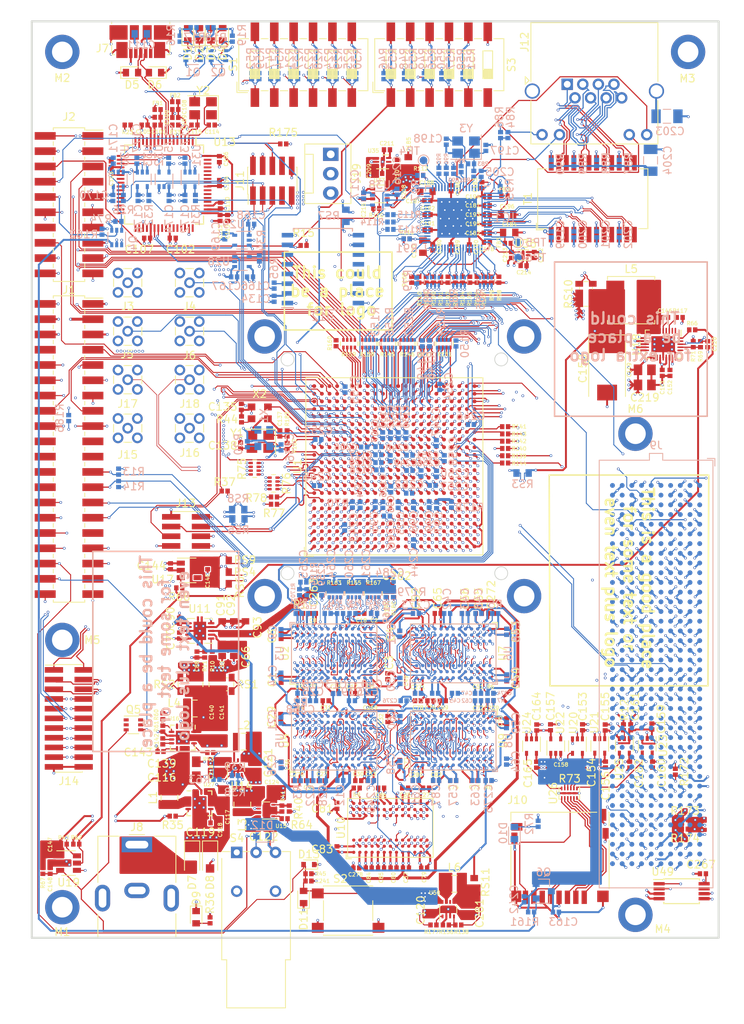
<source format=kicad_pcb>
(kicad_pcb (version 20171130) (host pcbnew 5.0.0-rc3-6a2723a~65~ubuntu16.04.1)

  (general
    (thickness 1.6)
    (drawings 28)
    (tracks 44425)
    (zones 0)
    (modules 546)
    (nets 814)
  )

  (page A3)
  (layers
    (0 F.Cu mixed)
    (1 In1.Cu power)
    (2 In2.Cu mixed)
    (3 In3.Cu mixed)
    (4 In4.Cu mixed)
    (5 In5.Cu mixed)
    (6 In6.Cu mixed)
    (31 B.Cu mixed)
    (32 B.Adhes user)
    (33 F.Adhes user)
    (34 B.Paste user)
    (35 F.Paste user)
    (36 B.SilkS user)
    (37 F.SilkS user)
    (38 B.Mask user)
    (39 F.Mask user)
    (40 Dwgs.User user)
    (41 Cmts.User user)
    (42 Eco1.User user)
    (43 Eco2.User user)
    (44 Edge.Cuts user)
    (45 Margin user)
    (46 B.CrtYd user)
    (47 F.CrtYd user)
    (48 B.Fab user)
    (49 F.Fab user)
  )

  (setup
    (last_trace_width 0.0762)
    (user_trace_width 0.0762)
    (user_trace_width 0.127)
    (user_trace_width 0.2032)
    (user_trace_width 0.254)
    (user_trace_width 0.381)
    (trace_clearance 0.0762)
    (zone_clearance 0.254)
    (zone_45_only no)
    (trace_min 0.0762)
    (segment_width 0.2)
    (edge_width 0.1)
    (via_size 0.3556)
    (via_drill 0.2032)
    (via_min_size 0.3556)
    (via_min_drill 0.2032)
    (uvia_size 0.3)
    (uvia_drill 0.1)
    (uvias_allowed no)
    (uvia_min_size 0.2)
    (uvia_min_drill 0.1)
    (pcb_text_width 0.3)
    (pcb_text_size 1.5 1.5)
    (mod_edge_width 0.15)
    (mod_text_size 1 1)
    (mod_text_width 0.15)
    (pad_size 0.64 2.03)
    (pad_drill 0)
    (pad_to_mask_clearance 0)
    (aux_axis_origin 0 0)
    (visible_elements FFFFFF7F)
    (pcbplotparams
      (layerselection 0x010fc_ffffffff)
      (usegerberextensions false)
      (usegerberattributes false)
      (usegerberadvancedattributes false)
      (creategerberjobfile false)
      (excludeedgelayer true)
      (linewidth 0.100000)
      (plotframeref false)
      (viasonmask false)
      (mode 1)
      (useauxorigin false)
      (hpglpennumber 1)
      (hpglpenspeed 20)
      (hpglpendiameter 15.000000)
      (psnegative false)
      (psa4output false)
      (plotreference true)
      (plotvalue true)
      (plotinvisibletext false)
      (padsonsilk false)
      (subtractmaskfromsilk false)
      (outputformat 1)
      (mirror false)
      (drillshape 0)
      (scaleselection 1)
      (outputdirectory "Gerber/"))
  )

  (net 0 "")
  (net 1 +1V2)
  (net 2 VD)
  (net 3 VDD_DDR_VPP_N)
  (net 4 +3V3)
  (net 5 VAA)
  (net 6 VCCQ)
  (net 7 /FT2232/VPLL_FT)
  (net 8 VDDA)
  (net 9 /FT2232/VPHY_FT)
  (net 10 "Net-(C111-Pad2)")
  (net 11 "Net-(C114-Pad2)")
  (net 12 "Net-(C115-Pad2)")
  (net 13 +5V)
  (net 14 +12V)
  (net 15 "Net-(C119-Pad2)")
  (net 16 VDD_GIVDD_P)
  (net 17 VDD_DDRPLL_N)
  (net 18 AVDD_DDRPLL_N)
  (net 19 VDD_GIVDD_N)
  (net 20 VDD_GEMGXLPLL_N)
  (net 21 VDD_IO_N)
  (net 22 "Net-(C137-Pad2)")
  (net 23 "Net-(C138-Pad2)")
  (net 24 VMEM)
  (net 25 "Net-(C142-Pad2)")
  (net 26 "Net-(C142-Pad1)")
  (net 27 "Net-(C143-Pad1)")
  (net 28 AVDD_DDRPLL_P)
  (net 29 "Net-(C146-Pad1)")
  (net 30 "Net-(C146-Pad2)")
  (net 31 /Power.sch/PWR_ON)
  (net 32 VDD_DDRPLL_P)
  (net 33 "Net-(C152-Pad2)")
  (net 34 +3.3VA)
  (net 35 +1V0)
  (net 36 "Net-(C181-Pad1)")
  (net 37 +2V5)
  (net 38 "Net-(C193-Pad1)")
  (net 39 "Net-(C197-Pad2)")
  (net 40 "Net-(C198-Pad2)")
  (net 41 /Ethernet/P0_D2_N)
  (net 42 "Net-(C200-Pad2)")
  (net 43 "Net-(C201-Pad2)")
  (net 44 "Net-(C202-Pad2)")
  (net 45 "Net-(C204-Pad2)")
  (net 46 "Net-(C205-Pad1)")
  (net 47 VDD_OTP_N)
  (net 48 VDD_COREPLL_N)
  (net 49 "Net-(C211-Pad2)")
  (net 50 "Net-(C220-Pad2)")
  (net 51 RESET_N)
  (net 52 VDD)
  (net 53 "Net-(C265-Pad2)")
  (net 54 DDR_CLK_P)
  (net 55 DDR_CLK_N)
  (net 56 +3.3VP)
  (net 57 VDD_DDR_VPP_P)
  (net 58 "Net-(D1-Pad2)")
  (net 59 "Net-(D1-Pad1)")
  (net 60 "Net-(D2-Pad2)")
  (net 61 "Net-(D2-Pad1)")
  (net 62 "Net-(D3-Pad1)")
  (net 63 "Net-(D3-Pad2)")
  (net 64 "Net-(D4-Pad1)")
  (net 65 "Net-(D4-Pad2)")
  (net 66 /FT2232/USB_D_P)
  (net 67 /FT2232/USB_D_N)
  (net 68 "Net-(D7-Pad2)")
  (net 69 "Net-(D9-Pad2)")
  (net 70 /Freedom-U540_2/SD_CD)
  (net 71 "Net-(IC1-Pad1)")
  (net 72 /Ethernet/P0_D2_P)
  (net 73 /Ethernet/P0_D1_N)
  (net 74 /Ethernet/P0_D1_P)
  (net 75 /Ethernet/P0_D0_N)
  (net 76 /Ethernet/P0_D0_P)
  (net 77 "Net-(IC1-Pad15)")
  (net 78 "Net-(IC1-Pad16)")
  (net 79 /Ethernet/COL)
  (net 80 /Ethernet/CRS)
  (net 81 /Ethernet/RXD7)
  (net 82 /Ethernet/RXD6)
  (net 83 /Ethernet/RXD5)
  (net 84 /Ethernet/RXD4)
  (net 85 /Ethernet/RXD3)
  (net 86 /Ethernet/RXD2)
  (net 87 /Ethernet/RXD1)
  (net 88 /Ethernet/RXD0)
  (net 89 /Ethernet/RX_DV)
  (net 90 /Ethernet/RX_ER)
  (net 91 /Ethernet/RX_CLK)
  (net 92 GEMGXL_TX_EN)
  (net 93 GEMGXL_TX_ER)
  (net 94 /Ethernet/TX_CLK)
  (net 95 GEMGXL_GTX_CLK)
  (net 96 GEMGXL_TXD0)
  (net 97 GEMGXL_TXD1)
  (net 98 GEMGXL_TXD2)
  (net 99 GEMGXL_TXD3)
  (net 100 GEMGXL_TXD4)
  (net 101 GEMGXL_TXD5)
  (net 102 GEMGXL_TXD6)
  (net 103 GEMGXL_TXD7)
  (net 104 GEMGXL_MDC)
  (net 105 GEMGXL_MDIO)
  (net 106 /Ethernet/GEMGXL_MDINT)
  (net 107 /Ethernet/FASTLINK_FAIL_2V5)
  (net 108 /Ethernet/GEMGXL_RST_2V5)
  (net 109 /Ethernet/CLKOUT)
  (net 110 "Net-(IC1-Pad55)")
  (net 111 "Net-(IC1-Pad56)")
  (net 112 /Ethernet/CLK_SQUELCH_IN)
  (net 113 /Ethernet/ELED1)
  (net 114 /Ethernet/ELED0)
  (net 115 "Net-(IC1-Pad61)")
  (net 116 "Net-(IC1-Pad62)")
  (net 117 "Net-(IC1-Pad64)")
  (net 118 "Net-(IC1-Pad65)")
  (net 119 "Net-(IC1-Pad66)")
  (net 120 PWR_BTN_N)
  (net 121 UART0_TX)
  (net 122 UART0_RX)
  (net 123 /Freedom-U540_2/QSPI1_SCK_R)
  (net 124 /Freedom-U540_2/QSPI1_DQ1_R)
  (net 125 /Freedom-U540_2/UART1_TX)
  (net 126 /Freedom-U540_2/QSPI1_CS0_R)
  (net 127 /Freedom-U540_2/UART1_RX)
  (net 128 /Freedom-U540_2/QSPI1_DQ0_R)
  (net 129 /Freedom-U540_2/I2C0_SCL)
  (net 130 /Freedom-U540_2/I2C0_SDA)
  (net 131 "Net-(J1-Pad19)")
  (net 132 "Net-(J1-Pad20)")
  (net 133 "Net-(J1-Pad21)")
  (net 134 "Net-(J1-Pad22)")
  (net 135 /Freedom-U540_2/GPIO0)
  (net 136 /Freedom-U540_2/GPIO1)
  (net 137 /Freedom-U540_2/GPIO2)
  (net 138 /Freedom-U540_2/GPIO3)
  (net 139 /Freedom-U540_2/GPIO4)
  (net 140 /Freedom-U540_2/GPIO5)
  (net 141 /Freedom-U540_2/GPIO6)
  (net 142 /Freedom-U540_2/GPIO7)
  (net 143 /Freedom-U540_2/GPIO8)
  (net 144 /Freedom-U540_2/GPIO9)
  (net 145 /Freedom-U540_2/GPIO15)
  (net 146 /Freedom-U540_2/PWM0_0)
  (net 147 /Freedom-U540_2/PWM0_2)
  (net 148 /Freedom-U540_2/PWM0_1)
  (net 149 /Freedom-U540_2/PWM0_3)
  (net 150 GEMGXL_RST)
  (net 151 /Freedom-U540_2/QSPI1_DQ2_R)
  (net 152 FASTLINK_FAIL)
  (net 153 /Freedom-U540_2/QSPI1_DQ3_R)
  (net 154 /Freedom-U540_2/EN_VDD_SD)
  (net 155 /Freedom-U540_2/QSPI1_CS1_R)
  (net 156 /Freedom-U540_2/QSPI1_CS2_R)
  (net 157 /Freedom-U540_2/QSPI1_CS3_R)
  (net 158 /Freedom-U540_2/PWM1_0)
  (net 159 /Freedom-U540_2/PWM1_1)
  (net 160 /Freedom-U540_2/PWM1_2)
  (net 161 /Freedom-U540_2/PWM1_3)
  (net 162 /Freedom-U540_2/IO_PRCI_RSVD2)
  (net 163 /Freedom-U540_2/IO_PRCI_RSVD13)
  (net 164 /Freedom-U540_2/IO_PRCI_RSVD14)
  (net 165 /Freedom-U540_2/IO_PRCI_RSVD15)
  (net 166 "Net-(J7-Pad4)")
  (net 167 "Net-(J9-PadK40)")
  (net 168 "Net-(J9-PadK38)")
  (net 169 "Net-(J9-PadK37)")
  (net 170 "Net-(J9-PadK35)")
  (net 171 "Net-(J9-PadK34)")
  (net 172 "Net-(J9-PadK32)")
  (net 173 "Net-(J9-PadK31)")
  (net 174 "Net-(J9-PadK29)")
  (net 175 "Net-(J9-PadK28)")
  (net 176 "Net-(J9-PadK26)")
  (net 177 "Net-(J9-PadK25)")
  (net 178 "Net-(J9-PadK23)")
  (net 179 "Net-(J9-PadK22)")
  (net 180 "Net-(J9-PadK20)")
  (net 181 "Net-(J9-PadK19)")
  (net 182 "Net-(J9-PadK17)")
  (net 183 "Net-(J9-PadK16)")
  (net 184 "Net-(J9-PadK14)")
  (net 185 "Net-(J9-PadK13)")
  (net 186 "Net-(J9-PadK11)")
  (net 187 "Net-(J9-PadK10)")
  (net 188 "Net-(J9-PadK8)")
  (net 189 "Net-(J9-PadK7)")
  (net 190 "Net-(J9-PadK5)")
  (net 191 "Net-(J9-PadK4)")
  (net 192 "Net-(J9-PadK1)")
  (net 193 "Net-(J9-PadJ39)")
  (net 194 "Net-(J9-PadJ37)")
  (net 195 "Net-(J9-PadJ36)")
  (net 196 "Net-(J9-PadJ34)")
  (net 197 "Net-(J9-PadJ33)")
  (net 198 "Net-(J9-PadJ31)")
  (net 199 "Net-(J9-PadJ30)")
  (net 200 "Net-(J9-PadJ28)")
  (net 201 "Net-(J9-PadJ27)")
  (net 202 "Net-(J9-PadJ25)")
  (net 203 "Net-(J9-PadJ24)")
  (net 204 "Net-(J9-PadJ22)")
  (net 205 "Net-(J9-PadJ21)")
  (net 206 "Net-(J9-PadJ19)")
  (net 207 "Net-(J9-PadJ18)")
  (net 208 "Net-(J9-PadJ16)")
  (net 209 "Net-(J9-PadJ15)")
  (net 210 "Net-(J9-PadJ13)")
  (net 211 "Net-(J9-PadJ12)")
  (net 212 "Net-(J9-PadJ10)")
  (net 213 "Net-(J9-PadJ9)")
  (net 214 "Net-(J9-PadJ7)")
  (net 215 "Net-(J9-PadJ6)")
  (net 216 "Net-(J9-PadJ3)")
  (net 217 "Net-(J9-PadJ2)")
  (net 218 "Net-(J9-PadF40)")
  (net 219 "Net-(J9-PadF38)")
  (net 220 "Net-(J9-PadF37)")
  (net 221 "Net-(J9-PadF35)")
  (net 222 "Net-(J9-PadF34)")
  (net 223 "Net-(J9-PadF32)")
  (net 224 "Net-(J9-PadF31)")
  (net 225 "Net-(J9-PadF29)")
  (net 226 "Net-(J9-PadF28)")
  (net 227 "Net-(J9-PadF26)")
  (net 228 "Net-(J9-PadF25)")
  (net 229 "Net-(J9-PadF23)")
  (net 230 "Net-(J9-PadF22)")
  (net 231 "Net-(J9-PadF20)")
  (net 232 "Net-(J9-PadF19)")
  (net 233 "Net-(J9-PadF17)")
  (net 234 "Net-(J9-PadF16)")
  (net 235 "Net-(J9-PadF14)")
  (net 236 "Net-(J9-PadF13)")
  (net 237 "Net-(J9-PadF11)")
  (net 238 "Net-(J9-PadF10)")
  (net 239 "Net-(J9-PadF8)")
  (net 240 "Net-(J9-PadF7)")
  (net 241 "Net-(J9-PadF5)")
  (net 242 "Net-(J9-PadF4)")
  (net 243 PG_1V8)
  (net 244 "Net-(J9-PadE39)")
  (net 245 "Net-(J9-PadE37)")
  (net 246 "Net-(J9-PadE36)")
  (net 247 "Net-(J9-PadE34)")
  (net 248 "Net-(J9-PadE33)")
  (net 249 "Net-(J9-PadE31)")
  (net 250 "Net-(J9-PadE30)")
  (net 251 "Net-(J9-PadE28)")
  (net 252 "Net-(J9-PadE27)")
  (net 253 "Net-(J9-PadE25)")
  (net 254 "Net-(J9-PadE24)")
  (net 255 "Net-(J9-PadE22)")
  (net 256 "Net-(J9-PadE21)")
  (net 257 "Net-(J9-PadE19)")
  (net 258 "Net-(J9-PadE18)")
  (net 259 "Net-(J9-PadE16)")
  (net 260 "Net-(J9-PadE15)")
  (net 261 "Net-(J9-PadE13)")
  (net 262 "Net-(J9-PadE12)")
  (net 263 "Net-(J9-PadE10)")
  (net 264 "Net-(J9-PadE9)")
  (net 265 "Net-(J9-PadE7)")
  (net 266 "Net-(J9-PadE6)")
  (net 267 "Net-(J9-PadE3)")
  (net 268 "Net-(J9-PadE2)")
  (net 269 "Net-(J9-PadA39)")
  (net 270 "Net-(J9-PadA38)")
  (net 271 "Net-(J9-PadA35)")
  (net 272 "Net-(J9-PadA34)")
  (net 273 "Net-(J9-PadA31)")
  (net 274 "Net-(J9-PadA30)")
  (net 275 "Net-(J9-PadA27)")
  (net 276 "Net-(J9-PadA26)")
  (net 277 "Net-(J9-PadA23)")
  (net 278 "Net-(J9-PadA22)")
  (net 279 "Net-(J9-PadA19)")
  (net 280 "Net-(J9-PadA18)")
  (net 281 "Net-(J9-PadA15)")
  (net 282 "Net-(J9-PadA14)")
  (net 283 "Net-(J9-PadA11)")
  (net 284 "Net-(J9-PadA10)")
  (net 285 "Net-(J9-PadA7)")
  (net 286 "Net-(J9-PadA6)")
  (net 287 "Net-(J9-PadA3)")
  (net 288 "Net-(J9-PadA2)")
  (net 289 "Net-(J9-PadB40)")
  (net 290 "Net-(J9-PadB37)")
  (net 291 "Net-(J9-PadB36)")
  (net 292 "Net-(J9-PadB33)")
  (net 293 "Net-(J9-PadB32)")
  (net 294 "Net-(J9-PadB29)")
  (net 295 "Net-(J9-PadB28)")
  (net 296 "Net-(J9-PadB25)")
  (net 297 "Net-(J9-PadB24)")
  (net 298 "Net-(J9-PadB21)")
  (net 299 "Net-(J9-PadB20)")
  (net 300 "Net-(J9-PadB17)")
  (net 301 "Net-(J9-PadB16)")
  (net 302 "Net-(J9-PadB13)")
  (net 303 "Net-(J9-PadB12)")
  (net 304 "Net-(J9-PadB9)")
  (net 305 "Net-(J9-PadB8)")
  (net 306 "Net-(J9-PadB5)")
  (net 307 "Net-(J9-PadB4)")
  (net 308 "Net-(J9-PadB1)")
  (net 309 CHIPLINK_RX_CLK)
  (net 310 "Net-(J9-PadG3)")
  (net 311 CHIPLINK_TX_DAT0)
  (net 312 CHIPLINK_TX_DAT1)
  (net 313 CHIPLINK_TX_DAT6)
  (net 314 CHIPLINK_TX_DAT7)
  (net 315 CHIPLINK_TX_DAT16)
  (net 316 CHIPLINK_TX_DAT17)
  (net 317 CHIPLINK_TX_DAT24)
  (net 318 CHIPLINK_TX_DAT25)
  (net 319 CHIPLINK_TX_SEND)
  (net 320 CHIPLINK_TX_RST)
  (net 321 "Net-(J9-PadG39)")
  (net 322 CHIPLINK_RX_RST)
  (net 323 CHIPLINK_RX_SEND)
  (net 324 CHIPLINK_RX_DAT29)
  (net 325 CHIPLINK_RX_DAT28)
  (net 326 CHIPLINK_RX_DAT25)
  (net 327 CHIPLINK_RX_DAT24)
  (net 328 CHIPLINK_RX_DAT17)
  (net 329 CHIPLINK_RX_DAT16)
  (net 330 CHIPLINK_RX_DAT11)
  (net 331 CHIPLINK_RX_DAT10)
  (net 332 CHIPLINK_RX_DAT7)
  (net 333 CHIPLINK_RX_DAT6)
  (net 334 CHIPLINK_RX_DAT4)
  (net 335 CHIPLINK_RX_DAT5)
  (net 336 CHIPLINK_RX_DAT8)
  (net 337 CHIPLINK_RX_DAT9)
  (net 338 CHIPLINK_RX_DAT14)
  (net 339 CHIPLINK_RX_DAT15)
  (net 340 CHIPLINK_RX_DAT22)
  (net 341 CHIPLINK_RX_DAT23)
  (net 342 CHIPLINK_RX_DAT26)
  (net 343 CHIPLINK_RX_DAT27)
  (net 344 CHIPLINK_RX_DAT30)
  (net 345 CHIPLINK_RX_DAT31)
  (net 346 "Net-(J9-PadH40)")
  (net 347 CHIPLINK_TX_DAT31)
  (net 348 CHIPLINK_TX_DAT30)
  (net 349 CHIPLINK_TX_DAT23)
  (net 350 CHIPLINK_TX_DAT22)
  (net 351 CHIPLINK_TX_DAT15)
  (net 352 CHIPLINK_TX_DAT14)
  (net 353 CHIPLINK_TX_DAT9)
  (net 354 CHIPLINK_TX_DAT8)
  (net 355 CHIPLINK_TX_DAT5)
  (net 356 CHIPLINK_TX_DAT4)
  (net 357 "Net-(J9-PadH5)")
  (net 358 CHIPLINK_TX_CLK)
  (net 359 "Net-(J9-PadD1)")
  (net 360 "Net-(J9-PadD4)")
  (net 361 "Net-(J9-PadD5)")
  (net 362 CHIPLINK_TX_DAT2)
  (net 363 CHIPLINK_TX_DAT3)
  (net 364 CHIPLINK_TX_DAT10)
  (net 365 CHIPLINK_TX_DAT11)
  (net 366 CHIPLINK_TX_DAT18)
  (net 367 CHIPLINK_TX_DAT19)
  (net 368 CHIPLINK_TX_DAT26)
  (net 369 CHIPLINK_TX_DAT27)
  (net 370 CHIPLINK_RX_DAT0)
  (net 371 "Net-(J9-PadD40)")
  (net 372 "Net-(J9-PadD38)")
  (net 373 "Net-(J9-PadD36)")
  (net 374 /FMC.sch/FMC_GA1)
  (net 375 "Net-(J9-PadD34)")
  (net 376 "Net-(J9-PadD33)")
  (net 377 "Net-(J9-PadD31)")
  (net 378 "Net-(J9-PadD30)")
  (net 379 "Net-(J9-PadD29)")
  (net 380 CHIPLINK_RX_DAT19)
  (net 381 CHIPLINK_RX_DAT18)
  (net 382 CHIPLINK_RX_DAT13)
  (net 383 CHIPLINK_RX_DAT12)
  (net 384 CHIPLINK_RX_DAT1)
  (net 385 CHIPLINK_RX_DAT2)
  (net 386 CHIPLINK_RX_DAT3)
  (net 387 CHIPLINK_RX_DAT20)
  (net 388 CHIPLINK_RX_DAT21)
  (net 389 /FMC.sch/FMC_SCL)
  (net 390 /FMC.sch/FMC_SDA)
  (net 391 /FMC.sch/FMC_GA0)
  (net 392 "Net-(J9-PadC35)")
  (net 393 "Net-(J9-PadC39)")
  (net 394 CHIPLINK_TX_DAT29)
  (net 395 CHIPLINK_TX_DAT28)
  (net 396 CHIPLINK_TX_DAT21)
  (net 397 CHIPLINK_TX_DAT20)
  (net 398 CHIPLINK_TX_DAT13)
  (net 399 CHIPLINK_TX_DAT12)
  (net 400 "Net-(J9-PadC7)")
  (net 401 "Net-(J9-PadC6)")
  (net 402 "Net-(J9-PadC3)")
  (net 403 "Net-(J9-PadC2)")
  (net 404 /Freedom-U540_2/QSPI2_HOLD_CON)
  (net 405 /Freedom-U540_2/QSPI2_MISO_CON)
  (net 406 /Freedom-U540_2/QSPI2_SCK_CON)
  (net 407 /Freedom-U540_2/QSPI2_MOSI_CON)
  (net 408 /Freedom-U540_2/QSPI2_CS_CON)
  (net 409 /Freedom-U540_2/QSPI2_WP_CON)
  (net 410 JTAG_TCK)
  (net 411 JTAG_TDO)
  (net 412 JTAG_TMS)
  (net 413 "Net-(J11-Pad7)")
  (net 414 "Net-(J11-Pad8)")
  (net 415 JTAG_TDI)
  (net 416 /Ethernet/MX4_N)
  (net 417 /Ethernet/MX2_N)
  (net 418 /Ethernet/MX3_P)
  (net 419 /Ethernet/MX1_N)
  (net 420 /Ethernet/MX3_N)
  (net 421 /Ethernet/MX2_P)
  (net 422 /Ethernet/MX1_P)
  (net 423 "Net-(J12-Pad9)")
  (net 424 "Net-(J12-Pad11)")
  (net 425 /Freedom-U540_2/IO_PRCI_RSVD3)
  (net 426 /Freedom-U540_2/IO_PRCI_RSVD4)
  (net 427 /Freedom-U540_2/IO_PRCI_RSVD5)
  (net 428 /Freedom-U540_2/IO_PRCI_RSVD6)
  (net 429 /Freedom-U540_2/IO_PRCI_RSVD7)
  (net 430 /Freedom-U540_2/IO_PRCI_RSVD8)
  (net 431 /Freedom-U540_2/IO_PRCI_RSVD9)
  (net 432 VDD_SOC_CORE_P)
  (net 433 VDD_SOC_CORE_N)
  (net 434 VDD_DDR_SOC_P)
  (net 435 VDD_DDR_SOC_N)
  (net 436 VDD_DDR_MEM_P)
  (net 437 VDD_DDR_MEM_N)
  (net 438 /Freedom-U540_1/IO_DDR_RSVD0)
  (net 439 /Freedom-U540_1/IO_DDR_RSVD1)
  (net 440 /Freedom-U540_1/IO_DDR_RSVD2)
  (net 441 /Freedom-U540_1/IO_DDR_RSVD3)
  (net 442 "Net-(J19-Pad1)")
  (net 443 "Net-(L1-Pad1)")
  (net 444 "Net-(L2-Pad1)")
  (net 445 "Net-(L3-Pad1)")
  (net 446 "Net-(L4-Pad1)")
  (net 447 "Net-(L6-Pad1)")
  (net 448 "Net-(Q4-Pad3)")
  (net 449 /FT2232/FT_JTAG_SRST)
  (net 450 "Net-(R1-Pad2)")
  (net 451 "Net-(R2-Pad2)")
  (net 452 "Net-(R3-Pad2)")
  (net 453 "Net-(R4-Pad2)")
  (net 454 "Net-(R5-Pad2)")
  (net 455 "Net-(R6-Pad2)")
  (net 456 "Net-(R7-Pad2)")
  (net 457 "Net-(R8-Pad2)")
  (net 458 "Net-(R9-Pad2)")
  (net 459 /Freedom-U540_2/QSPI2_CS_R)
  (net 460 /Freedom-U540_2/QSPI0_CS)
  (net 461 "Net-(R20-Pad2)")
  (net 462 /Freedom-U540_2/MSEL0)
  (net 463 /Freedom-U540_2/MSEL1)
  (net 464 /Freedom-U540_2/MSEL2)
  (net 465 /Freedom-U540_2/MSEL3)
  (net 466 "Net-(R26-Pad2)")
  (net 467 "Net-(R31-Pad2)")
  (net 468 "Net-(R32-Pad2)")
  (net 469 "Net-(R33-Pad2)")
  (net 470 "Net-(R34-Pad2)")
  (net 471 "Net-(R35-Pad1)")
  (net 472 PORESET_N)
  (net 473 "Net-(R38-Pad1)")
  (net 474 "Net-(R40-Pad1)")
  (net 475 /Power.sch/PWR_EN1)
  (net 476 /Power.sch/EN_DDR)
  (net 477 "Net-(R44-Pad1)")
  (net 478 /Freedom-U540_2/IO_PRCI_RSVD0)
  (net 479 /Freedom-U540_2/RTCXSEL)
  (net 480 /Freedom-U540_2/IO_PRCI_RSVD1)
  (net 481 /Freedom-U540_2/IO_PRCI_RSVD10)
  (net 482 /Freedom-U540_2/IO_PRCI_RSVD12)
  (net 483 /Freedom-U540_2/IO_PRCI_RSVD11)
  (net 484 /Freedom-U540_2/HFXSEL)
  (net 485 "Net-(R60-Pad1)")
  (net 486 /Power.sch/PWR_EN2)
  (net 487 /Power.sch/EN_3V3)
  (net 488 /Power.sch/EN_1V8)
  (net 489 "Net-(R65-Pad2)")
  (net 490 /Power.sch/EN_CORE)
  (net 491 /Power.sch/EN_PLL)
  (net 492 "Net-(R69-Pad1)")
  (net 493 "Net-(R70-Pad2)")
  (net 494 /Freedom-U540_2/QSPI2_MISO_3V3)
  (net 495 /Freedom-U540_1/GEMGXL_TXD3_R)
  (net 496 /Freedom-U540_1/GEMGXL_TXD2_R)
  (net 497 /Freedom-U540_1/GEMGXL_TXD0_R)
  (net 498 /Freedom-U540_1/GEMGXL_TXD1_R)
  (net 499 /Freedom-U540_1/GEMGXL_TXD7_R)
  (net 500 /Freedom-U540_1/GEMGXL_TXD6_R)
  (net 501 /Freedom-U540_1/GEMGXL_TXD4_R)
  (net 502 /Freedom-U540_1/GEMGXL_TXD5_R)
  (net 503 /Freedom-U540_1/GEMGXL_TX_EN_R)
  (net 504 /Freedom-U540_1/GEMGXL_TX_ER_R)
  (net 505 GEMGXL_RX_CLK)
  (net 506 GEMGXL_RX_DV)
  (net 507 GEMGXL_RX_ER)
  (net 508 GEMGXL_RXD0)
  (net 509 GEMGXL_RXD1)
  (net 510 GEMGXL_RXD5)
  (net 511 GEMGXL_RXD4)
  (net 512 GEMGXL_RXD2)
  (net 513 GEMGXL_RXD3)
  (net 514 GEMGXL_RXD7)
  (net 515 GEMGXL_RXD6)
  (net 516 GEMGXL_RX_CRS)
  (net 517 GEMGXL_RX_COL)
  (net 518 "Net-(R87-Pad2)")
  (net 519 "Net-(R89-Pad2)")
  (net 520 "Net-(R90-Pad2)")
  (net 521 GEMGXL_TX_CLK)
  (net 522 "Net-(R117-Pad1)")
  (net 523 "Net-(R138-Pad1)")
  (net 524 /Freedom-U540_2/QSPI2_SCK_R)
  (net 525 /Freedom-U540_2/QSPI2_SCK)
  (net 526 /Freedom-U540_2/QSPI2_HOLD)
  (net 527 /Freedom-U540_2/QSPI2_HOLD_R)
  (net 528 /Freedom-U540_2/QSPI2_MOSI)
  (net 529 /Freedom-U540_2/QSPI2_MOSI_R)
  (net 530 /Freedom-U540_2/QSPI2_MISO_R)
  (net 531 /Freedom-U540_2/QSPI2_MISO)
  (net 532 /Freedom-U540_2/QSPI2_WP)
  (net 533 /Freedom-U540_2/QSPI2_WP_R)
  (net 534 /Freedom-U540_2/QSPI2_CS)
  (net 535 /Freedom-U540_1/CHIPLINK_TX_DAT18_R)
  (net 536 /Freedom-U540_1/CHIPLINK_TX_DAT24_R)
  (net 537 /Freedom-U540_1/CHIPLINK_TX_DAT29_R)
  (net 538 /Freedom-U540_1/CHIPLINK_TX_DAT26_R)
  (net 539 /Freedom-U540_1/CHIPLINK_TX_DAT22_R)
  (net 540 /Freedom-U540_1/CHIPLINK_TX_DAT14_R)
  (net 541 /Freedom-U540_1/CHIPLINK_TX_DAT25_R)
  (net 542 /Freedom-U540_1/CHIPLINK_TX_DAT16_R)
  (net 543 /Freedom-U540_1/CHIPLINK_TX_DAT13_R)
  (net 544 /Freedom-U540_1/CHIPLINK_TX_DAT8_R)
  (net 545 /Freedom-U540_1/CHIPLINK_TX_DAT10_R)
  (net 546 /Freedom-U540_1/CHIPLINK_TX_DAT17_R)
  (net 547 /Freedom-U540_1/CHIPLINK_TX_CLK_R)
  (net 548 /Freedom-U540_1/CHIPLINK_TX_SEND_R)
  (net 549 /Freedom-U540_1/CHIPLINK_TX_RST_R)
  (net 550 /Freedom-U540_1/CHIPLINK_TX_DAT7_R)
  (net 551 /Freedom-U540_1/CHIPLINK_TX_DAT5_R)
  (net 552 /Freedom-U540_1/CHIPLINK_TX_DAT11_R)
  (net 553 /Freedom-U540_1/CHIPLINK_TX_DAT9_R)
  (net 554 /Freedom-U540_1/CHIPLINK_TX_DAT21_R)
  (net 555 /Freedom-U540_1/CHIPLINK_TX_DAT6_R)
  (net 556 /Freedom-U540_1/CHIPLINK_TX_DAT2_R)
  (net 557 /Freedom-U540_1/CHIPLINK_TX_DAT12_R)
  (net 558 /Freedom-U540_1/CHIPLINK_TX_DAT31_R)
  (net 559 /Freedom-U540_1/CHIPLINK_TX_DAT30_R)
  (net 560 /Freedom-U540_1/CHIPLINK_TX_DAT27_R)
  (net 561 /Freedom-U540_1/CHIPLINK_TX_DAT28_R)
  (net 562 /Freedom-U540_1/CHIPLINK_TX_DAT0_R)
  (net 563 /Freedom-U540_1/CHIPLINK_TX_DAT1_R)
  (net 564 /Freedom-U540_1/CHIPLINK_TX_DAT3_R)
  (net 565 /Freedom-U540_1/CHIPLINK_TX_DAT4_R)
  (net 566 /Freedom-U540_1/CHIPLINK_TX_DAT19_R)
  (net 567 /Freedom-U540_1/CHIPLINK_TX_DAT23_R)
  (net 568 /Freedom-U540_1/CHIPLINK_TX_DAT20_R)
  (net 569 /Freedom-U540_1/CHIPLINK_TX_DAT15_R)
  (net 570 /Freedom-U540_2/QSPI1_DQ1)
  (net 571 /Freedom-U540_2/QSPI1_DQ3)
  (net 572 /Freedom-U540_2/QSPI1_CS3)
  (net 573 /Freedom-U540_2/QSPI1_CS0)
  (net 574 /Freedom-U540_2/QSPI1_CS2)
  (net 575 /Freedom-U540_2/QSPI1_SCK)
  (net 576 /Freedom-U540_2/QSPI1_DQ0)
  (net 577 /Freedom-U540_2/QSPI1_CS1)
  (net 578 /Freedom-U540_2/QSPI1_DQ2)
  (net 579 DDR_ODT)
  (net 580 DDR_CKE)
  (net 581 DDR_CKE1)
  (net 582 DDR_WE_N)
  (net 583 DDR_CS0_N)
  (net 584 DDR_CAS_N)
  (net 585 DDR_CS1_N)
  (net 586 DDR_RAS_N)
  (net 587 DDR_BA0)
  (net 588 DDR_BG0)
  (net 589 DDR_A10)
  (net 590 DDR_ACT_N)
  (net 591 DDR_BA1)
  (net 592 DDR_BG1)
  (net 593 DDR_A3)
  (net 594 DDR_A12)
  (net 595 DDR_A4)
  (net 596 DDR_A0)
  (net 597 DDR_A6)
  (net 598 DDR_A8)
  (net 599 DDR_A1)
  (net 600 DDR_A9)
  (net 601 DDR_A5)
  (net 602 DDR_A7)
  (net 603 DDR_A13)
  (net 604 /Power.sch/EN_DDR_VPP)
  (net 605 DDR_ALERT_N)
  (net 606 DDR_PARITY_IN)
  (net 607 DDR_A11)
  (net 608 DDR_A2)
  (net 609 "Net-(R183-Pad2)")
  (net 610 DDR_ODT1)
  (net 611 /Freedom-U540_2/GPIO10)
  (net 612 "Net-(S3-Pad6)")
  (net 613 "Net-(S4-Pad1)")
  (net 614 /Freedom-U540_2/RTCXALTCLKIN)
  (net 615 /Freedom-U540_2/HFXCLKIN)
  (net 616 /Freedom-U540_2/QSPI0_DQ3)
  (net 617 /Freedom-U540_2/QSPI0_SCK)
  (net 618 /Freedom-U540_2/QSPI0_DQ0)
  (net 619 /Freedom-U540_2/QSPI0_DQ1)
  (net 620 /Freedom-U540_2/QSPI0_DQ2)
  (net 621 "Net-(U2-PadN7)")
  (net 622 "Net-(U2-PadA3)")
  (net 623 "Net-(U3-PadN7)")
  (net 624 "Net-(U3-PadA3)")
  (net 625 "Net-(U4-PadA3)")
  (net 626 "Net-(U4-PadN7)")
  (net 627 "Net-(U5-PadN7)")
  (net 628 "Net-(U5-PadA3)")
  (net 629 "Net-(U6-PadA3)")
  (net 630 "Net-(U6-PadN7)")
  (net 631 "Net-(U7-PadA3)")
  (net 632 "Net-(U7-PadN7)")
  (net 633 "Net-(U8-PadN7)")
  (net 634 "Net-(U8-PadA3)")
  (net 635 "Net-(U9-PadA3)")
  (net 636 "Net-(U9-PadN7)")
  (net 637 "Net-(U10-PadA3)")
  (net 638 "Net-(U10-PadN7)")
  (net 639 "Net-(U12-Pad4)")
  (net 640 "Net-(U12-Pad5)")
  (net 641 "Net-(U12-Pad6)")
  (net 642 "Net-(U12-Pad11)")
  (net 643 "Net-(U12-Pad12)")
  (net 644 "Net-(U12-Pad13)")
  (net 645 "Net-(U12-Pad14)")
  (net 646 /FT2232/FT_JTAG_TCK)
  (net 647 /FT2232/FT_JTAG_TDI)
  (net 648 /FT2232/FT_JTAG_TDO)
  (net 649 /FT2232/FT_JTAG_TMS)
  (net 650 "Net-(U13-Pad21)")
  (net 651 "Net-(U13-Pad23)")
  (net 652 "Net-(U13-Pad24)")
  (net 653 "Net-(U13-Pad26)")
  (net 654 "Net-(U13-Pad27)")
  (net 655 "Net-(U13-Pad28)")
  (net 656 "Net-(U13-Pad29)")
  (net 657 "Net-(U13-Pad30)")
  (net 658 "Net-(U13-Pad32)")
  (net 659 "Net-(U13-Pad33)")
  (net 660 "Net-(U13-Pad34)")
  (net 661 "Net-(U13-Pad36)")
  (net 662 /FT2232/FT_UART_TX)
  (net 663 /FT2232/FT_UART_RX)
  (net 664 "Net-(U13-Pad40)")
  (net 665 "Net-(U13-Pad41)")
  (net 666 "Net-(U13-Pad43)")
  (net 667 "Net-(U13-Pad44)")
  (net 668 "Net-(U13-Pad45)")
  (net 669 "Net-(U13-Pad46)")
  (net 670 "Net-(U13-Pad48)")
  (net 671 "Net-(U13-Pad52)")
  (net 672 "Net-(U13-Pad53)")
  (net 673 "Net-(U13-Pad54)")
  (net 674 "Net-(U13-Pad55)")
  (net 675 "Net-(U13-Pad57)")
  (net 676 "Net-(U13-Pad58)")
  (net 677 "Net-(U13-Pad59)")
  (net 678 "Net-(U13-Pad60)")
  (net 679 "Net-(U13-Pad61)")
  (net 680 "Net-(U13-Pad62)")
  (net 681 "Net-(U13-Pad63)")
  (net 682 "Net-(U14-Pad6)")
  (net 683 "Net-(U16-Pad4)")
  (net 684 "Net-(U17-Pad4)")
  (net 685 "Net-(U18-Pad1)")
  (net 686 "Net-(U18-Pad2)")
  (net 687 "Net-(U18-Pad4)")
  (net 688 "Net-(U18-Pad24)")
  (net 689 "Net-(U18-Pad27)")
  (net 690 /Freedom-U540_2/QSPI2_SCK_3V3)
  (net 691 /Freedom-U540_2/QSPI2_MOSI_3V3)
  (net 692 /Freedom-U540_2/QSPI2_WP_3V3)
  (net 693 /Freedom-U540_2/QSPI2_HOLD_3V3)
  (net 694 /Freedom-U540_2/QSPI2_CS_3V3)
  (net 695 "Net-(U35-Pad5)")
  (net 696 "Net-(U36-Pad2)")
  (net 697 "Net-(U49-Pad7)")
  (net 698 "Net-(U50-Pad6)")
  (net 699 /DDR4_x8_32b_1/REFIN)
  (net 700 "Net-(R23-Pad2)")
  (net 701 "Net-(U11-Pad9)")
  (net 702 "Net-(C199-Pad2)")
  (net 703 /Ethernet/P0_D3_P)
  (net 704 /Ethernet/P0_D3_N)
  (net 705 /Ethernet/MX4_P)
  (net 706 "Net-(R88-Pad2)")
  (net 707 AGND)
  (net 708 DDR_DQ0)
  (net 709 DDR_DQS0_P)
  (net 710 DDR_RESET_N)
  (net 711 DDR_DQ5)
  (net 712 DDR_DQ3)
  (net 713 DDR_DQ2)
  (net 714 DDR_DQ7)
  (net 715 DDR_DQ1)
  (net 716 DDR_DQ4)
  (net 717 DDR_DQ6)
  (net 718 DDR_DQS0_N)
  (net 719 DDR_DM0)
  (net 720 DDR_DQ13)
  (net 721 DDR_DQS1_P)
  (net 722 DDR_DQ9)
  (net 723 DDR_DQ12)
  (net 724 DDR_DQ10)
  (net 725 DDR_DQ11)
  (net 726 DDR_DQ15)
  (net 727 DDR_DQ14)
  (net 728 DDR_DQ8)
  (net 729 DDR_DQS1_N)
  (net 730 DDR_DM1)
  (net 731 DDR_DQ19)
  (net 732 DDR_DQS2_P)
  (net 733 DDR_DQ17)
  (net 734 DDR_DQ22)
  (net 735 DDR_DQ20)
  (net 736 DDR_DQ18)
  (net 737 DDR_DQ23)
  (net 738 DDR_DQ21)
  (net 739 DDR_DQ16)
  (net 740 DDR_DQS2_N)
  (net 741 DDR_DM2)
  (net 742 DDR_DQ25)
  (net 743 DDR_DQS3_P)
  (net 744 DDR_DQ30)
  (net 745 DDR_DQ29)
  (net 746 DDR_DQ28)
  (net 747 DDR_DQ31)
  (net 748 DDR_DQ27)
  (net 749 DDR_DQ24)
  (net 750 DDR_DQ26)
  (net 751 DDR_DQS3_N)
  (net 752 DDR_DM3)
  (net 753 DDR_DQ39)
  (net 754 DDR_DQS4_P)
  (net 755 DDR_DQ34)
  (net 756 DDR_DQ35)
  (net 757 DDR_DQ33)
  (net 758 DDR_DQ37)
  (net 759 DDR_DQ38)
  (net 760 DDR_DQ32)
  (net 761 DDR_DQ36)
  (net 762 DDR_DQS4_N)
  (net 763 DDR_DM4)
  (net 764 DDR_DQ41)
  (net 765 DDR_DQS5_P)
  (net 766 DDR_DQ44)
  (net 767 DDR_DQ42)
  (net 768 DDR_DQ46)
  (net 769 DDR_DQ47)
  (net 770 DDR_DQ43)
  (net 771 DDR_DQ40)
  (net 772 DDR_DQ45)
  (net 773 DDR_DQS5_N)
  (net 774 DDR_DM5)
  (net 775 DDR_DQ53)
  (net 776 DDR_DQS6_P)
  (net 777 DDR_DQ49)
  (net 778 DDR_DQ48)
  (net 779 DDR_DQ54)
  (net 780 DDR_DQ51)
  (net 781 DDR_DQ50)
  (net 782 DDR_DQ52)
  (net 783 DDR_DQ55)
  (net 784 DDR_DQS6_N)
  (net 785 DDR_DM6)
  (net 786 DDR_DQ58)
  (net 787 DDR_DQS7_P)
  (net 788 DDR_DQ61)
  (net 789 DDR_DQ56)
  (net 790 DDR_DQ60)
  (net 791 DDR_DQ59)
  (net 792 DDR_DQ63)
  (net 793 DDR_DQ57)
  (net 794 DDR_DQ62)
  (net 795 DDR_DQS7_N)
  (net 796 DDR_DM7)
  (net 797 DDR_ECC_DQ4)
  (net 798 DDR_ECC_DQS_P)
  (net 799 DDR_ECC_DQ1)
  (net 800 DDR_ECC_DQ6)
  (net 801 DDR_ECC_DQ3)
  (net 802 DDR_ECC_DQ7)
  (net 803 DDR_ECC_DQ0)
  (net 804 DDR_ECC_DQ5)
  (net 805 DDR_ECC_DQ2)
  (net 806 DDR_ECC_DQS_N)
  (net 807 DDR_ECC_DM)
  (net 808 "Net-(J1-Pad8)")
  (net 809 "Net-(J1-Pad24)")
  (net 810 "Net-(J1-Pad26)")
  (net 811 "Net-(J1-Pad31)")
  (net 812 "Net-(J1-Pad37)")
  (net 813 "Net-(J2-Pad14)")

  (net_class Default "Это класс цепей по умолчанию."
    (clearance 0.0762)
    (trace_width 0.0762)
    (via_dia 0.3556)
    (via_drill 0.2032)
    (uvia_dia 0.3)
    (uvia_drill 0.1)
    (diff_pair_gap 0.0762)
    (diff_pair_width 0.0762)
    (add_net "Net-(C199-Pad2)")
    (add_net "Net-(J1-Pad24)")
    (add_net "Net-(J1-Pad26)")
    (add_net "Net-(J1-Pad31)")
    (add_net "Net-(J1-Pad37)")
    (add_net "Net-(J1-Pad8)")
    (add_net "Net-(J2-Pad14)")
    (add_net "Net-(U11-Pad9)")
  )

  (net_class 0,0762 ""
    (clearance 0.0762)
    (trace_width 0.0762)
    (via_dia 0.3556)
    (via_drill 0.2032)
    (uvia_dia 0.3)
    (uvia_drill 0.1)
    (diff_pair_gap 0.0762)
    (diff_pair_width 0.0762)
    (add_net DDR_A0)
    (add_net DDR_A1)
    (add_net DDR_A10)
    (add_net DDR_A11)
    (add_net DDR_A12)
    (add_net DDR_A13)
    (add_net DDR_A2)
    (add_net DDR_A3)
    (add_net DDR_A4)
    (add_net DDR_A5)
    (add_net DDR_A6)
    (add_net DDR_A7)
    (add_net DDR_A8)
    (add_net DDR_A9)
    (add_net DDR_ACT_N)
    (add_net DDR_ALERT_N)
    (add_net DDR_BA0)
    (add_net DDR_BA1)
    (add_net DDR_BG0)
    (add_net DDR_BG1)
    (add_net DDR_CAS_N)
    (add_net DDR_CKE)
    (add_net DDR_CKE1)
    (add_net DDR_CLK_N)
    (add_net DDR_CLK_P)
    (add_net DDR_CS0_N)
    (add_net DDR_CS1_N)
    (add_net DDR_DM0)
    (add_net DDR_DM1)
    (add_net DDR_DM2)
    (add_net DDR_DM3)
    (add_net DDR_DM4)
    (add_net DDR_DM5)
    (add_net DDR_DM6)
    (add_net DDR_DM7)
    (add_net DDR_DQ0)
    (add_net DDR_DQ1)
    (add_net DDR_DQ10)
    (add_net DDR_DQ11)
    (add_net DDR_DQ12)
    (add_net DDR_DQ13)
    (add_net DDR_DQ14)
    (add_net DDR_DQ15)
    (add_net DDR_DQ16)
    (add_net DDR_DQ17)
    (add_net DDR_DQ18)
    (add_net DDR_DQ19)
    (add_net DDR_DQ2)
    (add_net DDR_DQ20)
    (add_net DDR_DQ21)
    (add_net DDR_DQ22)
    (add_net DDR_DQ23)
    (add_net DDR_DQ24)
    (add_net DDR_DQ25)
    (add_net DDR_DQ26)
    (add_net DDR_DQ27)
    (add_net DDR_DQ28)
    (add_net DDR_DQ29)
    (add_net DDR_DQ3)
    (add_net DDR_DQ30)
    (add_net DDR_DQ31)
    (add_net DDR_DQ32)
    (add_net DDR_DQ33)
    (add_net DDR_DQ34)
    (add_net DDR_DQ35)
    (add_net DDR_DQ36)
    (add_net DDR_DQ37)
    (add_net DDR_DQ38)
    (add_net DDR_DQ39)
    (add_net DDR_DQ4)
    (add_net DDR_DQ40)
    (add_net DDR_DQ41)
    (add_net DDR_DQ42)
    (add_net DDR_DQ43)
    (add_net DDR_DQ44)
    (add_net DDR_DQ45)
    (add_net DDR_DQ46)
    (add_net DDR_DQ47)
    (add_net DDR_DQ48)
    (add_net DDR_DQ49)
    (add_net DDR_DQ5)
    (add_net DDR_DQ50)
    (add_net DDR_DQ51)
    (add_net DDR_DQ52)
    (add_net DDR_DQ53)
    (add_net DDR_DQ54)
    (add_net DDR_DQ55)
    (add_net DDR_DQ56)
    (add_net DDR_DQ57)
    (add_net DDR_DQ58)
    (add_net DDR_DQ59)
    (add_net DDR_DQ6)
    (add_net DDR_DQ60)
    (add_net DDR_DQ61)
    (add_net DDR_DQ62)
    (add_net DDR_DQ63)
    (add_net DDR_DQ7)
    (add_net DDR_DQ8)
    (add_net DDR_DQ9)
    (add_net DDR_DQS0_N)
    (add_net DDR_DQS0_P)
    (add_net DDR_DQS1_N)
    (add_net DDR_DQS1_P)
    (add_net DDR_DQS2_N)
    (add_net DDR_DQS2_P)
    (add_net DDR_DQS3_N)
    (add_net DDR_DQS3_P)
    (add_net DDR_DQS4_N)
    (add_net DDR_DQS4_P)
    (add_net DDR_DQS5_N)
    (add_net DDR_DQS5_P)
    (add_net DDR_DQS6_N)
    (add_net DDR_DQS6_P)
    (add_net DDR_DQS7_N)
    (add_net DDR_DQS7_P)
    (add_net DDR_ECC_DM)
    (add_net DDR_ECC_DQ0)
    (add_net DDR_ECC_DQ1)
    (add_net DDR_ECC_DQ2)
    (add_net DDR_ECC_DQ3)
    (add_net DDR_ECC_DQ4)
    (add_net DDR_ECC_DQ5)
    (add_net DDR_ECC_DQ6)
    (add_net DDR_ECC_DQ7)
    (add_net DDR_ECC_DQS_N)
    (add_net DDR_ECC_DQS_P)
    (add_net DDR_ODT)
    (add_net DDR_ODT1)
    (add_net DDR_PARITY_IN)
    (add_net DDR_RAS_N)
    (add_net DDR_RESET_N)
    (add_net DDR_WE_N)
  )

  (net_class 0,12192 ""
    (clearance 0.0762)
    (trace_width 0.12192)
    (via_dia 0.3556)
    (via_drill 0.2032)
    (uvia_dia 0.3)
    (uvia_drill 0.1)
    (diff_pair_gap 0.12192)
    (diff_pair_width 0.12192)
    (add_net /Ethernet/P0_D0_N)
    (add_net /Ethernet/P0_D0_P)
    (add_net /Ethernet/P0_D1_N)
    (add_net /Ethernet/P0_D1_P)
    (add_net /Ethernet/P0_D2_N)
    (add_net /Ethernet/P0_D2_P)
    (add_net /Ethernet/P0_D3_N)
    (add_net /Ethernet/P0_D3_P)
  )

  (net_class 0,1524 ""
    (clearance 0.0762)
    (trace_width 0.1524)
    (via_dia 0.3556)
    (via_drill 0.2032)
    (uvia_dia 0.3)
    (uvia_drill 0.1)
    (diff_pair_gap 0.1524)
    (diff_pair_width 0.1524)
    (add_net +1V0)
    (add_net +2V5)
    (add_net +3.3VP)
    (add_net /DDR4_x8_32b_1/REFIN)
    (add_net /Ethernet/CLKOUT)
    (add_net /Ethernet/CLK_SQUELCH_IN)
    (add_net /Ethernet/COL)
    (add_net /Ethernet/CRS)
    (add_net /Ethernet/ELED0)
    (add_net /Ethernet/ELED1)
    (add_net /Ethernet/FASTLINK_FAIL_2V5)
    (add_net /Ethernet/GEMGXL_MDINT)
    (add_net /Ethernet/GEMGXL_RST_2V5)
    (add_net /Ethernet/MX1_N)
    (add_net /Ethernet/MX1_P)
    (add_net /Ethernet/MX2_N)
    (add_net /Ethernet/MX2_P)
    (add_net /Ethernet/MX3_N)
    (add_net /Ethernet/MX3_P)
    (add_net /Ethernet/MX4_N)
    (add_net /Ethernet/MX4_P)
    (add_net /Ethernet/RXD0)
    (add_net /Ethernet/RXD1)
    (add_net /Ethernet/RXD2)
    (add_net /Ethernet/RXD3)
    (add_net /Ethernet/RXD4)
    (add_net /Ethernet/RXD5)
    (add_net /Ethernet/RXD6)
    (add_net /Ethernet/RXD7)
    (add_net /Ethernet/RX_CLK)
    (add_net /Ethernet/RX_DV)
    (add_net /Ethernet/RX_ER)
    (add_net /Ethernet/TX_CLK)
    (add_net /FMC.sch/FMC_GA0)
    (add_net /FMC.sch/FMC_GA1)
    (add_net /FMC.sch/FMC_SCL)
    (add_net /FMC.sch/FMC_SDA)
    (add_net /FT2232/FT_JTAG_SRST)
    (add_net /FT2232/FT_JTAG_TCK)
    (add_net /FT2232/FT_JTAG_TDI)
    (add_net /FT2232/FT_JTAG_TDO)
    (add_net /FT2232/FT_JTAG_TMS)
    (add_net /FT2232/FT_UART_RX)
    (add_net /FT2232/FT_UART_TX)
    (add_net /FT2232/USB_D_N)
    (add_net /FT2232/USB_D_P)
    (add_net /FT2232/VPHY_FT)
    (add_net /FT2232/VPLL_FT)
    (add_net /Freedom-U540_1/CHIPLINK_TX_CLK_R)
    (add_net /Freedom-U540_1/CHIPLINK_TX_DAT0_R)
    (add_net /Freedom-U540_1/CHIPLINK_TX_DAT10_R)
    (add_net /Freedom-U540_1/CHIPLINK_TX_DAT11_R)
    (add_net /Freedom-U540_1/CHIPLINK_TX_DAT12_R)
    (add_net /Freedom-U540_1/CHIPLINK_TX_DAT13_R)
    (add_net /Freedom-U540_1/CHIPLINK_TX_DAT14_R)
    (add_net /Freedom-U540_1/CHIPLINK_TX_DAT15_R)
    (add_net /Freedom-U540_1/CHIPLINK_TX_DAT16_R)
    (add_net /Freedom-U540_1/CHIPLINK_TX_DAT17_R)
    (add_net /Freedom-U540_1/CHIPLINK_TX_DAT18_R)
    (add_net /Freedom-U540_1/CHIPLINK_TX_DAT19_R)
    (add_net /Freedom-U540_1/CHIPLINK_TX_DAT1_R)
    (add_net /Freedom-U540_1/CHIPLINK_TX_DAT20_R)
    (add_net /Freedom-U540_1/CHIPLINK_TX_DAT21_R)
    (add_net /Freedom-U540_1/CHIPLINK_TX_DAT22_R)
    (add_net /Freedom-U540_1/CHIPLINK_TX_DAT23_R)
    (add_net /Freedom-U540_1/CHIPLINK_TX_DAT24_R)
    (add_net /Freedom-U540_1/CHIPLINK_TX_DAT25_R)
    (add_net /Freedom-U540_1/CHIPLINK_TX_DAT26_R)
    (add_net /Freedom-U540_1/CHIPLINK_TX_DAT27_R)
    (add_net /Freedom-U540_1/CHIPLINK_TX_DAT28_R)
    (add_net /Freedom-U540_1/CHIPLINK_TX_DAT29_R)
    (add_net /Freedom-U540_1/CHIPLINK_TX_DAT2_R)
    (add_net /Freedom-U540_1/CHIPLINK_TX_DAT30_R)
    (add_net /Freedom-U540_1/CHIPLINK_TX_DAT31_R)
    (add_net /Freedom-U540_1/CHIPLINK_TX_DAT3_R)
    (add_net /Freedom-U540_1/CHIPLINK_TX_DAT4_R)
    (add_net /Freedom-U540_1/CHIPLINK_TX_DAT5_R)
    (add_net /Freedom-U540_1/CHIPLINK_TX_DAT6_R)
    (add_net /Freedom-U540_1/CHIPLINK_TX_DAT7_R)
    (add_net /Freedom-U540_1/CHIPLINK_TX_DAT8_R)
    (add_net /Freedom-U540_1/CHIPLINK_TX_DAT9_R)
    (add_net /Freedom-U540_1/CHIPLINK_TX_RST_R)
    (add_net /Freedom-U540_1/CHIPLINK_TX_SEND_R)
    (add_net /Freedom-U540_1/GEMGXL_TXD0_R)
    (add_net /Freedom-U540_1/GEMGXL_TXD1_R)
    (add_net /Freedom-U540_1/GEMGXL_TXD2_R)
    (add_net /Freedom-U540_1/GEMGXL_TXD3_R)
    (add_net /Freedom-U540_1/GEMGXL_TXD4_R)
    (add_net /Freedom-U540_1/GEMGXL_TXD5_R)
    (add_net /Freedom-U540_1/GEMGXL_TXD6_R)
    (add_net /Freedom-U540_1/GEMGXL_TXD7_R)
    (add_net /Freedom-U540_1/GEMGXL_TX_EN_R)
    (add_net /Freedom-U540_1/GEMGXL_TX_ER_R)
    (add_net /Freedom-U540_1/IO_DDR_RSVD0)
    (add_net /Freedom-U540_1/IO_DDR_RSVD1)
    (add_net /Freedom-U540_1/IO_DDR_RSVD2)
    (add_net /Freedom-U540_1/IO_DDR_RSVD3)
    (add_net /Freedom-U540_2/EN_VDD_SD)
    (add_net /Freedom-U540_2/GPIO0)
    (add_net /Freedom-U540_2/GPIO1)
    (add_net /Freedom-U540_2/GPIO10)
    (add_net /Freedom-U540_2/GPIO15)
    (add_net /Freedom-U540_2/GPIO2)
    (add_net /Freedom-U540_2/GPIO3)
    (add_net /Freedom-U540_2/GPIO4)
    (add_net /Freedom-U540_2/GPIO5)
    (add_net /Freedom-U540_2/GPIO6)
    (add_net /Freedom-U540_2/GPIO7)
    (add_net /Freedom-U540_2/GPIO8)
    (add_net /Freedom-U540_2/GPIO9)
    (add_net /Freedom-U540_2/HFXCLKIN)
    (add_net /Freedom-U540_2/HFXSEL)
    (add_net /Freedom-U540_2/I2C0_SCL)
    (add_net /Freedom-U540_2/I2C0_SDA)
    (add_net /Freedom-U540_2/IO_PRCI_RSVD0)
    (add_net /Freedom-U540_2/IO_PRCI_RSVD1)
    (add_net /Freedom-U540_2/IO_PRCI_RSVD10)
    (add_net /Freedom-U540_2/IO_PRCI_RSVD11)
    (add_net /Freedom-U540_2/IO_PRCI_RSVD12)
    (add_net /Freedom-U540_2/IO_PRCI_RSVD13)
    (add_net /Freedom-U540_2/IO_PRCI_RSVD14)
    (add_net /Freedom-U540_2/IO_PRCI_RSVD15)
    (add_net /Freedom-U540_2/IO_PRCI_RSVD2)
    (add_net /Freedom-U540_2/IO_PRCI_RSVD3)
    (add_net /Freedom-U540_2/IO_PRCI_RSVD4)
    (add_net /Freedom-U540_2/IO_PRCI_RSVD5)
    (add_net /Freedom-U540_2/IO_PRCI_RSVD6)
    (add_net /Freedom-U540_2/IO_PRCI_RSVD7)
    (add_net /Freedom-U540_2/IO_PRCI_RSVD8)
    (add_net /Freedom-U540_2/IO_PRCI_RSVD9)
    (add_net /Freedom-U540_2/MSEL0)
    (add_net /Freedom-U540_2/MSEL1)
    (add_net /Freedom-U540_2/MSEL2)
    (add_net /Freedom-U540_2/MSEL3)
    (add_net /Freedom-U540_2/PWM0_0)
    (add_net /Freedom-U540_2/PWM0_1)
    (add_net /Freedom-U540_2/PWM0_2)
    (add_net /Freedom-U540_2/PWM0_3)
    (add_net /Freedom-U540_2/PWM1_0)
    (add_net /Freedom-U540_2/PWM1_1)
    (add_net /Freedom-U540_2/PWM1_2)
    (add_net /Freedom-U540_2/PWM1_3)
    (add_net /Freedom-U540_2/QSPI0_CS)
    (add_net /Freedom-U540_2/QSPI0_DQ0)
    (add_net /Freedom-U540_2/QSPI0_DQ1)
    (add_net /Freedom-U540_2/QSPI0_DQ2)
    (add_net /Freedom-U540_2/QSPI0_DQ3)
    (add_net /Freedom-U540_2/QSPI0_SCK)
    (add_net /Freedom-U540_2/QSPI1_CS0)
    (add_net /Freedom-U540_2/QSPI1_CS0_R)
    (add_net /Freedom-U540_2/QSPI1_CS1)
    (add_net /Freedom-U540_2/QSPI1_CS1_R)
    (add_net /Freedom-U540_2/QSPI1_CS2)
    (add_net /Freedom-U540_2/QSPI1_CS2_R)
    (add_net /Freedom-U540_2/QSPI1_CS3)
    (add_net /Freedom-U540_2/QSPI1_CS3_R)
    (add_net /Freedom-U540_2/QSPI1_DQ0)
    (add_net /Freedom-U540_2/QSPI1_DQ0_R)
    (add_net /Freedom-U540_2/QSPI1_DQ1)
    (add_net /Freedom-U540_2/QSPI1_DQ1_R)
    (add_net /Freedom-U540_2/QSPI1_DQ2)
    (add_net /Freedom-U540_2/QSPI1_DQ2_R)
    (add_net /Freedom-U540_2/QSPI1_DQ3)
    (add_net /Freedom-U540_2/QSPI1_DQ3_R)
    (add_net /Freedom-U540_2/QSPI1_SCK)
    (add_net /Freedom-U540_2/QSPI1_SCK_R)
    (add_net /Freedom-U540_2/QSPI2_CS)
    (add_net /Freedom-U540_2/QSPI2_CS_3V3)
    (add_net /Freedom-U540_2/QSPI2_CS_CON)
    (add_net /Freedom-U540_2/QSPI2_CS_R)
    (add_net /Freedom-U540_2/QSPI2_HOLD)
    (add_net /Freedom-U540_2/QSPI2_HOLD_3V3)
    (add_net /Freedom-U540_2/QSPI2_HOLD_CON)
    (add_net /Freedom-U540_2/QSPI2_HOLD_R)
    (add_net /Freedom-U540_2/QSPI2_MISO)
    (add_net /Freedom-U540_2/QSPI2_MISO_3V3)
    (add_net /Freedom-U540_2/QSPI2_MISO_CON)
    (add_net /Freedom-U540_2/QSPI2_MISO_R)
    (add_net /Freedom-U540_2/QSPI2_MOSI)
    (add_net /Freedom-U540_2/QSPI2_MOSI_3V3)
    (add_net /Freedom-U540_2/QSPI2_MOSI_CON)
    (add_net /Freedom-U540_2/QSPI2_MOSI_R)
    (add_net /Freedom-U540_2/QSPI2_SCK)
    (add_net /Freedom-U540_2/QSPI2_SCK_3V3)
    (add_net /Freedom-U540_2/QSPI2_SCK_CON)
    (add_net /Freedom-U540_2/QSPI2_SCK_R)
    (add_net /Freedom-U540_2/QSPI2_WP)
    (add_net /Freedom-U540_2/QSPI2_WP_3V3)
    (add_net /Freedom-U540_2/QSPI2_WP_CON)
    (add_net /Freedom-U540_2/QSPI2_WP_R)
    (add_net /Freedom-U540_2/RTCXALTCLKIN)
    (add_net /Freedom-U540_2/RTCXSEL)
    (add_net /Freedom-U540_2/SD_CD)
    (add_net /Freedom-U540_2/UART1_RX)
    (add_net /Freedom-U540_2/UART1_TX)
    (add_net /Power.sch/EN_1V8)
    (add_net /Power.sch/EN_3V3)
    (add_net /Power.sch/EN_CORE)
    (add_net /Power.sch/EN_DDR)
    (add_net /Power.sch/EN_DDR_VPP)
    (add_net /Power.sch/EN_PLL)
    (add_net /Power.sch/PWR_EN1)
    (add_net /Power.sch/PWR_EN2)
    (add_net /Power.sch/PWR_ON)
    (add_net AVDD_DDRPLL_N)
    (add_net AVDD_DDRPLL_P)
    (add_net CHIPLINK_RX_CLK)
    (add_net CHIPLINK_RX_DAT0)
    (add_net CHIPLINK_RX_DAT1)
    (add_net CHIPLINK_RX_DAT10)
    (add_net CHIPLINK_RX_DAT11)
    (add_net CHIPLINK_RX_DAT12)
    (add_net CHIPLINK_RX_DAT13)
    (add_net CHIPLINK_RX_DAT14)
    (add_net CHIPLINK_RX_DAT15)
    (add_net CHIPLINK_RX_DAT16)
    (add_net CHIPLINK_RX_DAT17)
    (add_net CHIPLINK_RX_DAT18)
    (add_net CHIPLINK_RX_DAT19)
    (add_net CHIPLINK_RX_DAT2)
    (add_net CHIPLINK_RX_DAT20)
    (add_net CHIPLINK_RX_DAT21)
    (add_net CHIPLINK_RX_DAT22)
    (add_net CHIPLINK_RX_DAT23)
    (add_net CHIPLINK_RX_DAT24)
    (add_net CHIPLINK_RX_DAT25)
    (add_net CHIPLINK_RX_DAT26)
    (add_net CHIPLINK_RX_DAT27)
    (add_net CHIPLINK_RX_DAT28)
    (add_net CHIPLINK_RX_DAT29)
    (add_net CHIPLINK_RX_DAT3)
    (add_net CHIPLINK_RX_DAT30)
    (add_net CHIPLINK_RX_DAT31)
    (add_net CHIPLINK_RX_DAT4)
    (add_net CHIPLINK_RX_DAT5)
    (add_net CHIPLINK_RX_DAT6)
    (add_net CHIPLINK_RX_DAT7)
    (add_net CHIPLINK_RX_DAT8)
    (add_net CHIPLINK_RX_DAT9)
    (add_net CHIPLINK_RX_RST)
    (add_net CHIPLINK_RX_SEND)
    (add_net CHIPLINK_TX_CLK)
    (add_net CHIPLINK_TX_DAT0)
    (add_net CHIPLINK_TX_DAT1)
    (add_net CHIPLINK_TX_DAT10)
    (add_net CHIPLINK_TX_DAT11)
    (add_net CHIPLINK_TX_DAT12)
    (add_net CHIPLINK_TX_DAT13)
    (add_net CHIPLINK_TX_DAT14)
    (add_net CHIPLINK_TX_DAT15)
    (add_net CHIPLINK_TX_DAT16)
    (add_net CHIPLINK_TX_DAT17)
    (add_net CHIPLINK_TX_DAT18)
    (add_net CHIPLINK_TX_DAT19)
    (add_net CHIPLINK_TX_DAT2)
    (add_net CHIPLINK_TX_DAT20)
    (add_net CHIPLINK_TX_DAT21)
    (add_net CHIPLINK_TX_DAT22)
    (add_net CHIPLINK_TX_DAT23)
    (add_net CHIPLINK_TX_DAT24)
    (add_net CHIPLINK_TX_DAT25)
    (add_net CHIPLINK_TX_DAT26)
    (add_net CHIPLINK_TX_DAT27)
    (add_net CHIPLINK_TX_DAT28)
    (add_net CHIPLINK_TX_DAT29)
    (add_net CHIPLINK_TX_DAT3)
    (add_net CHIPLINK_TX_DAT30)
    (add_net CHIPLINK_TX_DAT31)
    (add_net CHIPLINK_TX_DAT4)
    (add_net CHIPLINK_TX_DAT5)
    (add_net CHIPLINK_TX_DAT6)
    (add_net CHIPLINK_TX_DAT7)
    (add_net CHIPLINK_TX_DAT8)
    (add_net CHIPLINK_TX_DAT9)
    (add_net CHIPLINK_TX_RST)
    (add_net CHIPLINK_TX_SEND)
    (add_net FASTLINK_FAIL)
    (add_net GEMGXL_GTX_CLK)
    (add_net GEMGXL_MDC)
    (add_net GEMGXL_MDIO)
    (add_net GEMGXL_RST)
    (add_net GEMGXL_RXD0)
    (add_net GEMGXL_RXD1)
    (add_net GEMGXL_RXD2)
    (add_net GEMGXL_RXD3)
    (add_net GEMGXL_RXD4)
    (add_net GEMGXL_RXD5)
    (add_net GEMGXL_RXD6)
    (add_net GEMGXL_RXD7)
    (add_net GEMGXL_RX_CLK)
    (add_net GEMGXL_RX_COL)
    (add_net GEMGXL_RX_CRS)
    (add_net GEMGXL_RX_DV)
    (add_net GEMGXL_RX_ER)
    (add_net GEMGXL_TXD0)
    (add_net GEMGXL_TXD1)
    (add_net GEMGXL_TXD2)
    (add_net GEMGXL_TXD3)
    (add_net GEMGXL_TXD4)
    (add_net GEMGXL_TXD5)
    (add_net GEMGXL_TXD6)
    (add_net GEMGXL_TXD7)
    (add_net GEMGXL_TX_CLK)
    (add_net GEMGXL_TX_EN)
    (add_net GEMGXL_TX_ER)
    (add_net JTAG_TCK)
    (add_net JTAG_TDI)
    (add_net JTAG_TDO)
    (add_net JTAG_TMS)
    (add_net "Net-(C111-Pad2)")
    (add_net "Net-(C114-Pad2)")
    (add_net "Net-(C115-Pad2)")
    (add_net "Net-(C119-Pad2)")
    (add_net "Net-(C137-Pad2)")
    (add_net "Net-(C138-Pad2)")
    (add_net "Net-(C142-Pad1)")
    (add_net "Net-(C142-Pad2)")
    (add_net "Net-(C143-Pad1)")
    (add_net "Net-(C146-Pad1)")
    (add_net "Net-(C146-Pad2)")
    (add_net "Net-(C152-Pad2)")
    (add_net "Net-(C181-Pad1)")
    (add_net "Net-(C193-Pad1)")
    (add_net "Net-(C197-Pad2)")
    (add_net "Net-(C198-Pad2)")
    (add_net "Net-(C200-Pad2)")
    (add_net "Net-(C201-Pad2)")
    (add_net "Net-(C202-Pad2)")
    (add_net "Net-(C205-Pad1)")
    (add_net "Net-(C211-Pad2)")
    (add_net "Net-(C220-Pad2)")
    (add_net "Net-(C265-Pad2)")
    (add_net "Net-(D1-Pad1)")
    (add_net "Net-(D1-Pad2)")
    (add_net "Net-(D2-Pad1)")
    (add_net "Net-(D2-Pad2)")
    (add_net "Net-(D3-Pad1)")
    (add_net "Net-(D3-Pad2)")
    (add_net "Net-(D4-Pad1)")
    (add_net "Net-(D4-Pad2)")
    (add_net "Net-(D7-Pad2)")
    (add_net "Net-(D9-Pad2)")
    (add_net "Net-(IC1-Pad1)")
    (add_net "Net-(IC1-Pad15)")
    (add_net "Net-(IC1-Pad16)")
    (add_net "Net-(IC1-Pad55)")
    (add_net "Net-(IC1-Pad56)")
    (add_net "Net-(IC1-Pad61)")
    (add_net "Net-(IC1-Pad62)")
    (add_net "Net-(IC1-Pad64)")
    (add_net "Net-(IC1-Pad65)")
    (add_net "Net-(IC1-Pad66)")
    (add_net "Net-(J1-Pad19)")
    (add_net "Net-(J1-Pad20)")
    (add_net "Net-(J1-Pad21)")
    (add_net "Net-(J1-Pad22)")
    (add_net "Net-(J11-Pad7)")
    (add_net "Net-(J11-Pad8)")
    (add_net "Net-(J12-Pad11)")
    (add_net "Net-(J12-Pad9)")
    (add_net "Net-(J19-Pad1)")
    (add_net "Net-(J7-Pad4)")
    (add_net "Net-(J9-PadA10)")
    (add_net "Net-(J9-PadA11)")
    (add_net "Net-(J9-PadA14)")
    (add_net "Net-(J9-PadA15)")
    (add_net "Net-(J9-PadA18)")
    (add_net "Net-(J9-PadA19)")
    (add_net "Net-(J9-PadA2)")
    (add_net "Net-(J9-PadA22)")
    (add_net "Net-(J9-PadA23)")
    (add_net "Net-(J9-PadA26)")
    (add_net "Net-(J9-PadA27)")
    (add_net "Net-(J9-PadA3)")
    (add_net "Net-(J9-PadA30)")
    (add_net "Net-(J9-PadA31)")
    (add_net "Net-(J9-PadA34)")
    (add_net "Net-(J9-PadA35)")
    (add_net "Net-(J9-PadA38)")
    (add_net "Net-(J9-PadA39)")
    (add_net "Net-(J9-PadA6)")
    (add_net "Net-(J9-PadA7)")
    (add_net "Net-(J9-PadB1)")
    (add_net "Net-(J9-PadB12)")
    (add_net "Net-(J9-PadB13)")
    (add_net "Net-(J9-PadB16)")
    (add_net "Net-(J9-PadB17)")
    (add_net "Net-(J9-PadB20)")
    (add_net "Net-(J9-PadB21)")
    (add_net "Net-(J9-PadB24)")
    (add_net "Net-(J9-PadB25)")
    (add_net "Net-(J9-PadB28)")
    (add_net "Net-(J9-PadB29)")
    (add_net "Net-(J9-PadB32)")
    (add_net "Net-(J9-PadB33)")
    (add_net "Net-(J9-PadB36)")
    (add_net "Net-(J9-PadB37)")
    (add_net "Net-(J9-PadB4)")
    (add_net "Net-(J9-PadB40)")
    (add_net "Net-(J9-PadB5)")
    (add_net "Net-(J9-PadB8)")
    (add_net "Net-(J9-PadB9)")
    (add_net "Net-(J9-PadC2)")
    (add_net "Net-(J9-PadC3)")
    (add_net "Net-(J9-PadC35)")
    (add_net "Net-(J9-PadC39)")
    (add_net "Net-(J9-PadC6)")
    (add_net "Net-(J9-PadC7)")
    (add_net "Net-(J9-PadD1)")
    (add_net "Net-(J9-PadD29)")
    (add_net "Net-(J9-PadD30)")
    (add_net "Net-(J9-PadD31)")
    (add_net "Net-(J9-PadD33)")
    (add_net "Net-(J9-PadD34)")
    (add_net "Net-(J9-PadD36)")
    (add_net "Net-(J9-PadD38)")
    (add_net "Net-(J9-PadD4)")
    (add_net "Net-(J9-PadD40)")
    (add_net "Net-(J9-PadD5)")
    (add_net "Net-(J9-PadE10)")
    (add_net "Net-(J9-PadE12)")
    (add_net "Net-(J9-PadE13)")
    (add_net "Net-(J9-PadE15)")
    (add_net "Net-(J9-PadE16)")
    (add_net "Net-(J9-PadE18)")
    (add_net "Net-(J9-PadE19)")
    (add_net "Net-(J9-PadE2)")
    (add_net "Net-(J9-PadE21)")
    (add_net "Net-(J9-PadE22)")
    (add_net "Net-(J9-PadE24)")
    (add_net "Net-(J9-PadE25)")
    (add_net "Net-(J9-PadE27)")
    (add_net "Net-(J9-PadE28)")
    (add_net "Net-(J9-PadE3)")
    (add_net "Net-(J9-PadE30)")
    (add_net "Net-(J9-PadE31)")
    (add_net "Net-(J9-PadE33)")
    (add_net "Net-(J9-PadE34)")
    (add_net "Net-(J9-PadE36)")
    (add_net "Net-(J9-PadE37)")
    (add_net "Net-(J9-PadE39)")
    (add_net "Net-(J9-PadE6)")
    (add_net "Net-(J9-PadE7)")
    (add_net "Net-(J9-PadE9)")
    (add_net "Net-(J9-PadF10)")
    (add_net "Net-(J9-PadF11)")
    (add_net "Net-(J9-PadF13)")
    (add_net "Net-(J9-PadF14)")
    (add_net "Net-(J9-PadF16)")
    (add_net "Net-(J9-PadF17)")
    (add_net "Net-(J9-PadF19)")
    (add_net "Net-(J9-PadF20)")
    (add_net "Net-(J9-PadF22)")
    (add_net "Net-(J9-PadF23)")
    (add_net "Net-(J9-PadF25)")
    (add_net "Net-(J9-PadF26)")
    (add_net "Net-(J9-PadF28)")
    (add_net "Net-(J9-PadF29)")
    (add_net "Net-(J9-PadF31)")
    (add_net "Net-(J9-PadF32)")
    (add_net "Net-(J9-PadF34)")
    (add_net "Net-(J9-PadF35)")
    (add_net "Net-(J9-PadF37)")
    (add_net "Net-(J9-PadF38)")
    (add_net "Net-(J9-PadF4)")
    (add_net "Net-(J9-PadF40)")
    (add_net "Net-(J9-PadF5)")
    (add_net "Net-(J9-PadF7)")
    (add_net "Net-(J9-PadF8)")
    (add_net "Net-(J9-PadG3)")
    (add_net "Net-(J9-PadG39)")
    (add_net "Net-(J9-PadH40)")
    (add_net "Net-(J9-PadH5)")
    (add_net "Net-(J9-PadJ10)")
    (add_net "Net-(J9-PadJ12)")
    (add_net "Net-(J9-PadJ13)")
    (add_net "Net-(J9-PadJ15)")
    (add_net "Net-(J9-PadJ16)")
    (add_net "Net-(J9-PadJ18)")
    (add_net "Net-(J9-PadJ19)")
    (add_net "Net-(J9-PadJ2)")
    (add_net "Net-(J9-PadJ21)")
    (add_net "Net-(J9-PadJ22)")
    (add_net "Net-(J9-PadJ24)")
    (add_net "Net-(J9-PadJ25)")
    (add_net "Net-(J9-PadJ27)")
    (add_net "Net-(J9-PadJ28)")
    (add_net "Net-(J9-PadJ3)")
    (add_net "Net-(J9-PadJ30)")
    (add_net "Net-(J9-PadJ31)")
    (add_net "Net-(J9-PadJ33)")
    (add_net "Net-(J9-PadJ34)")
    (add_net "Net-(J9-PadJ36)")
    (add_net "Net-(J9-PadJ37)")
    (add_net "Net-(J9-PadJ39)")
    (add_net "Net-(J9-PadJ6)")
    (add_net "Net-(J9-PadJ7)")
    (add_net "Net-(J9-PadJ9)")
    (add_net "Net-(J9-PadK1)")
    (add_net "Net-(J9-PadK10)")
    (add_net "Net-(J9-PadK11)")
    (add_net "Net-(J9-PadK13)")
    (add_net "Net-(J9-PadK14)")
    (add_net "Net-(J9-PadK16)")
    (add_net "Net-(J9-PadK17)")
    (add_net "Net-(J9-PadK19)")
    (add_net "Net-(J9-PadK20)")
    (add_net "Net-(J9-PadK22)")
    (add_net "Net-(J9-PadK23)")
    (add_net "Net-(J9-PadK25)")
    (add_net "Net-(J9-PadK26)")
    (add_net "Net-(J9-PadK28)")
    (add_net "Net-(J9-PadK29)")
    (add_net "Net-(J9-PadK31)")
    (add_net "Net-(J9-PadK32)")
    (add_net "Net-(J9-PadK34)")
    (add_net "Net-(J9-PadK35)")
    (add_net "Net-(J9-PadK37)")
    (add_net "Net-(J9-PadK38)")
    (add_net "Net-(J9-PadK4)")
    (add_net "Net-(J9-PadK40)")
    (add_net "Net-(J9-PadK5)")
    (add_net "Net-(J9-PadK7)")
    (add_net "Net-(J9-PadK8)")
    (add_net "Net-(L1-Pad1)")
    (add_net "Net-(L2-Pad1)")
    (add_net "Net-(L3-Pad1)")
    (add_net "Net-(L4-Pad1)")
    (add_net "Net-(L6-Pad1)")
    (add_net "Net-(Q4-Pad3)")
    (add_net "Net-(R1-Pad2)")
    (add_net "Net-(R117-Pad1)")
    (add_net "Net-(R138-Pad1)")
    (add_net "Net-(R183-Pad2)")
    (add_net "Net-(R2-Pad2)")
    (add_net "Net-(R20-Pad2)")
    (add_net "Net-(R23-Pad2)")
    (add_net "Net-(R26-Pad2)")
    (add_net "Net-(R3-Pad2)")
    (add_net "Net-(R31-Pad2)")
    (add_net "Net-(R32-Pad2)")
    (add_net "Net-(R33-Pad2)")
    (add_net "Net-(R34-Pad2)")
    (add_net "Net-(R35-Pad1)")
    (add_net "Net-(R38-Pad1)")
    (add_net "Net-(R4-Pad2)")
    (add_net "Net-(R40-Pad1)")
    (add_net "Net-(R44-Pad1)")
    (add_net "Net-(R5-Pad2)")
    (add_net "Net-(R6-Pad2)")
    (add_net "Net-(R60-Pad1)")
    (add_net "Net-(R65-Pad2)")
    (add_net "Net-(R69-Pad1)")
    (add_net "Net-(R7-Pad2)")
    (add_net "Net-(R70-Pad2)")
    (add_net "Net-(R8-Pad2)")
    (add_net "Net-(R87-Pad2)")
    (add_net "Net-(R88-Pad2)")
    (add_net "Net-(R89-Pad2)")
    (add_net "Net-(R9-Pad2)")
    (add_net "Net-(R90-Pad2)")
    (add_net "Net-(S3-Pad6)")
    (add_net "Net-(S4-Pad1)")
    (add_net "Net-(U10-PadA3)")
    (add_net "Net-(U10-PadN7)")
    (add_net "Net-(U12-Pad11)")
    (add_net "Net-(U12-Pad12)")
    (add_net "Net-(U12-Pad13)")
    (add_net "Net-(U12-Pad14)")
    (add_net "Net-(U12-Pad4)")
    (add_net "Net-(U12-Pad5)")
    (add_net "Net-(U12-Pad6)")
    (add_net "Net-(U13-Pad21)")
    (add_net "Net-(U13-Pad23)")
    (add_net "Net-(U13-Pad24)")
    (add_net "Net-(U13-Pad26)")
    (add_net "Net-(U13-Pad27)")
    (add_net "Net-(U13-Pad28)")
    (add_net "Net-(U13-Pad29)")
    (add_net "Net-(U13-Pad30)")
    (add_net "Net-(U13-Pad32)")
    (add_net "Net-(U13-Pad33)")
    (add_net "Net-(U13-Pad34)")
    (add_net "Net-(U13-Pad36)")
    (add_net "Net-(U13-Pad40)")
    (add_net "Net-(U13-Pad41)")
    (add_net "Net-(U13-Pad43)")
    (add_net "Net-(U13-Pad44)")
    (add_net "Net-(U13-Pad45)")
    (add_net "Net-(U13-Pad46)")
    (add_net "Net-(U13-Pad48)")
    (add_net "Net-(U13-Pad52)")
    (add_net "Net-(U13-Pad53)")
    (add_net "Net-(U13-Pad54)")
    (add_net "Net-(U13-Pad55)")
    (add_net "Net-(U13-Pad57)")
    (add_net "Net-(U13-Pad58)")
    (add_net "Net-(U13-Pad59)")
    (add_net "Net-(U13-Pad60)")
    (add_net "Net-(U13-Pad61)")
    (add_net "Net-(U13-Pad62)")
    (add_net "Net-(U13-Pad63)")
    (add_net "Net-(U14-Pad6)")
    (add_net "Net-(U16-Pad4)")
    (add_net "Net-(U17-Pad4)")
    (add_net "Net-(U18-Pad1)")
    (add_net "Net-(U18-Pad2)")
    (add_net "Net-(U18-Pad24)")
    (add_net "Net-(U18-Pad27)")
    (add_net "Net-(U18-Pad4)")
    (add_net "Net-(U2-PadA3)")
    (add_net "Net-(U2-PadN7)")
    (add_net "Net-(U3-PadA3)")
    (add_net "Net-(U3-PadN7)")
    (add_net "Net-(U35-Pad5)")
    (add_net "Net-(U36-Pad2)")
    (add_net "Net-(U4-PadA3)")
    (add_net "Net-(U4-PadN7)")
    (add_net "Net-(U49-Pad7)")
    (add_net "Net-(U5-PadA3)")
    (add_net "Net-(U5-PadN7)")
    (add_net "Net-(U50-Pad6)")
    (add_net "Net-(U6-PadA3)")
    (add_net "Net-(U6-PadN7)")
    (add_net "Net-(U7-PadA3)")
    (add_net "Net-(U7-PadN7)")
    (add_net "Net-(U8-PadA3)")
    (add_net "Net-(U8-PadN7)")
    (add_net "Net-(U9-PadA3)")
    (add_net "Net-(U9-PadN7)")
    (add_net PG_1V8)
    (add_net PORESET_N)
    (add_net PWR_BTN_N)
    (add_net RESET_N)
    (add_net UART0_RX)
    (add_net UART0_TX)
    (add_net VCCQ)
    (add_net VDD_COREPLL_N)
    (add_net VDD_DDRPLL_N)
    (add_net VDD_DDRPLL_P)
    (add_net VDD_DDR_MEM_N)
    (add_net VDD_DDR_MEM_P)
    (add_net VDD_DDR_SOC_N)
    (add_net VDD_DDR_SOC_P)
    (add_net VDD_DDR_VPP_P)
    (add_net VDD_GEMGXLPLL_N)
    (add_net VDD_OTP_N)
    (add_net VDD_SOC_CORE_N)
    (add_net VDD_SOC_CORE_P)
    (add_net VMEM)
  )

  (net_class 0,2032 ""
    (clearance 0.0762)
    (trace_width 0.2032)
    (via_dia 0.3556)
    (via_drill 0.2032)
    (uvia_dia 0.3)
    (uvia_drill 0.1)
    (diff_pair_gap 0.0762)
    (diff_pair_width 0.2032)
    (add_net VDD_GIVDD_N)
  )

  (net_class 0,254 ""
    (clearance 0.0762)
    (trace_width 0.254)
    (via_dia 0.3556)
    (via_drill 0.2032)
    (uvia_dia 0.3)
    (uvia_drill 0.1)
    (diff_pair_gap 0.254)
    (diff_pair_width 0.254)
    (add_net +12V)
    (add_net +1V2)
    (add_net +3.3VA)
    (add_net +3V3)
    (add_net +5V)
    (add_net AGND)
    (add_net "Net-(C204-Pad2)")
    (add_net VAA)
    (add_net VD)
    (add_net VDD)
    (add_net VDDA)
    (add_net VDD_DDR_VPP_N)
    (add_net VDD_GIVDD_P)
    (add_net VDD_IO_N)
  )

  (net_class temp ""
    (clearance 0.2)
    (trace_width 0.25)
    (via_dia 0.881)
    (via_drill 0.635)
    (uvia_dia 0.3)
    (uvia_drill 0.1)
  )

  (module Package_DFN_QFN:MLF-6-1EP_1.6x1.6mm_P0.5mm_EP0.5x1.26mm (layer F.Cu) (tedit 5B582EB0) (tstamp 5B15A81C)
    (at 74.869 46.982)
    (descr "MLF, 6 Pin (http://ww1.microchip.com/downloads/en/DeviceDoc/mic5353.pdf), generated with kicad-footprint-generator ipc_dfn_qfn_generator.py")
    (tags "MLF DFN_QFN")
    (path /5AF2BD08/5AF1D05D)
    (attr smd)
    (fp_text reference U35 (at -1.209 -1.4525) (layer F.SilkS)
      (effects (font (size 0.5 0.5) (thickness 0.1)))
    )
    (fp_text value MIC5353-2.5YMT-TR (at 0 1.8) (layer F.Fab)
      (effects (font (size 1 1) (thickness 0.15)))
    )
    (fp_text user %R (at 0 0) (layer F.Fab)
      (effects (font (size 0.4 0.4) (thickness 0.06)))
    )
    (fp_line (start 1.4 -1.05) (end -1.4 -1.05) (layer F.CrtYd) (width 0.05))
    (fp_line (start 1.4 1.05) (end 1.4 -1.05) (layer F.CrtYd) (width 0.05))
    (fp_line (start -1.4 1.05) (end 1.4 1.05) (layer F.CrtYd) (width 0.05))
    (fp_line (start -1.4 -1.05) (end -1.4 1.05) (layer F.CrtYd) (width 0.05))
    (fp_line (start -0.8 -0.4) (end -0.4 -0.8) (layer F.Fab) (width 0.1))
    (fp_line (start -0.8 0.8) (end -0.8 -0.4) (layer F.Fab) (width 0.1))
    (fp_line (start 0.8 0.8) (end -0.8 0.8) (layer F.Fab) (width 0.1))
    (fp_line (start 0.8 -0.8) (end 0.8 0.8) (layer F.Fab) (width 0.1))
    (fp_line (start -0.4 -0.8) (end 0.8 -0.8) (layer F.Fab) (width 0.1))
    (fp_line (start -0.8 0.91) (end 0.8 0.91) (layer F.SilkS) (width 0.12))
    (fp_line (start 0 -0.91) (end 0.8 -0.91) (layer F.SilkS) (width 0.12))
    (pad 6 smd roundrect (at 0.8 -0.5) (size 0.7 0.25) (layers F.Cu F.Paste F.Mask) (roundrect_rratio 0.25)
      (net 49 "Net-(C211-Pad2)"))
    (pad 5 smd roundrect (at 0.8 0) (size 0.7 0.25) (layers F.Cu F.Paste F.Mask) (roundrect_rratio 0.25)
      (net 695 "Net-(U35-Pad5)"))
    (pad 4 smd roundrect (at 0.8 0.5) (size 0.7 0.25) (layers F.Cu F.Paste F.Mask) (roundrect_rratio 0.25)
      (net 37 +2V5))
    (pad 3 smd roundrect (at -0.8 0.5) (size 0.7 0.25) (layers F.Cu F.Paste F.Mask) (roundrect_rratio 0.25)
      (net 4 +3V3))
    (pad 2 smd roundrect (at -0.8 0) (size 0.7 0.25) (layers F.Cu F.Paste F.Mask) (roundrect_rratio 0.25)
      (net 707 AGND))
    (pad 1 smd roundrect (at -0.8 -0.5) (size 0.7 0.25) (layers F.Cu F.Paste F.Mask) (roundrect_rratio 0.25)
      (net 4 +3V3))
    (pad "" smd roundrect (at 0 0.315) (size 0.4 0.51) (layers F.Paste) (roundrect_rratio 0.25))
    (pad "" smd roundrect (at 0 -0.315) (size 0.4 0.51) (layers F.Paste) (roundrect_rratio 0.25))
    (pad 7 smd roundrect (at 0 0) (size 0.5 1.26) (layers F.Cu F.Mask) (roundrect_rratio 0.25)
      (net 707 AGND))
    (model ${KISYS3DMOD}/Package_DFN_QFN.3dshapes/MLF-6-1EP_1.6x1.6mm_P0.5mm_EP0.5x1.26mm.wrl
      (at (xyz 0 0 0))
      (scale (xyz 1 1 1))
      (rotate (xyz 0 0 0))
    )
  )

  (module Capacitor_SMD:C_0402_1005Metric (layer B.Cu) (tedit 5B301BBE) (tstamp 5B158A96)
    (at 75.82 101.95 180)
    (descr "Capacitor SMD 0402 (1005 Metric), square (rectangular) end terminal, IPC_7351 nominal, (Body size source: http://www.tortai-tech.com/upload/download/2011102023233369053.pdf), generated with kicad-footprint-generator")
    (tags capacitor)
    (path /5AF2BD03/5AF1D15C)
    (attr smd)
    (fp_text reference C284 (at 0 1.17 180) (layer B.SilkS)
      (effects (font (size 1 1) (thickness 0.15)) (justify mirror))
    )
    (fp_text value 0.1uF (at 0 -1.17 180) (layer B.Fab)
      (effects (font (size 1 1) (thickness 0.15)) (justify mirror))
    )
    (fp_line (start -0.5 -0.25) (end -0.5 0.25) (layer B.Fab) (width 0.1))
    (fp_line (start -0.5 0.25) (end 0.5 0.25) (layer B.Fab) (width 0.1))
    (fp_line (start 0.5 0.25) (end 0.5 -0.25) (layer B.Fab) (width 0.1))
    (fp_line (start 0.5 -0.25) (end -0.5 -0.25) (layer B.Fab) (width 0.1))
    (fp_line (start -0.93 -0.47) (end -0.93 0.47) (layer B.CrtYd) (width 0.05))
    (fp_line (start -0.93 0.47) (end 0.93 0.47) (layer B.CrtYd) (width 0.05))
    (fp_line (start 0.93 0.47) (end 0.93 -0.47) (layer B.CrtYd) (width 0.05))
    (fp_line (start 0.93 -0.47) (end -0.93 -0.47) (layer B.CrtYd) (width 0.05))
    (fp_text user %R (at 0 0 180) (layer B.Fab)
      (effects (font (size 0.25 0.25) (thickness 0.04)) (justify mirror))
    )
    (pad 1 smd roundrect (at -0.485 0 180) (size 0.59 0.64) (layers B.Cu B.Paste B.Mask) (roundrect_rratio 0.25)
      (net 707 AGND))
    (pad 2 smd roundrect (at 0.485 0 180) (size 0.59 0.64) (layers B.Cu B.Paste B.Mask) (roundrect_rratio 0.25)
      (net 5 VAA))
    (model ${KISYS3DMOD}/Capacitor_SMD.3dshapes/C_0402_1005Metric.wrl
      (at (xyz 0 0 0))
      (scale (xyz 1 1 1))
      (rotate (xyz 0 0 0))
    )
  )

  (module Capacitor_SMD:C_0402_1005Metric (layer B.Cu) (tedit 5AC5DB74) (tstamp 5B15895B)
    (at 72.7202 101.9728 180)
    (descr "Capacitor SMD 0402 (1005 Metric), square (rectangular) end terminal, IPC_7351 nominal, (Body size source: http://www.tortai-tech.com/upload/download/2011102023233369053.pdf), generated with kicad-footprint-generator")
    (tags capacitor)
    (path /5AF2BD03/5AF1D177)
    (attr smd)
    (fp_text reference C261 (at 0.0036 2.3814 270) (layer B.SilkS)
      (effects (font (size 1 1) (thickness 0.15)) (justify mirror))
    )
    (fp_text value 0.1uF (at 0 -1.18 180) (layer B.Fab)
      (effects (font (size 1 1) (thickness 0.15)) (justify mirror))
    )
    (fp_text user %R (at 0 0 180) (layer B.Fab)
      (effects (font (size 0.25 0.25) (thickness 0.04)) (justify mirror))
    )
    (fp_line (start 0.82 -0.48) (end -0.82 -0.48) (layer B.CrtYd) (width 0.05))
    (fp_line (start 0.82 0.48) (end 0.82 -0.48) (layer B.CrtYd) (width 0.05))
    (fp_line (start -0.82 0.48) (end 0.82 0.48) (layer B.CrtYd) (width 0.05))
    (fp_line (start -0.82 -0.48) (end -0.82 0.48) (layer B.CrtYd) (width 0.05))
    (fp_line (start 0.5 -0.25) (end -0.5 -0.25) (layer B.Fab) (width 0.1))
    (fp_line (start 0.5 0.25) (end 0.5 -0.25) (layer B.Fab) (width 0.1))
    (fp_line (start -0.5 0.25) (end 0.5 0.25) (layer B.Fab) (width 0.1))
    (fp_line (start -0.5 -0.25) (end -0.5 0.25) (layer B.Fab) (width 0.1))
    (pad 2 smd rect (at 0.3875 0 180) (size 0.575 0.65) (layers B.Cu B.Paste B.Mask)
      (net 5 VAA))
    (pad 1 smd rect (at -0.3875 0 180) (size 0.575 0.65) (layers B.Cu B.Paste B.Mask)
      (net 707 AGND))
    (model ${KISYS3DMOD}/Capacitor_SMD.3dshapes/C_0402_1005Metric.wrl
      (at (xyz 0 0 0))
      (scale (xyz 1 1 1))
      (rotate (xyz 0 0 0))
    )
  )

  (module Connector_PinSocket_2.00mm:PinSocket_2x10_P2.00mm_Vertical_SMD (layer F.Cu) (tedit 5A19A421) (tstamp 5B158D85)
    (at 33.782 52.59)
    (descr "surface-mounted straight socket strip, 2x10, 2.00mm pitch, double cols (from Kicad 4.0.7), script generated")
    (tags "Surface mounted socket strip SMD 2x10 2.00mm double row")
    (path /5AF2BD02/5B108FE9)
    (attr smd)
    (fp_text reference J2 (at 0 -11.5) (layer F.SilkS)
      (effects (font (size 1 1) (thickness 0.15)))
    )
    (fp_text value Conn_02x10_Odd_Even (at 0 11.5) (layer F.Fab)
      (effects (font (size 1 1) (thickness 0.15)))
    )
    (fp_line (start -2.06 -10.06) (end 2.06 -10.06) (layer F.SilkS) (width 0.12))
    (fp_line (start 2.06 -10.06) (end 2.06 -9.76) (layer F.SilkS) (width 0.12))
    (fp_line (start 2.06 -8.24) (end 2.06 -7.76) (layer F.SilkS) (width 0.12))
    (fp_line (start 2.06 -6.24) (end 2.06 -5.76) (layer F.SilkS) (width 0.12))
    (fp_line (start 2.06 -4.24) (end 2.06 -3.76) (layer F.SilkS) (width 0.12))
    (fp_line (start 2.06 -2.24) (end 2.06 -1.76) (layer F.SilkS) (width 0.12))
    (fp_line (start 2.06 -0.24) (end 2.06 0.24) (layer F.SilkS) (width 0.12))
    (fp_line (start 2.06 1.76) (end 2.06 2.24) (layer F.SilkS) (width 0.12))
    (fp_line (start 2.06 3.76) (end 2.06 4.24) (layer F.SilkS) (width 0.12))
    (fp_line (start 2.06 5.76) (end 2.06 6.24) (layer F.SilkS) (width 0.12))
    (fp_line (start 2.06 7.76) (end 2.06 8.24) (layer F.SilkS) (width 0.12))
    (fp_line (start 2.06 9.76) (end 2.06 10.06) (layer F.SilkS) (width 0.12))
    (fp_line (start -2.06 10.06) (end 2.06 10.06) (layer F.SilkS) (width 0.12))
    (fp_line (start -2.06 -10.06) (end -2.06 -9.76) (layer F.SilkS) (width 0.12))
    (fp_line (start -2.06 -8.24) (end -2.06 -7.76) (layer F.SilkS) (width 0.12))
    (fp_line (start -2.06 -6.24) (end -2.06 -5.76) (layer F.SilkS) (width 0.12))
    (fp_line (start -2.06 -4.24) (end -2.06 -3.76) (layer F.SilkS) (width 0.12))
    (fp_line (start -2.06 -2.24) (end -2.06 -1.76) (layer F.SilkS) (width 0.12))
    (fp_line (start -2.06 -0.24) (end -2.06 0.24) (layer F.SilkS) (width 0.12))
    (fp_line (start -2.06 1.76) (end -2.06 2.24) (layer F.SilkS) (width 0.12))
    (fp_line (start -2.06 3.76) (end -2.06 4.24) (layer F.SilkS) (width 0.12))
    (fp_line (start -2.06 5.76) (end -2.06 6.24) (layer F.SilkS) (width 0.12))
    (fp_line (start -2.06 7.76) (end -2.06 8.24) (layer F.SilkS) (width 0.12))
    (fp_line (start -2.06 9.76) (end -2.06 10.06) (layer F.SilkS) (width 0.12))
    (fp_line (start 2.06 -9.76) (end 4.44 -9.76) (layer F.SilkS) (width 0.12))
    (fp_line (start -2 -10) (end 1 -10) (layer F.Fab) (width 0.1))
    (fp_line (start 1 -10) (end 2 -9) (layer F.Fab) (width 0.1))
    (fp_line (start 2 -9) (end 2 10) (layer F.Fab) (width 0.1))
    (fp_line (start 2 10) (end -2 10) (layer F.Fab) (width 0.1))
    (fp_line (start -2 10) (end -2 -10) (layer F.Fab) (width 0.1))
    (fp_line (start -3 -9.25) (end -2 -9.25) (layer F.Fab) (width 0.1))
    (fp_line (start -2 -8.75) (end -3 -8.75) (layer F.Fab) (width 0.1))
    (fp_line (start -3 -8.75) (end -3 -9.25) (layer F.Fab) (width 0.1))
    (fp_line (start 2 -9.25) (end 3 -9.25) (layer F.Fab) (width 0.1))
    (fp_line (start 3 -9.25) (end 3 -8.75) (layer F.Fab) (width 0.1))
    (fp_line (start 3 -8.75) (end 2 -8.75) (layer F.Fab) (width 0.1))
    (fp_line (start -3 -7.25) (end -2 -7.25) (layer F.Fab) (width 0.1))
    (fp_line (start -2 -6.75) (end -3 -6.75) (layer F.Fab) (width 0.1))
    (fp_line (start -3 -6.75) (end -3 -7.25) (layer F.Fab) (width 0.1))
    (fp_line (start 2 -7.25) (end 3 -7.25) (layer F.Fab) (width 0.1))
    (fp_line (start 3 -7.25) (end 3 -6.75) (layer F.Fab) (width 0.1))
    (fp_line (start 3 -6.75) (end 2 -6.75) (layer F.Fab) (width 0.1))
    (fp_line (start -3 -5.25) (end -2 -5.25) (layer F.Fab) (width 0.1))
    (fp_line (start -2 -4.75) (end -3 -4.75) (layer F.Fab) (width 0.1))
    (fp_line (start -3 -4.75) (end -3 -5.25) (layer F.Fab) (width 0.1))
    (fp_line (start 2 -5.25) (end 3 -5.25) (layer F.Fab) (width 0.1))
    (fp_line (start 3 -5.25) (end 3 -4.75) (layer F.Fab) (width 0.1))
    (fp_line (start 3 -4.75) (end 2 -4.75) (layer F.Fab) (width 0.1))
    (fp_line (start -3 -3.25) (end -2 -3.25) (layer F.Fab) (width 0.1))
    (fp_line (start -2 -2.75) (end -3 -2.75) (layer F.Fab) (width 0.1))
    (fp_line (start -3 -2.75) (end -3 -3.25) (layer F.Fab) (width 0.1))
    (fp_line (start 2 -3.25) (end 3 -3.25) (layer F.Fab) (width 0.1))
    (fp_line (start 3 -3.25) (end 3 -2.75) (layer F.Fab) (width 0.1))
    (fp_line (start 3 -2.75) (end 2 -2.75) (layer F.Fab) (width 0.1))
    (fp_line (start -3 -1.25) (end -2 -1.25) (layer F.Fab) (width 0.1))
    (fp_line (start -2 -0.75) (end -3 -0.75) (layer F.Fab) (width 0.1))
    (fp_line (start -3 -0.75) (end -3 -1.25) (layer F.Fab) (width 0.1))
    (fp_line (start 2 -1.25) (end 3 -1.25) (layer F.Fab) (width 0.1))
    (fp_line (start 3 -1.25) (end 3 -0.75) (layer F.Fab) (width 0.1))
    (fp_line (start 3 -0.75) (end 2 -0.75) (layer F.Fab) (width 0.1))
    (fp_line (start -3 0.75) (end -2 0.75) (layer F.Fab) (width 0.1))
    (fp_line (start -2 1.25) (end -3 1.25) (layer F.Fab) (width 0.1))
    (fp_line (start -3 1.25) (end -3 0.75) (layer F.Fab) (width 0.1))
    (fp_line (start 2 0.75) (end 3 0.75) (layer F.Fab) (width 0.1))
    (fp_line (start 3 0.75) (end 3 1.25) (layer F.Fab) (width 0.1))
    (fp_line (start 3 1.25) (end 2 1.25) (layer F.Fab) (width 0.1))
    (fp_line (start -3 2.75) (end -2 2.75) (layer F.Fab) (width 0.1))
    (fp_line (start -2 3.25) (end -3 3.25) (layer F.Fab) (width 0.1))
    (fp_line (start -3 3.25) (end -3 2.75) (layer F.Fab) (width 0.1))
    (fp_line (start 2 2.75) (end 3 2.75) (layer F.Fab) (width 0.1))
    (fp_line (start 3 2.75) (end 3 3.25) (layer F.Fab) (width 0.1))
    (fp_line (start 3 3.25) (end 2 3.25) (layer F.Fab) (width 0.1))
    (fp_line (start -3 4.75) (end -2 4.75) (layer F.Fab) (width 0.1))
    (fp_line (start -2 5.25) (end -3 5.25) (layer F.Fab) (width 0.1))
    (fp_line (start -3 5.25) (end -3 4.75) (layer F.Fab) (width 0.1))
    (fp_line (start 2 4.75) (end 3 4.75) (layer F.Fab) (width 0.1))
    (fp_line (start 3 4.75) (end 3 5.25) (layer F.Fab) (width 0.1))
    (fp_line (start 3 5.25) (end 2 5.25) (layer F.Fab) (width 0.1))
    (fp_line (start -3 6.75) (end -2 6.75) (layer F.Fab) (width 0.1))
    (fp_line (start -2 7.25) (end -3 7.25) (layer F.Fab) (width 0.1))
    (fp_line (start -3 7.25) (end -3 6.75) (layer F.Fab) (width 0.1))
    (fp_line (start 2 6.75) (end 3 6.75) (layer F.Fab) (width 0.1))
    (fp_line (start 3 6.75) (end 3 7.25) (layer F.Fab) (width 0.1))
    (fp_line (start 3 7.25) (end 2 7.25) (layer F.Fab) (width 0.1))
    (fp_line (start -3 8.75) (end -2 8.75) (layer F.Fab) (width 0.1))
    (fp_line (start -2 9.25) (end -3 9.25) (layer F.Fab) (width 0.1))
    (fp_line (start -3 9.25) (end -3 8.75) (layer F.Fab) (width 0.1))
    (fp_line (start 2 8.75) (end 3 8.75) (layer F.Fab) (width 0.1))
    (fp_line (start 3 8.75) (end 3 9.25) (layer F.Fab) (width 0.1))
    (fp_line (start 3 9.25) (end 2 9.25) (layer F.Fab) (width 0.1))
    (fp_line (start -5 -10.5) (end 5 -10.5) (layer F.CrtYd) (width 0.05))
    (fp_line (start 5 -10.5) (end 5 10.5) (layer F.CrtYd) (width 0.05))
    (fp_line (start 5 10.5) (end -5 10.5) (layer F.CrtYd) (width 0.05))
    (fp_line (start -5 10.5) (end -5 -10.5) (layer F.CrtYd) (width 0.05))
    (fp_text user %R (at 0 0 90) (layer F.Fab)
      (effects (font (size 1 1) (thickness 0.15)))
    )
    (pad 1 smd rect (at 3.125 -9) (size 2.75 1) (layers F.Cu F.Paste F.Mask)
      (net 147 /Freedom-U540_2/PWM0_2))
    (pad 2 smd rect (at -3.125 -9) (size 2.75 1) (layers F.Cu F.Paste F.Mask)
      (net 146 /Freedom-U540_2/PWM0_0))
    (pad 3 smd rect (at 3.125 -7) (size 2.75 1) (layers F.Cu F.Paste F.Mask)
      (net 149 /Freedom-U540_2/PWM0_3))
    (pad 4 smd rect (at -3.125 -7) (size 2.75 1) (layers F.Cu F.Paste F.Mask)
      (net 148 /Freedom-U540_2/PWM0_1))
    (pad 5 smd rect (at 3.125 -5) (size 2.75 1) (layers F.Cu F.Paste F.Mask)
      (net 151 /Freedom-U540_2/QSPI1_DQ2_R))
    (pad 6 smd rect (at -3.125 -5) (size 2.75 1) (layers F.Cu F.Paste F.Mask)
      (net 150 GEMGXL_RST))
    (pad 7 smd rect (at 3.125 -3) (size 2.75 1) (layers F.Cu F.Paste F.Mask)
      (net 153 /Freedom-U540_2/QSPI1_DQ3_R))
    (pad 8 smd rect (at -3.125 -3) (size 2.75 1) (layers F.Cu F.Paste F.Mask)
      (net 152 FASTLINK_FAIL))
    (pad 9 smd rect (at 3.125 -1) (size 2.75 1) (layers F.Cu F.Paste F.Mask)
      (net 155 /Freedom-U540_2/QSPI1_CS1_R))
    (pad 10 smd rect (at -3.125 -1) (size 2.75 1) (layers F.Cu F.Paste F.Mask)
      (net 154 /Freedom-U540_2/EN_VDD_SD))
    (pad 11 smd rect (at 3.125 1) (size 2.75 1) (layers F.Cu F.Paste F.Mask)
      (net 156 /Freedom-U540_2/QSPI1_CS2_R))
    (pad 12 smd rect (at -3.125 1) (size 2.75 1) (layers F.Cu F.Paste F.Mask)
      (net 70 /Freedom-U540_2/SD_CD))
    (pad 13 smd rect (at 3.125 3) (size 2.75 1) (layers F.Cu F.Paste F.Mask)
      (net 157 /Freedom-U540_2/QSPI1_CS3_R))
    (pad 14 smd rect (at -3.125 3) (size 2.75 1) (layers F.Cu F.Paste F.Mask)
      (net 813 "Net-(J2-Pad14)"))
    (pad 15 smd rect (at 3.125 5) (size 2.75 1) (layers F.Cu F.Paste F.Mask)
      (net 707 AGND))
    (pad 16 smd rect (at -3.125 5) (size 2.75 1) (layers F.Cu F.Paste F.Mask)
      (net 158 /Freedom-U540_2/PWM1_0))
    (pad 17 smd rect (at 3.125 7) (size 2.75 1) (layers F.Cu F.Paste F.Mask)
      (net 160 /Freedom-U540_2/PWM1_2))
    (pad 18 smd rect (at -3.125 7) (size 2.75 1) (layers F.Cu F.Paste F.Mask)
      (net 159 /Freedom-U540_2/PWM1_1))
    (pad 19 smd rect (at 3.125 9) (size 2.75 1) (layers F.Cu F.Paste F.Mask)
      (net 161 /Freedom-U540_2/PWM1_3))
    (pad 20 smd rect (at -3.125 9) (size 2.75 1) (layers F.Cu F.Paste F.Mask)
      (net 707 AGND))
    (model ${KISYS3DMOD}/Connector_PinSocket_2.00mm.3dshapes/PinSocket_2x10_P2.00mm_Vertical_SMD.wrl
      (at (xyz 0 0 0))
      (scale (xyz 1 1 1))
      (rotate (xyz 0 0 0))
    )
  )

  (module Resistor_SMD:R_Shunt_Vishay_WSKW0612 (layer F.Cu) (tedit 5B649A58) (tstamp 5B159D75)
    (at 101.5162 64.2874 90)
    (descr https://www.vishay.com/docs/30332/wskw0612.pdf)
    (tags "4-Terminal SMD Shunt")
    (path /5AF2BD02/5AF1CF5A)
    (attr smd)
    (fp_text reference RS10 (at 0 -2.3 90) (layer F.SilkS)
      (effects (font (size 1 1) (thickness 0.15)))
    )
    (fp_text value 0R001 (at 0 2.4 90) (layer F.Fab)
      (effects (font (size 1 1) (thickness 0.15)))
    )
    (fp_text user %R (at 0 0 90) (layer F.Fab)
      (effects (font (size 0.5 0.5) (thickness 0.1)))
    )
    (fp_line (start -1.97 1.64) (end -1.97 -1.64) (layer F.CrtYd) (width 0.05))
    (fp_line (start 1.97 -1.64) (end -1.97 -1.64) (layer F.CrtYd) (width 0.05))
    (fp_line (start 1.97 -1.64) (end 1.97 1.64) (layer F.CrtYd) (width 0.05))
    (fp_line (start -1.97 1.64) (end 1.97 1.64) (layer F.CrtYd) (width 0.05))
    (fp_line (start -1.625 0.3) (end -1.625 -0.3) (layer F.SilkS) (width 0.12))
    (fp_line (start 1.625 0.3) (end 1.625 -0.3) (layer F.SilkS) (width 0.12))
    (fp_line (start 0.65 0.85) (end 0.875 0.85) (layer F.SilkS) (width 0.12))
    (fp_line (start 0.65 -0.85) (end 0.875 -0.85) (layer F.SilkS) (width 0.12))
    (fp_line (start -1.525 -0.25) (end -1.025 -0.75) (layer F.Fab) (width 0.1))
    (fp_line (start 1.525 0.75) (end 1.525 -0.75) (layer F.Fab) (width 0.1))
    (fp_line (start -1.525 0.75) (end 1.525 0.75) (layer F.Fab) (width 0.1))
    (fp_line (start 1.525 -0.75) (end -1.025 -0.75) (layer F.Fab) (width 0.1))
    (fp_line (start -1.525 0.75) (end -1.525 -0.25) (layer F.Fab) (width 0.1))
    (pad 2 smd rect (at 1.334 -0.885 90) (size 0.762 1.01) (layers F.Cu F.Paste F.Mask)
      (net 433 VDD_SOC_CORE_N))
    (pad 3 smd rect (at 1.334 0.885 90) (size 0.762 1.01) (layers F.Cu F.Paste F.Mask)
      (net 432 VDD_SOC_CORE_P))
    (pad 4 smd rect (at -0.5715 0.885 90) (size 2.287 1.01) (layers F.Cu F.Paste F.Mask)
      (net 32 VDD_DDRPLL_P))
    (pad 1 smd rect (at -0.572 -0.885 90) (size 2.287 1.01) (layers F.Cu F.Paste F.Mask)
      (net 52 VDD))
    (model ${KISYS3DMOD}/Resistor_SMD.3dshapes/R_Shunt_Vishay_WSKW0612.wrl
      (at (xyz 0 0 0))
      (scale (xyz 1 1 1))
      (rotate (xyz 0 0 0))
    )
  )

  (module Package_SON:WSON-8-1EP_2x2mm_P0.5mm_EP0.9x1.6mm (layer F.Cu) (tedit 5A65F6A7) (tstamp 5B216A8A)
    (at 59.5884 131.9276 180)
    (descr "8-Lead Plastic WSON, 2x2mm Body, 0.5mm Pitch, WSON-8, http://www.ti.com/lit/ds/symlink/lm27761.pdf")
    (tags "WSON 8 1EP")
    (path /5AF2BD06/5AF1CE13)
    (attr smd)
    (fp_text reference U15 (at -1.9812 -2.032) (layer F.SilkS)
      (effects (font (size 0.5 0.5) (thickness 0.1)))
    )
    (fp_text value TLV62084DSGx (at 0.01 2.14 180) (layer F.Fab)
      (effects (font (size 1 1) (thickness 0.15)))
    )
    (fp_line (start -1.5 -1.12) (end 0.5 -1.12) (layer F.SilkS) (width 0.12))
    (fp_line (start 0.5 1.12) (end -0.5 1.12) (layer F.SilkS) (width 0.12))
    (fp_line (start -1.6 1.25) (end 1.6 1.25) (layer F.CrtYd) (width 0.05))
    (fp_line (start -1.6 -1.25) (end 1.6 -1.25) (layer F.CrtYd) (width 0.05))
    (fp_line (start 1.6 -1.25) (end 1.6 1.25) (layer F.CrtYd) (width 0.05))
    (fp_line (start -1.6 -1.25) (end -1.6 1.25) (layer F.CrtYd) (width 0.05))
    (fp_line (start -0.5 -1) (end 1 -1) (layer F.Fab) (width 0.1))
    (fp_line (start 1 -1) (end 1 1) (layer F.Fab) (width 0.1))
    (fp_line (start 1 1) (end -1 1) (layer F.Fab) (width 0.1))
    (fp_line (start -1 1) (end -1 -0.5) (layer F.Fab) (width 0.1))
    (fp_line (start -0.5 -1) (end -1 -0.5) (layer F.Fab) (width 0.1))
    (fp_text user %R (at 0 0 180) (layer F.Fab)
      (effects (font (size 0.7 0.7) (thickness 0.1)))
    )
    (pad "" smd rect (at 0 -0.4 180) (size 0.75 0.65) (layers F.Paste))
    (pad "" smd rect (at 0 0.4 180) (size 0.75 0.65) (layers F.Paste))
    (pad 6 smd rect (at 0.95 0.25 180) (size 0.5 0.25) (layers F.Cu F.Paste F.Mask)
      (net 243 PG_1V8))
    (pad 5 smd rect (at 0.95 0.75 180) (size 0.5 0.25) (layers F.Cu F.Paste F.Mask)
      (net 16 VDD_GIVDD_P))
    (pad 4 smd rect (at -0.95 0.75 180) (size 0.5 0.25) (layers F.Cu F.Paste F.Mask)
      (net 474 "Net-(R40-Pad1)"))
    (pad 2 smd rect (at -0.95 -0.25 180) (size 0.5 0.25) (layers F.Cu F.Paste F.Mask)
      (net 707 AGND))
    (pad 1 smd rect (at -0.95 -0.75 180) (size 0.5 0.25) (layers F.Cu F.Paste F.Mask)
      (net 488 /Power.sch/EN_1V8))
    (pad 9 smd rect (at 0 0 180) (size 0.9 1.6) (layers F.Cu F.Mask)
      (net 707 AGND))
    (pad 8 smd rect (at 0.95 -0.75 180) (size 0.5 0.25) (layers F.Cu F.Paste F.Mask)
      (net 13 +5V))
    (pad 7 smd rect (at 0.95 -0.25 180) (size 0.5 0.25) (layers F.Cu F.Paste F.Mask)
      (net 445 "Net-(L3-Pad1)"))
    (pad 3 smd rect (at -0.95 0.25 180) (size 0.5 0.25) (layers F.Cu F.Paste F.Mask)
      (net 707 AGND))
    (model ${KISYS3DMOD}/Package_SON.3dshapes/WSON-8-1EP_2x2mm_P0.5mm_EP0.9x1.6mm.wrl
      (at (xyz 0 0 0))
      (scale (xyz 1 1 1))
      (rotate (xyz 0 0 0))
    )
  )

  (module Oscillator:Oscillator_SMD_EuroQuartz_XO32-4Pin_3.2x2.5mm (layer F.Cu) (tedit 58CD3344) (tstamp 5B15A8CC)
    (at 58.768 79.8576)
    (descr "Miniature Crystal Clock Oscillator EuroQuartz XO32 series, http://cdn-reichelt.de/documents/datenblatt/B400/XO32.pdf, 3.2x2.5mm^2 package")
    (tags "SMD SMT crystal oscillator")
    (path /5AF2BD02/5AF1CF22)
    (attr smd)
    (fp_text reference X2 (at 0 -2.45) (layer F.SilkS)
      (effects (font (size 1 1) (thickness 0.15)))
    )
    (fp_text value "1.0 MHz" (at 0 2.45) (layer F.Fab)
      (effects (font (size 1 1) (thickness 0.15)))
    )
    (fp_circle (center 0 0) (end 0.058333 0) (layer F.Adhes) (width 0.116667))
    (fp_circle (center 0 0) (end 0.133333 0) (layer F.Adhes) (width 0.083333))
    (fp_circle (center 0 0) (end 0.208333 0) (layer F.Adhes) (width 0.083333))
    (fp_circle (center 0 0) (end 0.25 0) (layer F.Adhes) (width 0.1))
    (fp_line (start 1.9 -1.5) (end -1.9 -1.5) (layer F.CrtYd) (width 0.05))
    (fp_line (start 1.9 1.5) (end 1.9 -1.5) (layer F.CrtYd) (width 0.05))
    (fp_line (start -1.9 1.5) (end 1.9 1.5) (layer F.CrtYd) (width 0.05))
    (fp_line (start -1.9 -1.5) (end -1.9 1.5) (layer F.CrtYd) (width 0.05))
    (fp_line (start -1.6 0.25) (end -0.6 1.25) (layer F.Fab) (width 0.1))
    (fp_line (start -1.6 -1.15) (end -1.5 -1.25) (layer F.Fab) (width 0.1))
    (fp_line (start -1.6 1.15) (end -1.6 -1.15) (layer F.Fab) (width 0.1))
    (fp_line (start -1.5 1.25) (end -1.6 1.15) (layer F.Fab) (width 0.1))
    (fp_line (start 1.5 1.25) (end -1.5 1.25) (layer F.Fab) (width 0.1))
    (fp_line (start 1.6 1.15) (end 1.5 1.25) (layer F.Fab) (width 0.1))
    (fp_line (start 1.6 -1.15) (end 1.6 1.15) (layer F.Fab) (width 0.1))
    (fp_line (start 1.5 -1.25) (end 1.6 -1.15) (layer F.Fab) (width 0.1))
    (fp_line (start -1.5 -1.25) (end 1.5 -1.25) (layer F.Fab) (width 0.1))
    (fp_text user %R (at 0 0) (layer F.Fab)
      (effects (font (size 0.7 0.7) (thickness 0.105)))
    )
    (pad 4 smd rect (at -1.075 -0.775) (size 1 0.9) (layers F.Cu F.Paste F.Mask)
      (net 16 VDD_GIVDD_P))
    (pad 3 smd rect (at 1.075 -0.775) (size 1 0.9) (layers F.Cu F.Paste F.Mask)
      (net 614 /Freedom-U540_2/RTCXALTCLKIN))
    (pad 2 smd rect (at 1.075 0.775) (size 1 0.9) (layers F.Cu F.Paste F.Mask)
      (net 707 AGND))
    (pad 1 smd rect (at -1.075 0.775) (size 1 0.9) (layers F.Cu F.Paste F.Mask)
      (net 477 "Net-(R44-Pad1)"))
    (model ${KISYS3DMOD}/Crystal.3dshapes/Crystal_SMD_EuroQuartz_MT-4Pin_3.2x2.5mm.wrl
      (at (xyz 0 0 0))
      (scale (xyz 1 1 1))
      (rotate (xyz 0 0 0))
    )
  )

  (module Connector_Card:microSD_HC_Hirose_DM3D-SF (layer F.Cu) (tedit 5A1DBFB5) (tstamp 5B159016)
    (at 98.1126 137.94)
    (descr "Micro SD, SMD, right-angle, push-pull (https://media.digikey.com/PDF/Data%20Sheets/Hirose%20PDFs/DM3D-SF.pdf)")
    (tags "Micro SD")
    (path /5AF2BD02/5B0EFE2A)
    (attr smd)
    (fp_text reference J10 (at -5.555 -7.384) (layer F.SilkS)
      (effects (font (size 1 1) (thickness 0.15)))
    )
    (fp_text value Micro_SD_Card_Det (at -0.025 6.975) (layer F.Fab)
      (effects (font (size 1 1) (thickness 0.15)))
    )
    (fp_arc (start 5.475 5.475) (end 5.475 5.725) (angle 90) (layer F.Fab) (width 0.1))
    (fp_arc (start 4.725 4.425) (end 4.725 3.925) (angle 90) (layer F.Fab) (width 0.1))
    (fp_arc (start -5.525 5.475) (end -5.275 5.475) (angle 90) (layer F.Fab) (width 0.1))
    (fp_arc (start -4.775 4.425) (end -5.275 4.425) (angle 90) (layer F.Fab) (width 0.1))
    (fp_arc (start -5.025 9.575) (end -5.025 10.075) (angle 90) (layer F.Fab) (width 0.1))
    (fp_arc (start 4.975 9.575) (end 5.475 9.575) (angle 90) (layer F.Fab) (width 0.1))
    (fp_line (start 6.325 -5.785) (end 6.435 -5.785) (layer F.SilkS) (width 0.12))
    (fp_line (start 0.525 -5.725) (end -1.975 -5.725) (layer Dwgs.User) (width 0.1))
    (fp_line (start 6.375 5.725) (end 6.375 -5.725) (layer F.Fab) (width 0.1))
    (fp_line (start 3.575 0.475) (end 3.575 -1.525) (layer Dwgs.User) (width 0.1))
    (fp_line (start 3.075 0.475) (end 3.575 -0.975) (layer Dwgs.User) (width 0.1))
    (fp_line (start 2.575 0.475) (end 3.275 -1.525) (layer Dwgs.User) (width 0.1))
    (fp_line (start 2.075 0.475) (end 2.775 -1.525) (layer Dwgs.User) (width 0.1))
    (fp_line (start 1.575 0.475) (end 2.275 -1.525) (layer Dwgs.User) (width 0.1))
    (fp_line (start 1.075 0.475) (end 1.775 -1.525) (layer Dwgs.User) (width 0.1))
    (fp_line (start 0.575 0.475) (end 1.275 -1.525) (layer Dwgs.User) (width 0.1))
    (fp_line (start 0.075 0.475) (end 0.775 -1.525) (layer Dwgs.User) (width 0.1))
    (fp_line (start -0.425 0.475) (end 0.275 -1.525) (layer Dwgs.User) (width 0.1))
    (fp_line (start -0.925 0.475) (end -0.225 -1.525) (layer Dwgs.User) (width 0.1))
    (fp_line (start -1.425 0.475) (end -0.725 -1.525) (layer Dwgs.User) (width 0.1))
    (fp_line (start -1.925 0.475) (end -1.225 -1.525) (layer Dwgs.User) (width 0.1))
    (fp_line (start -2.425 0.475) (end -1.725 -1.525) (layer Dwgs.User) (width 0.1))
    (fp_line (start -2.925 0.475) (end -2.225 -1.525) (layer Dwgs.User) (width 0.1))
    (fp_line (start -3.425 0.475) (end -2.725 -1.525) (layer Dwgs.User) (width 0.1))
    (fp_line (start -4.425 0.475) (end -3.725 -1.525) (layer Dwgs.User) (width 0.1))
    (fp_line (start -6.375 5.725) (end -6.375 -5.725) (layer F.Fab) (width 0.1))
    (fp_line (start -4.925 0.475) (end 3.575 0.475) (layer Dwgs.User) (width 0.1))
    (fp_line (start 0.525 -3.875) (end -1.975 -3.875) (layer Dwgs.User) (width 0.1))
    (fp_line (start -4.925 -1.525) (end 3.575 -1.525) (layer Dwgs.User) (width 0.1))
    (fp_line (start -6.92 -6.72) (end 6.88 -6.72) (layer F.CrtYd) (width 0.05))
    (fp_line (start 6.88 -6.72) (end 6.88 6.28) (layer F.CrtYd) (width 0.05))
    (fp_line (start 6.88 6.28) (end -6.92 6.28) (layer F.CrtYd) (width 0.05))
    (fp_line (start -6.92 6.28) (end -6.92 -6.72) (layer F.CrtYd) (width 0.05))
    (fp_line (start -4.925 -1.525) (end -4.925 0.475) (layer Dwgs.User) (width 0.1))
    (fp_line (start -4.925 0.475) (end -4.225 -1.525) (layer Dwgs.User) (width 0.1))
    (fp_line (start -4.225 -1.525) (end -3.725 -1.525) (layer Dwgs.User) (width 0.1))
    (fp_line (start -3.925 0.475) (end -3.225 -1.525) (layer Dwgs.User) (width 0.1))
    (fp_line (start -3.225 -1.525) (end -2.725 -1.525) (layer Dwgs.User) (width 0.1))
    (fp_line (start -6.375 -5.725) (end 6.375 -5.725) (layer F.Fab) (width 0.1))
    (fp_line (start -1.975 -5.725) (end -1.975 -3.875) (layer Dwgs.User) (width 0.1))
    (fp_line (start 0.525 -3.875) (end 0.525 -5.725) (layer Dwgs.User) (width 0.1))
    (fp_line (start -1.925 -3.875) (end -1.525 -5.725) (layer Dwgs.User) (width 0.1))
    (fp_line (start -1.025 -5.725) (end -1.525 -3.875) (layer Dwgs.User) (width 0.1))
    (fp_line (start -1.025 -3.875) (end -0.525 -5.725) (layer Dwgs.User) (width 0.1))
    (fp_line (start -0.025 -5.725) (end -0.525 -3.875) (layer Dwgs.User) (width 0.1))
    (fp_line (start -0.025 -3.875) (end 0.475 -5.725) (layer Dwgs.User) (width 0.1))
    (fp_line (start -5.525 -6.975) (end 4.175 -6.975) (layer F.Fab) (width 0.1))
    (fp_line (start 4.175 -5.725) (end 4.175 -6.975) (layer F.Fab) (width 0.1))
    (fp_line (start -5.525 -5.725) (end -5.525 -6.975) (layer F.Fab) (width 0.1))
    (fp_line (start -4.775 3.925) (end 4.725 3.925) (layer F.Fab) (width 0.1))
    (fp_line (start -6.375 5.725) (end -5.525 5.725) (layer F.Fab) (width 0.1))
    (fp_line (start -5.275 5.475) (end -5.275 4.425) (layer F.Fab) (width 0.1))
    (fp_line (start 5.225 5.475) (end 5.225 4.425) (layer F.Fab) (width 0.1))
    (fp_line (start 5.475 5.725) (end 6.375 5.725) (layer F.Fab) (width 0.1))
    (fp_line (start -5.525 5.725) (end -5.525 9.575) (layer F.Fab) (width 0.1))
    (fp_line (start -5.025 10.075) (end 4.975 10.075) (layer F.Fab) (width 0.1))
    (fp_line (start 5.475 9.575) (end 5.475 5.725) (layer F.Fab) (width 0.1))
    (fp_line (start -6.435 -4.625) (end -6.435 -5.785) (layer F.SilkS) (width 0.12))
    (fp_line (start -6.435 -5.785) (end 4.825 -5.785) (layer F.SilkS) (width 0.12))
    (fp_line (start 6.435 -5.785) (end 6.435 -3.975) (layer F.SilkS) (width 0.12))
    (fp_line (start -6.435 -1.375) (end -6.435 4.225) (layer F.SilkS) (width 0.12))
    (fp_line (start 6.435 -2.075) (end 6.435 4.225) (layer F.SilkS) (width 0.12))
    (fp_text user KEEPOUT (at -0.725 -4.8) (layer Cmts.User)
      (effects (font (size 0.4 0.4) (thickness 0.06)))
    )
    (fp_text user %R (at -0.025 1.475) (layer F.Fab)
      (effects (font (size 1 1) (thickness 0.1)))
    )
    (fp_text user KEEPOUT (at -0.275 -0.525) (layer Cmts.User)
      (effects (font (size 1 1) (thickness 0.1)))
    )
    (pad 10 smd rect (at 5.575 -5.45) (size 1 1.55) (layers F.Cu F.Paste F.Mask)
      (net 707 AGND))
    (pad 11 smd rect (at 5.625 5.225) (size 1.5 1.5) (layers F.Cu F.Paste F.Mask)
      (net 707 AGND))
    (pad 1 smd rect (at 3.175 5.35) (size 0.7 1.75) (layers F.Cu F.Paste F.Mask)
      (net 409 /Freedom-U540_2/QSPI2_WP_CON))
    (pad 2 smd rect (at 2.075 5.35) (size 0.7 1.75) (layers F.Cu F.Paste F.Mask)
      (net 408 /Freedom-U540_2/QSPI2_CS_CON))
    (pad 3 smd rect (at 0.975 5.35) (size 0.7 1.75) (layers F.Cu F.Paste F.Mask)
      (net 407 /Freedom-U540_2/QSPI2_MOSI_CON))
    (pad 4 smd rect (at -0.125 5.35) (size 0.7 1.75) (layers F.Cu F.Paste F.Mask)
      (net 34 +3.3VA))
    (pad 5 smd rect (at -1.225 5.35) (size 0.7 1.75) (layers F.Cu F.Paste F.Mask)
      (net 406 /Freedom-U540_2/QSPI2_SCK_CON))
    (pad 6 smd rect (at -2.325 5.35) (size 0.7 1.75) (layers F.Cu F.Paste F.Mask)
      (net 707 AGND))
    (pad 7 smd rect (at -3.425 5.35) (size 0.7 1.75) (layers F.Cu F.Paste F.Mask)
      (net 405 /Freedom-U540_2/QSPI2_MISO_CON))
    (pad 11 smd rect (at 5.975 -3.025) (size 0.8 1.4) (layers F.Cu F.Paste F.Mask)
      (net 707 AGND))
    (pad 9 smd rect (at -5.65 -3.875) (size 1.45 1) (layers F.Cu F.Paste F.Mask)
      (net 70 /Freedom-U540_2/SD_CD))
    (pad 11 smd rect (at -5.975 -2.375) (size 0.8 1.5) (layers F.Cu F.Paste F.Mask)
      (net 707 AGND))
    (pad 11 smd rect (at -5.725 5.225) (size 1.3 1.5) (layers F.Cu F.Paste F.Mask)
      (net 707 AGND))
    (pad 8 smd rect (at -4.525 5.35) (size 0.7 1.75) (layers F.Cu F.Paste F.Mask)
      (net 404 /Freedom-U540_2/QSPI2_HOLD_CON))
    (model ${KISYS3DMOD}/Connector_Card.3dshapes/microSD_HC_Hirose_DM3D-SF.wrl
      (at (xyz 0 0 0))
      (scale (xyz 1 1 1))
      (rotate (xyz 0 0 0))
    )
  )

  (module Button_Switch_SMD:SW_SPST_PTS645 (layer F.Cu) (tedit 5A02FC95) (tstamp 5B159E8B)
    (at 70.3504 145.034 180)
    (descr "C&K Components SPST SMD PTS645 Series 6mm Tact Switch")
    (tags "SPST Button Switch")
    (path /5AF2BD02/5C00DD2F)
    (attr smd)
    (fp_text reference S2 (at 1.0084 4.1656 180) (layer F.SilkS)
      (effects (font (size 1 1) (thickness 0.15)))
    )
    (fp_text value SW_Push (at 0 4.15 180) (layer F.Fab)
      (effects (font (size 1 1) (thickness 0.15)))
    )
    (fp_circle (center 0 0) (end 1.75 -0.05) (layer F.Fab) (width 0.1))
    (fp_line (start -3.23 3.23) (end 3.23 3.23) (layer F.SilkS) (width 0.12))
    (fp_line (start -3.23 -1.3) (end -3.23 1.3) (layer F.SilkS) (width 0.12))
    (fp_line (start -3.23 -3.23) (end 3.23 -3.23) (layer F.SilkS) (width 0.12))
    (fp_line (start 3.23 -1.3) (end 3.23 1.3) (layer F.SilkS) (width 0.12))
    (fp_line (start -3.23 -3.2) (end -3.23 -3.23) (layer F.SilkS) (width 0.12))
    (fp_line (start -3.23 3.23) (end -3.23 3.2) (layer F.SilkS) (width 0.12))
    (fp_line (start 3.23 3.23) (end 3.23 3.2) (layer F.SilkS) (width 0.12))
    (fp_line (start 3.23 -3.23) (end 3.23 -3.2) (layer F.SilkS) (width 0.12))
    (fp_line (start -5.05 -3.4) (end 5.05 -3.4) (layer F.CrtYd) (width 0.05))
    (fp_line (start -5.05 3.4) (end 5.05 3.4) (layer F.CrtYd) (width 0.05))
    (fp_line (start -5.05 -3.4) (end -5.05 3.4) (layer F.CrtYd) (width 0.05))
    (fp_line (start 5.05 3.4) (end 5.05 -3.4) (layer F.CrtYd) (width 0.05))
    (fp_line (start 3 -3) (end -3 -3) (layer F.Fab) (width 0.1))
    (fp_line (start 3 3) (end 3 -3) (layer F.Fab) (width 0.1))
    (fp_line (start -3 3) (end 3 3) (layer F.Fab) (width 0.1))
    (fp_line (start -3 -3) (end -3 3) (layer F.Fab) (width 0.1))
    (fp_text user %R (at 0 -4.05 180) (layer F.Fab)
      (effects (font (size 1 1) (thickness 0.15)))
    )
    (pad 2 smd rect (at 3.98 2.25 180) (size 1.55 1.3) (layers F.Cu F.Paste F.Mask)
      (net 51 RESET_N))
    (pad 1 smd rect (at 3.98 -2.25 180) (size 1.55 1.3) (layers F.Cu F.Paste F.Mask)
      (net 707 AGND))
    (pad 1 smd rect (at -3.98 -2.25 180) (size 1.55 1.3) (layers F.Cu F.Paste F.Mask)
      (net 707 AGND))
    (pad 2 smd rect (at -3.98 2.25 180) (size 1.55 1.3) (layers F.Cu F.Paste F.Mask)
      (net 51 RESET_N))
    (model ${KISYS3DMOD}/Button_Switch_SMD.3dshapes/SW_SPST_PTS645.wrl
      (at (xyz 0 0 0))
      (scale (xyz 1 1 1))
      (rotate (xyz 0 0 0))
    )
  )

  (module Connector_RJ:RJ45_Amphenol_RJHSE538X (layer F.Cu) (tedit 5AD3662E) (tstamp 5B15907A)
    (at 99.06 36.83)
    (descr "Shielded, 2 LED, https://www.amphenolcanada.com/ProductSearch/drawings/AC/RJHSE538X.pdf")
    (tags "RJ45 8p8c ethernet cat5")
    (path /5AF2BD08/5AF1D077)
    (fp_text reference J12 (at -5.588 -5.5245 90) (layer F.SilkS)
      (effects (font (size 1 1) (thickness 0.15)))
    )
    (fp_text value RJHSE5384 (at 3.56 9.5) (layer F.Fab)
      (effects (font (size 1 1) (thickness 0.15)))
    )
    (fp_line (start -5.5 -1) (end -5 -0.5) (layer F.SilkS) (width 0.12))
    (fp_line (start -5.5 0) (end -5.5 -1) (layer F.SilkS) (width 0.12))
    (fp_line (start -5 -0.5) (end -5.5 0) (layer F.SilkS) (width 0.12))
    (fp_text user %R (at 3.56 -6) (layer F.Fab)
      (effects (font (size 1 1) (thickness 0.15)))
    )
    (fp_line (start 13.19 -8.5) (end 13.19 8.25) (layer F.CrtYd) (width 0.05))
    (fp_line (start -6.07 8.25) (end 13.19 8.25) (layer F.CrtYd) (width 0.05))
    (fp_line (start -6.07 -8.5) (end -6.07 8.25) (layer F.CrtYd) (width 0.05))
    (fp_line (start -6.07 -8.5) (end 13.19 -8.5) (layer F.CrtYd) (width 0.05))
    (fp_line (start -4.695 -7) (end -3.695 -8) (layer F.Fab) (width 0.1))
    (fp_line (start 11.88 7.815) (end 11.88 2.14) (layer F.SilkS) (width 0.12))
    (fp_line (start -4.76 7.815) (end -4.76 2.14) (layer F.SilkS) (width 0.12))
    (fp_line (start -4.76 7.815) (end 11.88 7.815) (layer F.SilkS) (width 0.12))
    (fp_line (start 11.88 -8.065) (end 11.88 -0.36) (layer F.SilkS) (width 0.12))
    (fp_line (start -4.76 -8.065) (end -4.76 -0.36) (layer F.SilkS) (width 0.12))
    (fp_line (start -4.76 -8.065) (end 11.88 -8.065) (layer F.SilkS) (width 0.12))
    (fp_line (start 11.815 -8) (end 11.815 7.75) (layer F.Fab) (width 0.1))
    (fp_line (start -3.695 -8) (end 11.815 -8) (layer F.Fab) (width 0.1))
    (fp_line (start -4.695 7.75) (end 11.815 7.75) (layer F.Fab) (width 0.1))
    (fp_line (start -4.695 -7) (end -4.695 7.75) (layer F.Fab) (width 0.1))
    (pad 12 thru_hole circle (at 10.42 6.6) (size 1.5 1.5) (drill 0.89) (layers *.Cu *.Mask)
      (net 113 /Ethernet/ELED1))
    (pad 11 thru_hole circle (at 8.13 6.6) (size 1.5 1.5) (drill 0.89) (layers *.Cu *.Mask)
      (net 424 "Net-(J12-Pad11)"))
    (pad 10 thru_hole circle (at -1.01 6.6) (size 1.5 1.5) (drill 0.89) (layers *.Cu *.Mask)
      (net 114 /Ethernet/ELED0))
    (pad 9 thru_hole circle (at -3.3 6.6) (size 1.5 1.5) (drill 0.89) (layers *.Cu *.Mask)
      (net 423 "Net-(J12-Pad9)"))
    (pad SH thru_hole circle (at -4.57 0.89) (size 2 2) (drill 1.57) (layers *.Cu *.Mask)
      (net 707 AGND))
    (pad SH thru_hole circle (at 11.69 0.89) (size 2 2) (drill 1.57) (layers *.Cu *.Mask)
      (net 707 AGND))
    (pad "" np_thru_hole circle (at 9.91 -2.54) (size 3.25 3.25) (drill 3.25) (layers *.Cu *.Mask))
    (pad "" np_thru_hole circle (at -2.79 -2.54) (size 3.25 3.25) (drill 3.25) (layers *.Cu *.Mask))
    (pad 8 thru_hole circle (at 7.14 1.78) (size 1.5 1.5) (drill 0.89) (layers *.Cu *.Mask)
      (net 422 /Ethernet/MX1_P))
    (pad 6 thru_hole circle (at 5.1 1.78) (size 1.5 1.5) (drill 0.89) (layers *.Cu *.Mask)
      (net 421 /Ethernet/MX2_P))
    (pad 4 thru_hole circle (at 3.06 1.78) (size 1.5 1.5) (drill 0.89) (layers *.Cu *.Mask)
      (net 420 /Ethernet/MX3_N))
    (pad 2 thru_hole circle (at 1.02 1.78) (size 1.5 1.5) (drill 0.89) (layers *.Cu *.Mask)
      (net 705 /Ethernet/MX4_P))
    (pad 7 thru_hole circle (at 6.12 0) (size 1.5 1.5) (drill 0.89) (layers *.Cu *.Mask)
      (net 419 /Ethernet/MX1_N))
    (pad 5 thru_hole circle (at 4.08 0) (size 1.5 1.5) (drill 0.89) (layers *.Cu *.Mask)
      (net 418 /Ethernet/MX3_P))
    (pad 3 thru_hole circle (at 2.04 0) (size 1.5 1.5) (drill 0.89) (layers *.Cu *.Mask)
      (net 417 /Ethernet/MX2_N))
    (pad 1 thru_hole rect (at 0 0) (size 1.5 1.5) (drill 0.89) (layers *.Cu *.Mask)
      (net 416 /Ethernet/MX4_N))
    (model ${KISYS3DMOD}/Connector_RJ.3dshapes/RJ45_Amphenol_RJHSE538X.wrl
      (at (xyz 0 0 0))
      (scale (xyz 1 1 1))
      (rotate (xyz 0 0 0))
    )
  )

  (module Resistor_SMD:R_Shunt_Vishay_WSKW0612 (layer F.Cu) (tedit 5B649A58) (tstamp 5B159CE0)
    (at 53.7528 115.4042)
    (descr https://www.vishay.com/docs/30332/wskw0612.pdf)
    (tags "4-Terminal SMD Shunt")
    (path /5AF2BD03/5AF1D17D)
    (attr smd)
    (fp_text reference RS1 (at 3.3972 0.0134) (layer F.SilkS)
      (effects (font (size 1 1) (thickness 0.15)))
    )
    (fp_text value 0R001 (at 0 2.4) (layer F.Fab)
      (effects (font (size 1 1) (thickness 0.15)))
    )
    (fp_text user %R (at 0 0) (layer F.Fab)
      (effects (font (size 0.5 0.5) (thickness 0.1)))
    )
    (fp_line (start -1.97 1.64) (end -1.97 -1.64) (layer F.CrtYd) (width 0.05))
    (fp_line (start 1.97 -1.64) (end -1.97 -1.64) (layer F.CrtYd) (width 0.05))
    (fp_line (start 1.97 -1.64) (end 1.97 1.64) (layer F.CrtYd) (width 0.05))
    (fp_line (start -1.97 1.64) (end 1.97 1.64) (layer F.CrtYd) (width 0.05))
    (fp_line (start -1.625 0.3) (end -1.625 -0.3) (layer F.SilkS) (width 0.12))
    (fp_line (start 1.625 0.3) (end 1.625 -0.3) (layer F.SilkS) (width 0.12))
    (fp_line (start 0.65 0.85) (end 0.875 0.85) (layer F.SilkS) (width 0.12))
    (fp_line (start 0.65 -0.85) (end 0.875 -0.85) (layer F.SilkS) (width 0.12))
    (fp_line (start -1.525 -0.25) (end -1.025 -0.75) (layer F.Fab) (width 0.1))
    (fp_line (start 1.525 0.75) (end 1.525 -0.75) (layer F.Fab) (width 0.1))
    (fp_line (start -1.525 0.75) (end 1.525 0.75) (layer F.Fab) (width 0.1))
    (fp_line (start 1.525 -0.75) (end -1.025 -0.75) (layer F.Fab) (width 0.1))
    (fp_line (start -1.525 0.75) (end -1.525 -0.25) (layer F.Fab) (width 0.1))
    (pad 2 smd rect (at 1.334 -0.885) (size 0.762 1.01) (layers F.Cu F.Paste F.Mask)
      (net 437 VDD_DDR_MEM_N))
    (pad 3 smd rect (at 1.334 0.885) (size 0.762 1.01) (layers F.Cu F.Paste F.Mask)
      (net 436 VDD_DDR_MEM_P))
    (pad 4 smd rect (at -0.5715 0.885) (size 2.287 1.01) (layers F.Cu F.Paste F.Mask)
      (net 24 VMEM))
    (pad 1 smd rect (at -0.572 -0.885) (size 2.287 1.01) (layers F.Cu F.Paste F.Mask)
      (net 1 +1V2))
    (model ${KISYS3DMOD}/Resistor_SMD.3dshapes/R_Shunt_Vishay_WSKW0612.wrl
      (at (xyz 0 0 0))
      (scale (xyz 1 1 1))
      (rotate (xyz 0 0 0))
    )
  )

  (module Resistor_SMD:R_Shunt_Vishay_WSKW0612 (layer F.Cu) (tedit 5B649A58) (tstamp 5B159CF6)
    (at 49.702 115.4042 180)
    (descr https://www.vishay.com/docs/30332/wskw0612.pdf)
    (tags "4-Terminal SMD Shunt")
    (path /5AF2BD01/5AF1D016)
    (attr smd)
    (fp_text reference RS2 (at 3.4232 -0.0134 180) (layer F.SilkS)
      (effects (font (size 1 1) (thickness 0.15)))
    )
    (fp_text value 0R001 (at 0 2.4 180) (layer F.Fab)
      (effects (font (size 1 1) (thickness 0.15)))
    )
    (fp_text user %R (at 0 0 180) (layer F.Fab)
      (effects (font (size 0.5 0.5) (thickness 0.1)))
    )
    (fp_line (start -1.97 1.64) (end -1.97 -1.64) (layer F.CrtYd) (width 0.05))
    (fp_line (start 1.97 -1.64) (end -1.97 -1.64) (layer F.CrtYd) (width 0.05))
    (fp_line (start 1.97 -1.64) (end 1.97 1.64) (layer F.CrtYd) (width 0.05))
    (fp_line (start -1.97 1.64) (end 1.97 1.64) (layer F.CrtYd) (width 0.05))
    (fp_line (start -1.625 0.3) (end -1.625 -0.3) (layer F.SilkS) (width 0.12))
    (fp_line (start 1.625 0.3) (end 1.625 -0.3) (layer F.SilkS) (width 0.12))
    (fp_line (start 0.65 0.85) (end 0.875 0.85) (layer F.SilkS) (width 0.12))
    (fp_line (start 0.65 -0.85) (end 0.875 -0.85) (layer F.SilkS) (width 0.12))
    (fp_line (start -1.525 -0.25) (end -1.025 -0.75) (layer F.Fab) (width 0.1))
    (fp_line (start 1.525 0.75) (end 1.525 -0.75) (layer F.Fab) (width 0.1))
    (fp_line (start -1.525 0.75) (end 1.525 0.75) (layer F.Fab) (width 0.1))
    (fp_line (start 1.525 -0.75) (end -1.025 -0.75) (layer F.Fab) (width 0.1))
    (fp_line (start -1.525 0.75) (end -1.525 -0.25) (layer F.Fab) (width 0.1))
    (pad 2 smd rect (at 1.334 -0.885 180) (size 0.762 1.01) (layers F.Cu F.Paste F.Mask)
      (net 434 VDD_DDR_SOC_P))
    (pad 3 smd rect (at 1.334 0.885 180) (size 0.762 1.01) (layers F.Cu F.Paste F.Mask)
      (net 435 VDD_DDR_SOC_N))
    (pad 4 smd rect (at -0.5715 0.885 180) (size 2.287 1.01) (layers F.Cu F.Paste F.Mask)
      (net 6 VCCQ))
    (pad 1 smd rect (at -0.572 -0.885 180) (size 2.287 1.01) (layers F.Cu F.Paste F.Mask)
      (net 24 VMEM))
    (model ${KISYS3DMOD}/Resistor_SMD.3dshapes/R_Shunt_Vishay_WSKW0612.wrl
      (at (xyz 0 0 0))
      (scale (xyz 1 1 1))
      (rotate (xyz 0 0 0))
    )
  )

  (module Package_SON:Texas_R-PWSON-N12_EP0.4x2mm (layer F.Cu) (tedit 5B7463D9) (tstamp 5B15A75A)
    (at 99.3318 129.667 270)
    (descr http://www.ti.com/lit/ds/symlink/tpd6f003.pdf)
    (tags "WSON SMD")
    (path /5AF2BD02/5CEE6126)
    (attr smd)
    (fp_text reference U26 (at 0 2.1133 270) (layer F.SilkS)
      (effects (font (size 1 1) (thickness 0.15)))
    )
    (fp_text value TPD6F003 (at 0 2.35 270) (layer F.Fab)
      (effects (font (size 1 1) (thickness 0.15)))
    )
    (fp_line (start -0.675 1.25) (end 0.675 1.25) (layer F.Fab) (width 0.1))
    (fp_line (start -0.675 -0.75) (end -0.675 1.25) (layer F.Fab) (width 0.1))
    (fp_line (start 0.675 -1.25) (end 0.675 1.25) (layer F.Fab) (width 0.1))
    (fp_line (start -0.175 -1.25) (end 0.675 -1.25) (layer F.Fab) (width 0.1))
    (fp_line (start -0.175 -1.25) (end -0.675 -0.75) (layer F.Fab) (width 0.1))
    (fp_line (start 0.775 -1.35) (end -0.9 -1.35) (layer F.SilkS) (width 0.12))
    (fp_line (start 0.775 1.35) (end -0.775 1.35) (layer F.SilkS) (width 0.12))
    (fp_line (start 0.775 1.35) (end 0.775 1.175) (layer F.SilkS) (width 0.12))
    (fp_line (start -0.775 1.35) (end -0.775 1.175) (layer F.SilkS) (width 0.12))
    (fp_line (start 0.775 -1.35) (end 0.775 -1.175) (layer F.SilkS) (width 0.12))
    (fp_line (start -1.13 1.5) (end 1.13 1.5) (layer F.CrtYd) (width 0.05))
    (fp_line (start -1.13 -1.5) (end -1.13 1.5) (layer F.CrtYd) (width 0.05))
    (fp_line (start 1.13 -1.5) (end 1.13 1.5) (layer F.CrtYd) (width 0.05))
    (fp_line (start -1.13 -1.5) (end 1.13 -1.5) (layer F.CrtYd) (width 0.05))
    (fp_text user %R (at 0.025 -0.025) (layer F.Fab)
      (effects (font (size 0.5 0.5) (thickness 0.1)))
    )
    (pad 13 smd roundrect (at 0 0.68 270) (size 0.3 0.55) (layers F.Cu F.Paste F.Mask) (roundrect_rratio 0.25)
      (net 707 AGND))
    (pad 13 smd roundrect (at 0 -0.68 270) (size 0.3 0.55) (layers F.Cu F.Paste F.Mask) (roundrect_rratio 0.25)
      (net 707 AGND))
    (pad 1 smd roundrect (at -0.625 -1) (size 0.2 0.5) (layers F.Cu F.Paste F.Mask) (roundrect_rratio 0.25)
      (net 692 /Freedom-U540_2/QSPI2_WP_3V3))
    (pad 2 smd roundrect (at -0.625 -0.6) (size 0.2 0.5) (layers F.Cu F.Paste F.Mask) (roundrect_rratio 0.25)
      (net 694 /Freedom-U540_2/QSPI2_CS_3V3))
    (pad 3 smd roundrect (at -0.625 -0.2) (size 0.2 0.5) (layers F.Cu F.Paste F.Mask) (roundrect_rratio 0.25)
      (net 691 /Freedom-U540_2/QSPI2_MOSI_3V3))
    (pad 4 smd roundrect (at -0.625 0.2) (size 0.2 0.5) (layers F.Cu F.Paste F.Mask) (roundrect_rratio 0.25)
      (net 690 /Freedom-U540_2/QSPI2_SCK_3V3))
    (pad 5 smd roundrect (at -0.625 0.6) (size 0.2 0.5) (layers F.Cu F.Paste F.Mask) (roundrect_rratio 0.25)
      (net 494 /Freedom-U540_2/QSPI2_MISO_3V3))
    (pad 6 smd roundrect (at -0.625 1) (size 0.2 0.5) (layers F.Cu F.Paste F.Mask) (roundrect_rratio 0.25)
      (net 693 /Freedom-U540_2/QSPI2_HOLD_3V3))
    (pad 7 smd roundrect (at 0.625 1) (size 0.2 0.5) (layers F.Cu F.Paste F.Mask) (roundrect_rratio 0.25)
      (net 404 /Freedom-U540_2/QSPI2_HOLD_CON))
    (pad 8 smd roundrect (at 0.625 0.6) (size 0.2 0.5) (layers F.Cu F.Paste F.Mask) (roundrect_rratio 0.25)
      (net 405 /Freedom-U540_2/QSPI2_MISO_CON))
    (pad 9 smd roundrect (at 0.625 0.2) (size 0.2 0.5) (layers F.Cu F.Paste F.Mask) (roundrect_rratio 0.25)
      (net 406 /Freedom-U540_2/QSPI2_SCK_CON))
    (pad 10 smd roundrect (at 0.625 -0.2) (size 0.2 0.5) (layers F.Cu F.Paste F.Mask) (roundrect_rratio 0.25)
      (net 407 /Freedom-U540_2/QSPI2_MOSI_CON))
    (pad 11 smd roundrect (at 0.625 -0.6) (size 0.2 0.5) (layers F.Cu F.Paste F.Mask) (roundrect_rratio 0.25)
      (net 408 /Freedom-U540_2/QSPI2_CS_CON))
    (pad 12 smd roundrect (at 0.625 -1) (size 0.2 0.5) (layers F.Cu F.Paste F.Mask) (roundrect_rratio 0.25)
      (net 409 /Freedom-U540_2/QSPI2_WP_CON))
    (pad 13 smd roundrect (at 0 0 270) (size 0.3 0.55) (layers F.Cu F.Paste F.Mask) (roundrect_rratio 0.25)
      (net 707 AGND))
    (model ${KISYS3DMOD}/Package_SON.3dshapes/Texas_R-PWSON-N12_EP0.4x2mm.wrl
      (at (xyz 0 0 0))
      (scale (xyz 1 1 1))
      (rotate (xyz 0 0 0))
    )
  )

  (module Package_DFN_QFN:Texas_R-VFQFN-28-1EP_3.5x4.5mm_P0.4mm_EP2.1x3.1mm (layer F.Cu) (tedit 5B3E22A5) (tstamp 5B15A6A6)
    (at 111.63495 70.866 270)
    (descr http://www.ti.com/lit/ds/symlink/tps51363.pdf)
    (tags "RVE QFN")
    (path /5AF2BD06/5AF1CE2A)
    (attr smd)
    (fp_text reference U18 (at 0.0635 3.49445 270) (layer F.SilkS)
      (effects (font (size 1 1) (thickness 0.15)))
    )
    (fp_text value TPS51363 (at 0 4.3 270) (layer F.Fab)
      (effects (font (size 1 1) (thickness 0.15)))
    )
    (fp_line (start 2.4 -2.9) (end -2.4 -2.9) (layer F.CrtYd) (width 0.05))
    (fp_line (start 2.4 -2.9) (end 2.4 2.9) (layer F.CrtYd) (width 0.05))
    (fp_line (start -2.4 -2.9) (end -2.4 2.9) (layer F.CrtYd) (width 0.05))
    (fp_line (start 2.4 2.9) (end -2.4 2.9) (layer F.CrtYd) (width 0.05))
    (fp_text user %R (at 0 0 270) (layer F.Fab)
      (effects (font (size 0.8 0.8) (thickness 0.15)))
    )
    (fp_line (start 1.85 2.35) (end 1.85 1.8) (layer F.SilkS) (width 0.12))
    (fp_line (start 1 2.35) (end 1.85 2.35) (layer F.SilkS) (width 0.12))
    (fp_line (start -1.85 2.35) (end -1 2.35) (layer F.SilkS) (width 0.12))
    (fp_line (start -1.85 1.8) (end -1.85 2.35) (layer F.SilkS) (width 0.12))
    (fp_line (start -1 -2.35) (end -1.85 -2.35) (layer F.SilkS) (width 0.12))
    (fp_line (start 1.85 -2.35) (end 1.85 -1.8) (layer F.SilkS) (width 0.12))
    (fp_line (start 1 -2.35) (end 1.85 -2.35) (layer F.SilkS) (width 0.12))
    (fp_line (start -1.75 -1.75) (end -1.25 -2.25) (layer F.Fab) (width 0.1))
    (fp_line (start -1.75 2.25) (end 1.75 2.25) (layer F.Fab) (width 0.1))
    (fp_line (start 1.75 -2.25) (end 1.75 2.25) (layer F.Fab) (width 0.1))
    (fp_line (start -1.75 -1.75) (end -1.75 2.25) (layer F.Fab) (width 0.1))
    (fp_line (start -1.25 -2.25) (end 1.75 -2.25) (layer F.Fab) (width 0.1))
    (pad 29 smd rect (at 0 0 270) (size 2.1 3.1) (layers F.Cu F.Paste F.Mask)
      (net 707 AGND))
    (pad 28 smd oval (at -0.8 -2.25 270) (size 0.2 0.8) (layers F.Cu F.Paste F.Mask)
      (net 490 /Power.sch/EN_CORE))
    (pad 27 smd oval (at -0.4 -2.25 270) (size 0.2 0.8) (layers F.Cu F.Paste F.Mask)
      (net 689 "Net-(U18-Pad27)"))
    (pad 26 smd oval (at 0 -2.25 270) (size 0.2 0.8) (layers F.Cu F.Paste F.Mask)
      (net 50 "Net-(C220-Pad2)"))
    (pad 25 smd oval (at 0.4 -2.25 270) (size 0.2 0.8) (layers F.Cu F.Paste F.Mask)
      (net 492 "Net-(R69-Pad1)"))
    (pad 24 smd oval (at 0.8 -2.25 270) (size 0.2 0.8) (layers F.Cu F.Paste F.Mask)
      (net 688 "Net-(U18-Pad24)"))
    (pad 23 smd oval (at 1.75 -1.6) (size 0.2 0.8) (layers F.Cu F.Paste F.Mask)
      (net 707 AGND))
    (pad 22 smd oval (at 1.75 -1.2) (size 0.2 0.8) (layers F.Cu F.Paste F.Mask)
      (net 52 VDD))
    (pad 21 smd oval (at 1.75 -0.8) (size 0.2 0.8) (layers F.Cu F.Paste F.Mask)
      (net 33 "Net-(C152-Pad2)"))
    (pad 20 smd oval (at 1.75 -0.4) (size 0.2 0.8) (layers F.Cu F.Paste F.Mask)
      (net 13 +5V))
    (pad 19 smd oval (at 1.75 0) (size 0.2 0.8) (layers F.Cu F.Paste F.Mask)
      (net 707 AGND))
    (pad 18 smd oval (at 1.75 0.4) (size 0.2 0.8) (layers F.Cu F.Paste F.Mask)
      (net 13 +5V))
    (pad 17 smd oval (at 1.75 0.8) (size 0.2 0.8) (layers F.Cu F.Paste F.Mask)
      (net 14 +12V))
    (pad 16 smd oval (at 1.75 1.2) (size 0.2 0.8) (layers F.Cu F.Paste F.Mask)
      (net 14 +12V))
    (pad 15 smd oval (at 1.75 1.6) (size 0.2 0.8) (layers F.Cu F.Paste F.Mask)
      (net 14 +12V))
    (pad 14 smd oval (at 0.8 2.25 270) (size 0.2 0.8) (layers F.Cu F.Paste F.Mask)
      (net 707 AGND))
    (pad 13 smd oval (at 0.4 2.25 270) (size 0.2 0.8) (layers F.Cu F.Paste F.Mask)
      (net 707 AGND))
    (pad 12 smd oval (at 0 2.25 270) (size 0.2 0.8) (layers F.Cu F.Paste F.Mask)
      (net 707 AGND))
    (pad 11 smd oval (at -0.4 2.25 270) (size 0.2 0.8) (layers F.Cu F.Paste F.Mask)
      (net 707 AGND))
    (pad 10 smd oval (at -0.8 2.25 270) (size 0.2 0.8) (layers F.Cu F.Paste F.Mask)
      (net 707 AGND))
    (pad 9 smd oval (at -1.75 1.6) (size 0.2 0.8) (layers F.Cu F.Paste F.Mask)
      (net 29 "Net-(C146-Pad1)"))
    (pad 8 smd oval (at -1.75 1.2) (size 0.2 0.8) (layers F.Cu F.Paste F.Mask)
      (net 29 "Net-(C146-Pad1)"))
    (pad 7 smd oval (at -1.75 0.8) (size 0.2 0.8) (layers F.Cu F.Paste F.Mask)
      (net 29 "Net-(C146-Pad1)"))
    (pad 6 smd oval (at -1.75 0.4) (size 0.2 0.8) (layers F.Cu F.Paste F.Mask)
      (net 29 "Net-(C146-Pad1)"))
    (pad 5 smd oval (at -1.75 0) (size 0.2 0.8) (layers F.Cu F.Paste F.Mask)
      (net 30 "Net-(C146-Pad2)"))
    (pad 4 smd oval (at -1.75 -0.4) (size 0.2 0.8) (layers F.Cu F.Paste F.Mask)
      (net 687 "Net-(U18-Pad4)"))
    (pad 3 smd oval (at -1.75 -0.8) (size 0.2 0.8) (layers F.Cu F.Paste F.Mask)
      (net 522 "Net-(R117-Pad1)"))
    (pad 2 smd oval (at -1.75 -1.2) (size 0.2 0.8) (layers F.Cu F.Paste F.Mask)
      (net 686 "Net-(U18-Pad2)"))
    (pad 1 smd oval (at -1.75 -1.6) (size 0.2 0.8) (layers F.Cu F.Paste F.Mask)
      (net 685 "Net-(U18-Pad1)"))
    (model ${KISYS3DMOD}/Package_DFN_QFN.3dshapes/Texas_R-VFQFN-28-1EP_3.5x4.5mm_P0.4mm_EP2.1x3.1mm.wrl
      (at (xyz 0 0 0))
      (scale (xyz 1 1 1))
      (rotate (xyz 0 0 0))
    )
  )

  (module Inductor_SMD:L_Bourns_SRN6045TA (layer F.Cu) (tedit 5B61DEEA) (tstamp 5B1FFD86)
    (at 107.4344 65.1002 180)
    (descr http://www.bourns.com/docs/product-datasheets/srn6045ta.pdf)
    (tags "Semi-shielded Power Inductor")
    (path /5AF2BD06/5AF1CE32)
    (attr smd)
    (fp_text reference L5 (at 0 4.0767 180) (layer F.SilkS)
      (effects (font (size 1 1) (thickness 0.15)))
    )
    (fp_text value 1.0uH (at 0 4.2 180) (layer F.Fab)
      (effects (font (size 1 1) (thickness 0.15)))
    )
    (fp_line (start -3.1 -3.1) (end -3.1 -2.65) (layer F.SilkS) (width 0.12))
    (fp_text user %R (at 0 0 270) (layer F.Fab)
      (effects (font (size 1 1) (thickness 0.15)))
    )
    (fp_line (start 3.5 -3.25) (end -3.5 -3.25) (layer F.CrtYd) (width 0.05))
    (fp_line (start -3.5 3.25) (end 3.5 3.25) (layer F.CrtYd) (width 0.05))
    (fp_line (start -3.5 -3.25) (end -3.5 3.25) (layer F.CrtYd) (width 0.05))
    (fp_line (start 3.5 3.25) (end 3.5 -3.25) (layer F.CrtYd) (width 0.05))
    (fp_line (start -3.1 3.1) (end -3.1 2.65) (layer F.SilkS) (width 0.12))
    (fp_line (start 3.1 3.1) (end 3.1 2.65) (layer F.SilkS) (width 0.12))
    (fp_line (start 3.1 3.1) (end -3.1 3.1) (layer F.SilkS) (width 0.12))
    (fp_line (start 3.1 -3.1) (end 3.1 -2.65) (layer F.SilkS) (width 0.12))
    (fp_line (start -3.1 -3.1) (end 3.1 -3.1) (layer F.SilkS) (width 0.12))
    (fp_line (start 3 3) (end 3 -3) (layer F.Fab) (width 0.1))
    (fp_line (start -3 3) (end 3 3) (layer F.Fab) (width 0.1))
    (fp_line (start -3 -3) (end -3 3) (layer F.Fab) (width 0.1))
    (fp_line (start -3 -3) (end 3 -3) (layer F.Fab) (width 0.1))
    (pad 2 smd rect (at 2.075 0 180) (size 2.35 5.1) (layers F.Cu F.Paste F.Mask)
      (net 32 VDD_DDRPLL_P))
    (pad 1 smd rect (at -2.075 0 180) (size 2.35 5.1) (layers F.Cu F.Paste F.Mask)
      (net 29 "Net-(C146-Pad1)"))
    (model ${KISYS3DMOD}/Inductor_SMD.3dshapes/L_Bourns_SRN6045TA.wrl
      (at (xyz 0 0 0))
      (scale (xyz 1 1 1))
      (rotate (xyz 0 0 0))
    )
  )

  (module Transformer_SMD:Transformer_Ethernet_HALO_TG111-MSC13 (layer F.Cu) (tedit 5B5A1121) (tstamp 5B159FCA)
    (at 102.4052 51.816 90)
    (descr "Transformer Ethernet SMD, https://www.haloelectronics.com/pdf/discrete-genesus.pdf")
    (tags "Transformer Ethernet SMD")
    (path /5AF2BD08/5AF1D04D)
    (attr smd)
    (fp_text reference T1 (at 0 -8.5 90) (layer F.SilkS)
      (effects (font (size 1 1) (thickness 0.15)))
    )
    (fp_text value TG111-MSC13LF (at 0 8.6 90) (layer F.Fab)
      (effects (font (size 1 1) (thickness 0.15)))
    )
    (fp_line (start -3.92 7.22) (end 3.92 7.22) (layer F.SilkS) (width 0.12))
    (fp_line (start 3.92 -7.22) (end 3.92 -6.02) (layer F.SilkS) (width 0.12))
    (fp_line (start -3.91 -7.22) (end -3.91 -6.03) (layer F.SilkS) (width 0.12))
    (fp_line (start -3.91 -7.22) (end 3.91 -7.22) (layer F.SilkS) (width 0.12))
    (fp_line (start -3.19 -7.11) (end -3.81 -6.49) (layer F.Fab) (width 0.1))
    (fp_line (start -3.19 -7.11) (end 3.81 -7.11) (layer F.Fab) (width 0.1))
    (fp_line (start 3.81 7.11) (end 3.81 -7.11) (layer F.Fab) (width 0.1))
    (fp_line (start -3.81 7.11) (end -3.81 -6.49) (layer F.Fab) (width 0.1))
    (fp_line (start -3.81 7.11) (end 3.81 7.11) (layer F.Fab) (width 0.1))
    (fp_line (start 3.92 6.03) (end 3.92 7.22) (layer F.SilkS) (width 0.12))
    (fp_line (start -3.92 6.03) (end -3.92 7.22) (layer F.SilkS) (width 0.12))
    (fp_line (start -4.08 -7.39) (end -4.08 -6.52) (layer F.SilkS) (width 0.12))
    (fp_line (start -3.2 -7.39) (end -4.08 -7.39) (layer F.SilkS) (width 0.12))
    (fp_line (start -6 7.61) (end -6 -7.61) (layer F.CrtYd) (width 0.05))
    (fp_line (start 6 -7.61) (end -6 -7.61) (layer F.CrtYd) (width 0.05))
    (fp_line (start 6 7.61) (end 6 -7.61) (layer F.CrtYd) (width 0.05))
    (fp_line (start -6 7.61) (end 6 7.61) (layer F.CrtYd) (width 0.05))
    (fp_text user %R (at 0 0 90) (layer F.Fab)
      (effects (font (size 1 1) (thickness 0.15)))
    )
    (pad 11 smd rect (at -4.699 4.4577) (size 0.64 2.03) (layers F.Cu F.Paste F.Mask)
      (net 703 /Ethernet/P0_D3_P))
    (pad 12 smd rect (at -4.699 5.4483) (size 0.64 2.03) (layers F.Cu F.Paste F.Mask)
      (net 704 /Ethernet/P0_D3_N))
    (pad 8 smd rect (at -4.699 1.4859) (size 0.64 2.03) (layers F.Cu F.Paste F.Mask)
      (net 72 /Ethernet/P0_D2_P))
    (pad 9 smd rect (at -4.699 2.4765) (size 0.64 2.03) (layers F.Cu F.Paste F.Mask)
      (net 41 /Ethernet/P0_D2_N))
    (pad 5 smd rect (at -4.699 -1.4859) (size 0.64 2.03) (layers F.Cu F.Paste F.Mask)
      (net 74 /Ethernet/P0_D1_P))
    (pad 6 smd rect (at -4.699 -0.4953) (size 0.64 2.03) (layers F.Cu F.Paste F.Mask)
      (net 73 /Ethernet/P0_D1_N))
    (pad 2 smd rect (at -4.699 -4.4577) (size 0.64 2.03) (layers F.Cu F.Paste F.Mask)
      (net 76 /Ethernet/P0_D0_P))
    (pad 3 smd rect (at -4.699 -3.4671) (size 0.64 2.03) (layers F.Cu F.Paste F.Mask)
      (net 75 /Ethernet/P0_D0_N))
    (pad 14 smd rect (at 4.699 4.4577) (size 0.64 2.03) (layers F.Cu F.Paste F.Mask)
      (net 705 /Ethernet/MX4_P))
    (pad 13 smd rect (at 4.699 5.4483) (size 0.64 2.03) (layers F.Cu F.Paste F.Mask)
      (net 416 /Ethernet/MX4_N))
    (pad 17 smd rect (at 4.699 1.4859) (size 0.64 2.03) (layers F.Cu F.Paste F.Mask)
      (net 418 /Ethernet/MX3_P))
    (pad 16 smd rect (at 4.699 2.4765) (size 0.64 2.03) (layers F.Cu F.Paste F.Mask)
      (net 420 /Ethernet/MX3_N))
    (pad 20 smd rect (at 4.699 -1.4859) (size 0.64 2.03) (layers F.Cu F.Paste F.Mask)
      (net 421 /Ethernet/MX2_P))
    (pad 19 smd rect (at 4.699 -0.4953) (size 0.64 2.03) (layers F.Cu F.Paste F.Mask)
      (net 417 /Ethernet/MX2_N))
    (pad 23 smd rect (at 4.699 -4.4577) (size 0.64 2.03) (layers F.Cu F.Paste F.Mask)
      (net 422 /Ethernet/MX1_P))
    (pad 22 smd rect (at 4.699 -3.4671) (size 0.64 2.03) (layers F.Cu F.Paste F.Mask)
      (net 419 /Ethernet/MX1_N))
    (pad 24 smd rect (at 4.699 -5.4483) (size 0.64 2.03) (layers F.Cu F.Paste F.Mask)
      (net 520 "Net-(R90-Pad2)"))
    (pad 21 smd rect (at 4.699 -2.4765) (size 0.64 2.03) (layers F.Cu F.Paste F.Mask)
      (net 519 "Net-(R89-Pad2)"))
    (pad 18 smd rect (at 4.699 0.4953) (size 0.64 2.03) (layers F.Cu F.Paste F.Mask)
      (net 706 "Net-(R88-Pad2)"))
    (pad 15 smd rect (at 4.699 3.4671) (size 0.64 2.03) (layers F.Cu F.Paste F.Mask)
      (net 518 "Net-(R87-Pad2)"))
    (pad 10 smd rect (at -4.699 3.4671) (size 0.64 2.03) (layers F.Cu F.Paste F.Mask)
      (net 44 "Net-(C202-Pad2)"))
    (pad 7 smd rect (at -4.699 0.4953) (size 0.64 2.03) (layers F.Cu F.Paste F.Mask)
      (net 43 "Net-(C201-Pad2)"))
    (pad 4 smd rect (at -4.699 -2.4765) (size 0.64 2.03) (layers F.Cu F.Paste F.Mask)
      (net 42 "Net-(C200-Pad2)"))
    (pad 1 smd rect (at -4.699 -5.4483) (size 0.64 2.03) (layers F.Cu F.Paste F.Mask)
      (net 702 "Net-(C199-Pad2)"))
    (model ${KISYS3DMOD}/Transformer_SMD.3dshapes/Transformer_Ethernet_HALO_TG111-MSC13.wrl
      (at (xyz 0 0 0))
      (scale (xyz 1 1 1))
      (rotate (xyz 0 0 0))
    )
  )

  (module Package_DFN_QFN:QFN-68-1EP_8x8mm_P0.4mm_EP5.2x5.2mm (layer B.Cu) (tedit 5B3C9119) (tstamp 5B158C33)
    (at 84.6364 54.3182 180)
    (descr "QFN, 68 Pin (https://www.mouser.com/ds/2/523/Microsemi_VSC8541-01_Datasheet_10496_V40-1148034.pdf (page 88)))")
    (tags "QFN 0.4")
    (path /5AF2BD08/5AF1D075)
    (attr smd)
    (fp_text reference IC1 (at -6.1432 0.013 180) (layer B.SilkS)
      (effects (font (size 1.2 1.2) (thickness 0.15)) (justify mirror))
    )
    (fp_text value VSC8541XMV-01 (at 0 -5.425 180) (layer B.Fab)
      (effects (font (size 1.2 1.2) (thickness 0.15)) (justify mirror))
    )
    (fp_text user %R (at 0 0 180) (layer B.Fab)
      (effects (font (size 1 1) (thickness 0.15)) (justify mirror))
    )
    (fp_line (start -4.6 -4.6) (end -4.6 4.6) (layer B.CrtYd) (width 0.05))
    (fp_line (start 4.6 -4.6) (end -4.6 -4.6) (layer B.CrtYd) (width 0.05))
    (fp_line (start 4.6 4.6) (end 4.6 -4.6) (layer B.CrtYd) (width 0.05))
    (fp_line (start -4.6 4.6) (end 4.6 4.6) (layer B.CrtYd) (width 0.05))
    (fp_line (start 4.15 -4.15) (end 4.15 -3.5) (layer B.SilkS) (width 0.15))
    (fp_line (start 3.5 -4.15) (end 4.15 -4.15) (layer B.SilkS) (width 0.15))
    (fp_line (start -4.15 -4.15) (end -4.15 -3.5) (layer B.SilkS) (width 0.15))
    (fp_line (start -3.5 -4.15) (end -4.15 -4.15) (layer B.SilkS) (width 0.15))
    (fp_line (start 4.15 4.15) (end 4.15 3.5) (layer B.SilkS) (width 0.15))
    (fp_line (start 3.5 4.15) (end 4.15 4.15) (layer B.SilkS) (width 0.15))
    (fp_line (start -4.15 4.15) (end -3.5 4.15) (layer B.SilkS) (width 0.15))
    (fp_line (start 4 4) (end 4 -4) (layer B.Fab) (width 0.15))
    (fp_line (start 4 -4) (end -4 -4) (layer B.Fab) (width 0.15))
    (fp_line (start -4 -4) (end -4 3) (layer B.Fab) (width 0.15))
    (fp_line (start -4 3) (end -3 4) (layer B.Fab) (width 0.15))
    (fp_line (start -3 4) (end 4 4) (layer B.Fab) (width 0.15))
    (pad 69 smd rect (at 0 0 180) (size 5.2 5.2) (layers B.Cu B.Paste B.Mask)
      (net 707 AGND))
    (pad 68 smd rect (at -3.2 3.9 180) (size 0.2 0.8) (layers B.Cu B.Paste B.Mask)
      (net 36 "Net-(C181-Pad1)"))
    (pad 67 smd rect (at -2.8 3.9 180) (size 0.2 0.8) (layers B.Cu B.Paste B.Mask)
      (net 46 "Net-(C205-Pad1)"))
    (pad 66 smd rect (at -2.4 3.9 180) (size 0.2 0.8) (layers B.Cu B.Paste B.Mask)
      (net 119 "Net-(IC1-Pad66)"))
    (pad 65 smd rect (at -2 3.9 180) (size 0.2 0.8) (layers B.Cu B.Paste B.Mask)
      (net 118 "Net-(IC1-Pad65)"))
    (pad 64 smd rect (at -1.6 3.9 180) (size 0.2 0.8) (layers B.Cu B.Paste B.Mask)
      (net 117 "Net-(IC1-Pad64)"))
    (pad 63 smd rect (at -1.2 3.9 180) (size 0.2 0.8) (layers B.Cu B.Paste B.Mask)
      (net 40 "Net-(C198-Pad2)"))
    (pad 62 smd rect (at -0.8 3.9 180) (size 0.2 0.8) (layers B.Cu B.Paste B.Mask)
      (net 116 "Net-(IC1-Pad62)"))
    (pad 61 smd rect (at -0.4 3.9 180) (size 0.2 0.8) (layers B.Cu B.Paste B.Mask)
      (net 115 "Net-(IC1-Pad61)"))
    (pad 60 smd rect (at 0 3.9 180) (size 0.2 0.8) (layers B.Cu B.Paste B.Mask)
      (net 114 /Ethernet/ELED0))
    (pad 59 smd rect (at 0.4 3.9 180) (size 0.2 0.8) (layers B.Cu B.Paste B.Mask)
      (net 113 /Ethernet/ELED1))
    (pad 58 smd rect (at 0.8 3.9 180) (size 0.2 0.8) (layers B.Cu B.Paste B.Mask)
      (net 37 +2V5))
    (pad 57 smd rect (at 1.2 3.9 180) (size 0.2 0.8) (layers B.Cu B.Paste B.Mask)
      (net 112 /Ethernet/CLK_SQUELCH_IN))
    (pad 56 smd rect (at 1.6 3.9 180) (size 0.2 0.8) (layers B.Cu B.Paste B.Mask)
      (net 111 "Net-(IC1-Pad56)"))
    (pad 55 smd rect (at 2 3.9 180) (size 0.2 0.8) (layers B.Cu B.Paste B.Mask)
      (net 110 "Net-(IC1-Pad55)"))
    (pad 54 smd rect (at 2.4 3.9 180) (size 0.2 0.8) (layers B.Cu B.Paste B.Mask)
      (net 109 /Ethernet/CLKOUT))
    (pad 53 smd rect (at 2.8 3.9 180) (size 0.2 0.8) (layers B.Cu B.Paste B.Mask)
      (net 108 /Ethernet/GEMGXL_RST_2V5))
    (pad 52 smd rect (at 3.2 3.9 180) (size 0.2 0.8) (layers B.Cu B.Paste B.Mask)
      (net 107 /Ethernet/FASTLINK_FAIL_2V5))
    (pad 51 smd rect (at 3.9 3.2 90) (size 0.2 0.8) (layers B.Cu B.Paste B.Mask)
      (net 106 /Ethernet/GEMGXL_MDINT))
    (pad 50 smd rect (at 3.9 2.8 90) (size 0.2 0.8) (layers B.Cu B.Paste B.Mask)
      (net 105 GEMGXL_MDIO))
    (pad 49 smd rect (at 3.9 2.4 90) (size 0.2 0.8) (layers B.Cu B.Paste B.Mask)
      (net 16 VDD_GIVDD_P))
    (pad 48 smd rect (at 3.9 2 90) (size 0.2 0.8) (layers B.Cu B.Paste B.Mask)
      (net 104 GEMGXL_MDC))
    (pad 47 smd rect (at 3.9 1.6 90) (size 0.2 0.8) (layers B.Cu B.Paste B.Mask)
      (net 103 GEMGXL_TXD7))
    (pad 46 smd rect (at 3.9 1.2 90) (size 0.2 0.8) (layers B.Cu B.Paste B.Mask)
      (net 102 GEMGXL_TXD6))
    (pad 45 smd rect (at 3.9 0.8 90) (size 0.2 0.8) (layers B.Cu B.Paste B.Mask)
      (net 101 GEMGXL_TXD5))
    (pad 44 smd rect (at 3.9 0.4 90) (size 0.2 0.8) (layers B.Cu B.Paste B.Mask)
      (net 16 VDD_GIVDD_P))
    (pad 43 smd rect (at 3.9 0 90) (size 0.2 0.8) (layers B.Cu B.Paste B.Mask)
      (net 100 GEMGXL_TXD4))
    (pad 42 smd rect (at 3.9 -0.4 90) (size 0.2 0.8) (layers B.Cu B.Paste B.Mask)
      (net 99 GEMGXL_TXD3))
    (pad 41 smd rect (at 3.9 -0.8 90) (size 0.2 0.8) (layers B.Cu B.Paste B.Mask)
      (net 98 GEMGXL_TXD2))
    (pad 40 smd rect (at 3.9 -1.2 90) (size 0.2 0.8) (layers B.Cu B.Paste B.Mask)
      (net 97 GEMGXL_TXD1))
    (pad 39 smd rect (at 3.9 -1.6 90) (size 0.2 0.8) (layers B.Cu B.Paste B.Mask)
      (net 16 VDD_GIVDD_P))
    (pad 38 smd rect (at 3.9 -2 90) (size 0.2 0.8) (layers B.Cu B.Paste B.Mask)
      (net 96 GEMGXL_TXD0))
    (pad 37 smd rect (at 3.9 -2.4 90) (size 0.2 0.8) (layers B.Cu B.Paste B.Mask)
      (net 95 GEMGXL_GTX_CLK))
    (pad 36 smd rect (at 3.9 -2.8 90) (size 0.2 0.8) (layers B.Cu B.Paste B.Mask)
      (net 94 /Ethernet/TX_CLK))
    (pad 35 smd rect (at 3.9 -3.2 90) (size 0.2 0.8) (layers B.Cu B.Paste B.Mask)
      (net 93 GEMGXL_TX_ER))
    (pad 34 smd rect (at 3.2 -3.9 180) (size 0.2 0.8) (layers B.Cu B.Paste B.Mask)
      (net 35 +1V0))
    (pad 33 smd rect (at 2.8 -3.9 180) (size 0.2 0.8) (layers B.Cu B.Paste B.Mask)
      (net 92 GEMGXL_TX_EN))
    (pad 32 smd rect (at 2.4 -3.9 180) (size 0.2 0.8) (layers B.Cu B.Paste B.Mask)
      (net 91 /Ethernet/RX_CLK))
    (pad 31 smd rect (at 2 -3.9 180) (size 0.2 0.8) (layers B.Cu B.Paste B.Mask)
      (net 90 /Ethernet/RX_ER))
    (pad 30 smd rect (at 1.6 -3.9 180) (size 0.2 0.8) (layers B.Cu B.Paste B.Mask)
      (net 89 /Ethernet/RX_DV))
    (pad 29 smd rect (at 1.2 -3.9 180) (size 0.2 0.8) (layers B.Cu B.Paste B.Mask)
      (net 88 /Ethernet/RXD0))
    (pad 28 smd rect (at 0.8 -3.9 180) (size 0.2 0.8) (layers B.Cu B.Paste B.Mask)
      (net 16 VDD_GIVDD_P))
    (pad 27 smd rect (at 0.4 -3.9 180) (size 0.2 0.8) (layers B.Cu B.Paste B.Mask)
      (net 87 /Ethernet/RXD1))
    (pad 26 smd rect (at 0 -3.9 180) (size 0.2 0.8) (layers B.Cu B.Paste B.Mask)
      (net 86 /Ethernet/RXD2))
    (pad 25 smd rect (at -0.4 -3.9 180) (size 0.2 0.8) (layers B.Cu B.Paste B.Mask)
      (net 85 /Ethernet/RXD3))
    (pad 24 smd rect (at -0.8 -3.9 180) (size 0.2 0.8) (layers B.Cu B.Paste B.Mask)
      (net 84 /Ethernet/RXD4))
    (pad 23 smd rect (at -1.2 -3.9 180) (size 0.2 0.8) (layers B.Cu B.Paste B.Mask)
      (net 83 /Ethernet/RXD5))
    (pad 22 smd rect (at -1.6 -3.9 180) (size 0.2 0.8) (layers B.Cu B.Paste B.Mask)
      (net 16 VDD_GIVDD_P))
    (pad 21 smd rect (at -2 -3.9 180) (size 0.2 0.8) (layers B.Cu B.Paste B.Mask)
      (net 82 /Ethernet/RXD6))
    (pad 20 smd rect (at -2.4 -3.9 180) (size 0.2 0.8) (layers B.Cu B.Paste B.Mask)
      (net 81 /Ethernet/RXD7))
    (pad 19 smd rect (at -2.8 -3.9 180) (size 0.2 0.8) (layers B.Cu B.Paste B.Mask)
      (net 80 /Ethernet/CRS))
    (pad 18 smd rect (at -3.2 -3.9 180) (size 0.2 0.8) (layers B.Cu B.Paste B.Mask)
      (net 79 /Ethernet/COL))
    (pad 17 smd rect (at -3.9 -3.2 90) (size 0.2 0.8) (layers B.Cu B.Paste B.Mask)
      (net 35 +1V0))
    (pad 16 smd rect (at -3.9 -2.8 90) (size 0.2 0.8) (layers B.Cu B.Paste B.Mask)
      (net 78 "Net-(IC1-Pad16)"))
    (pad 15 smd rect (at -3.9 -2.4 90) (size 0.2 0.8) (layers B.Cu B.Paste B.Mask)
      (net 77 "Net-(IC1-Pad15)"))
    (pad 14 smd rect (at -3.9 -2 90) (size 0.2 0.8) (layers B.Cu B.Paste B.Mask)
      (net 36 "Net-(C181-Pad1)"))
    (pad 13 smd rect (at -3.9 -1.6 90) (size 0.2 0.8) (layers B.Cu B.Paste B.Mask)
      (net 76 /Ethernet/P0_D0_P))
    (pad 12 smd rect (at -3.9 -1.2 90) (size 0.2 0.8) (layers B.Cu B.Paste B.Mask)
      (net 75 /Ethernet/P0_D0_N))
    (pad 11 smd rect (at -3.9 -0.8 90) (size 0.2 0.8) (layers B.Cu B.Paste B.Mask)
      (net 38 "Net-(C193-Pad1)"))
    (pad 10 smd rect (at -3.9 -0.4 90) (size 0.2 0.8) (layers B.Cu B.Paste B.Mask)
      (net 74 /Ethernet/P0_D1_P))
    (pad 9 smd rect (at -3.9 0 90) (size 0.2 0.8) (layers B.Cu B.Paste B.Mask)
      (net 73 /Ethernet/P0_D1_N))
    (pad 8 smd rect (at -3.9 0.4 90) (size 0.2 0.8) (layers B.Cu B.Paste B.Mask)
      (net 38 "Net-(C193-Pad1)"))
    (pad 7 smd rect (at -3.9 0.8 90) (size 0.2 0.8) (layers B.Cu B.Paste B.Mask)
      (net 72 /Ethernet/P0_D2_P))
    (pad 6 smd rect (at -3.9 1.2 90) (size 0.2 0.8) (layers B.Cu B.Paste B.Mask)
      (net 41 /Ethernet/P0_D2_N))
    (pad 5 smd rect (at -3.9 1.6 90) (size 0.2 0.8) (layers B.Cu B.Paste B.Mask)
      (net 36 "Net-(C181-Pad1)"))
    (pad 4 smd rect (at -3.9 2 90) (size 0.2 0.8) (layers B.Cu B.Paste B.Mask)
      (net 703 /Ethernet/P0_D3_P))
    (pad 3 smd rect (at -3.9 2.4 90) (size 0.2 0.8) (layers B.Cu B.Paste B.Mask)
      (net 704 /Ethernet/P0_D3_N))
    (pad 2 smd rect (at -3.9 2.8 90) (size 0.2 0.8) (layers B.Cu B.Paste B.Mask)
      (net 38 "Net-(C193-Pad1)"))
    (pad 1 smd rect (at -3.9 3.2 90) (size 0.2 0.8) (layers B.Cu B.Paste B.Mask)
      (net 71 "Net-(IC1-Pad1)"))
    (model ${KISYS3DMOD}/Package_DFN_QFN.3dshapes/QFN-68-1EP_8x8mm_P0.4mm_EP5.2x5.2mm.wrl
      (at (xyz 0 0 0))
      (scale (xyz 1 1 1))
      (rotate (xyz 0 0 0))
    )
  )

  (module Connector_Samtec:Samtec_FMC_ASP-134602-01_10x40_P1.27mm_Vertical (layer B.Cu) (tedit 5B573410) (tstamp 5B158FC3)
    (at 110.7026 114.125 180)
    (descr https://www.marutsu.co.jp/contents/shop/marutsu/ds/asp-134602-01.pdf)
    (tags "FMC HPC")
    (path /5AF2BD07/5B259F82)
    (attr smd)
    (fp_text reference J9 (at 0 30.02 180) (layer B.SilkS)
      (effects (font (size 1 1) (thickness 0.15)) (justify mirror))
    )
    (fp_text value ASP-134602-01 (at 0 -29.27 180) (layer B.Fab)
      (effects (font (size 1 1) (thickness 0.15)) (justify mirror))
    )
    (fp_line (start -7.34 -27.82) (end 7.34 -27.82) (layer B.Fab) (width 0.1))
    (fp_line (start -7.34 -27.82) (end -7.34 26.95) (layer B.Fab) (width 0.1))
    (fp_line (start 7.34 -27.82) (end 7.34 27.96) (layer B.Fab) (width 0.1))
    (fp_line (start -0.76 27.96) (end -0.76 28.85) (layer B.Fab) (width 0.1))
    (fp_line (start -0.76 28.85) (end 0.76 28.85) (layer B.Fab) (width 0.1))
    (fp_line (start 0.76 27.96) (end 0.76 28.85) (layer B.Fab) (width 0.1))
    (fp_line (start -0.76 27.96) (end -6.33 27.96) (layer B.Fab) (width 0.1))
    (fp_line (start 0.76 27.96) (end 7.34 27.96) (layer B.Fab) (width 0.1))
    (fp_line (start -7.34 26.95) (end -6.33 27.96) (layer B.Fab) (width 0.1))
    (fp_line (start -7.45 -27.93) (end 7.45 -27.93) (layer B.SilkS) (width 0.12))
    (fp_line (start 7.45 -27.93) (end 7.45 28.07) (layer B.SilkS) (width 0.12))
    (fp_line (start 7.45 28.07) (end 0.87 28.07) (layer B.SilkS) (width 0.12))
    (fp_line (start 0.87 28.07) (end 0.87 28.96) (layer B.SilkS) (width 0.12))
    (fp_line (start 0.87 28.96) (end -0.87 28.96) (layer B.SilkS) (width 0.12))
    (fp_line (start -0.87 28.96) (end -0.87 28.07) (layer B.SilkS) (width 0.12))
    (fp_line (start -0.87 28.07) (end -7.45 28.07) (layer B.SilkS) (width 0.12))
    (fp_line (start -7.45 28.07) (end -7.45 -27.93) (layer B.SilkS) (width 0.12))
    (fp_line (start -7.84 -28.32) (end 7.84 -28.32) (layer B.CrtYd) (width 0.05))
    (fp_line (start 7.84 29.35) (end 7.84 -28.32) (layer B.CrtYd) (width 0.05))
    (fp_line (start -7.84 29.35) (end 7.84 29.35) (layer B.CrtYd) (width 0.05))
    (fp_line (start -7.84 29.35) (end -7.84 -28.32) (layer B.CrtYd) (width 0.05))
    (fp_line (start -7.7 27.3) (end -7.7 28.3) (layer B.SilkS) (width 0.12))
    (fp_line (start -7.7 28.3) (end -6.7 28.3) (layer B.SilkS) (width 0.12))
    (fp_text user %R (at 0 -0.14 180) (layer B.Fab)
      (effects (font (size 2 2) (thickness 0.15)) (justify mirror))
    )
    (pad "" np_thru_hole circle (at 3.05 -27.19 90) (size 1.27 1.27) (drill 1.27) (layers *.Cu *.Paste *.Mask))
    (pad "" np_thru_hole circle (at 0 27.19 90) (size 1.27 1.27) (drill 1.27) (layers *.Cu *.Paste *.Mask))
    (pad K40 smd circle (at 5.715 -24.765 90) (size 0.64 0.64) (layers B.Cu B.Paste B.Mask)
      (net 167 "Net-(J9-PadK40)"))
    (pad K39 smd circle (at 5.715 -23.495 90) (size 0.64 0.64) (layers B.Cu B.Paste B.Mask)
      (net 707 AGND))
    (pad K38 smd circle (at 5.715 -22.225 90) (size 0.64 0.64) (layers B.Cu B.Paste B.Mask)
      (net 168 "Net-(J9-PadK38)"))
    (pad K37 smd circle (at 5.715 -20.955 90) (size 0.64 0.64) (layers B.Cu B.Paste B.Mask)
      (net 169 "Net-(J9-PadK37)"))
    (pad K36 smd circle (at 5.715 -19.685 90) (size 0.64 0.64) (layers B.Cu B.Paste B.Mask)
      (net 707 AGND))
    (pad K35 smd circle (at 5.715 -18.415 90) (size 0.64 0.64) (layers B.Cu B.Paste B.Mask)
      (net 170 "Net-(J9-PadK35)"))
    (pad K34 smd circle (at 5.715 -17.145 90) (size 0.64 0.64) (layers B.Cu B.Paste B.Mask)
      (net 171 "Net-(J9-PadK34)"))
    (pad K33 smd circle (at 5.715 -15.875 90) (size 0.64 0.64) (layers B.Cu B.Paste B.Mask)
      (net 707 AGND))
    (pad K32 smd circle (at 5.715 -14.605 90) (size 0.64 0.64) (layers B.Cu B.Paste B.Mask)
      (net 172 "Net-(J9-PadK32)"))
    (pad K31 smd circle (at 5.715 -13.335 90) (size 0.64 0.64) (layers B.Cu B.Paste B.Mask)
      (net 173 "Net-(J9-PadK31)"))
    (pad K30 smd circle (at 5.715 -12.065 90) (size 0.64 0.64) (layers B.Cu B.Paste B.Mask)
      (net 707 AGND))
    (pad K29 smd circle (at 5.715 -10.795 90) (size 0.64 0.64) (layers B.Cu B.Paste B.Mask)
      (net 174 "Net-(J9-PadK29)"))
    (pad K28 smd circle (at 5.715 -9.525 90) (size 0.64 0.64) (layers B.Cu B.Paste B.Mask)
      (net 175 "Net-(J9-PadK28)"))
    (pad K27 smd circle (at 5.715 -8.255 90) (size 0.64 0.64) (layers B.Cu B.Paste B.Mask)
      (net 707 AGND))
    (pad K26 smd circle (at 5.715 -6.985 90) (size 0.64 0.64) (layers B.Cu B.Paste B.Mask)
      (net 176 "Net-(J9-PadK26)"))
    (pad K25 smd circle (at 5.715 -5.715 90) (size 0.64 0.64) (layers B.Cu B.Paste B.Mask)
      (net 177 "Net-(J9-PadK25)"))
    (pad K24 smd circle (at 5.715 -4.445 90) (size 0.64 0.64) (layers B.Cu B.Paste B.Mask)
      (net 707 AGND))
    (pad K23 smd circle (at 5.715 -3.175 90) (size 0.64 0.64) (layers B.Cu B.Paste B.Mask)
      (net 178 "Net-(J9-PadK23)"))
    (pad K22 smd circle (at 5.715 -1.905 90) (size 0.64 0.64) (layers B.Cu B.Paste B.Mask)
      (net 179 "Net-(J9-PadK22)"))
    (pad K21 smd circle (at 5.715 -0.64 90) (size 0.64 0.64) (layers B.Cu B.Paste B.Mask)
      (net 707 AGND))
    (pad K20 smd circle (at 5.715 0.64 90) (size 0.64 0.64) (layers B.Cu B.Paste B.Mask)
      (net 180 "Net-(J9-PadK20)"))
    (pad K19 smd circle (at 5.715 1.905 90) (size 0.64 0.64) (layers B.Cu B.Paste B.Mask)
      (net 181 "Net-(J9-PadK19)"))
    (pad K18 smd circle (at 5.715 3.175 90) (size 0.64 0.64) (layers B.Cu B.Paste B.Mask)
      (net 707 AGND))
    (pad K17 smd circle (at 5.715 4.445 90) (size 0.64 0.64) (layers B.Cu B.Paste B.Mask)
      (net 182 "Net-(J9-PadK17)"))
    (pad K16 smd circle (at 5.715 5.715 90) (size 0.64 0.64) (layers B.Cu B.Paste B.Mask)
      (net 183 "Net-(J9-PadK16)"))
    (pad K15 smd circle (at 5.715 6.985 90) (size 0.64 0.64) (layers B.Cu B.Paste B.Mask)
      (net 707 AGND))
    (pad K14 smd circle (at 5.715 8.255 90) (size 0.64 0.64) (layers B.Cu B.Paste B.Mask)
      (net 184 "Net-(J9-PadK14)"))
    (pad K13 smd circle (at 5.715 9.525 90) (size 0.64 0.64) (layers B.Cu B.Paste B.Mask)
      (net 185 "Net-(J9-PadK13)"))
    (pad K12 smd circle (at 5.715 10.795 90) (size 0.64 0.64) (layers B.Cu B.Paste B.Mask)
      (net 707 AGND))
    (pad K11 smd circle (at 5.715 12.065 90) (size 0.64 0.64) (layers B.Cu B.Paste B.Mask)
      (net 186 "Net-(J9-PadK11)"))
    (pad K10 smd circle (at 5.715 13.335 90) (size 0.64 0.64) (layers B.Cu B.Paste B.Mask)
      (net 187 "Net-(J9-PadK10)"))
    (pad K9 smd circle (at 5.715 14.605 90) (size 0.64 0.64) (layers B.Cu B.Paste B.Mask)
      (net 707 AGND))
    (pad K8 smd circle (at 5.715 15.875 90) (size 0.64 0.64) (layers B.Cu B.Paste B.Mask)
      (net 188 "Net-(J9-PadK8)"))
    (pad K7 smd circle (at 5.715 17.145 90) (size 0.64 0.64) (layers B.Cu B.Paste B.Mask)
      (net 189 "Net-(J9-PadK7)"))
    (pad K6 smd circle (at 5.715 18.415 90) (size 0.64 0.64) (layers B.Cu B.Paste B.Mask)
      (net 707 AGND))
    (pad K5 smd circle (at 5.715 19.685 90) (size 0.64 0.64) (layers B.Cu B.Paste B.Mask)
      (net 190 "Net-(J9-PadK5)"))
    (pad K4 smd circle (at 5.715 20.955 90) (size 0.64 0.64) (layers B.Cu B.Paste B.Mask)
      (net 191 "Net-(J9-PadK4)"))
    (pad K3 smd circle (at 5.715 22.225 90) (size 0.64 0.64) (layers B.Cu B.Paste B.Mask)
      (net 707 AGND))
    (pad K2 smd circle (at 5.715 23.495 90) (size 0.64 0.64) (layers B.Cu B.Paste B.Mask)
      (net 707 AGND))
    (pad K1 smd circle (at 5.715 24.765 90) (size 0.64 0.64) (layers B.Cu B.Paste B.Mask)
      (net 192 "Net-(J9-PadK1)"))
    (pad J40 smd circle (at 4.445 -24.765 90) (size 0.64 0.64) (layers B.Cu B.Paste B.Mask)
      (net 707 AGND))
    (pad J39 smd circle (at 4.445 -23.495 90) (size 0.64 0.64) (layers B.Cu B.Paste B.Mask)
      (net 193 "Net-(J9-PadJ39)"))
    (pad J38 smd circle (at 4.445 -22.225 90) (size 0.64 0.64) (layers B.Cu B.Paste B.Mask)
      (net 707 AGND))
    (pad J37 smd circle (at 4.445 -20.955 90) (size 0.64 0.64) (layers B.Cu B.Paste B.Mask)
      (net 194 "Net-(J9-PadJ37)"))
    (pad J36 smd circle (at 4.445 -19.685 90) (size 0.64 0.64) (layers B.Cu B.Paste B.Mask)
      (net 195 "Net-(J9-PadJ36)"))
    (pad J35 smd circle (at 4.445 -18.415 90) (size 0.64 0.64) (layers B.Cu B.Paste B.Mask)
      (net 707 AGND))
    (pad J34 smd circle (at 4.445 -17.145 90) (size 0.64 0.64) (layers B.Cu B.Paste B.Mask)
      (net 196 "Net-(J9-PadJ34)"))
    (pad J33 smd circle (at 4.445 -15.875 90) (size 0.64 0.64) (layers B.Cu B.Paste B.Mask)
      (net 197 "Net-(J9-PadJ33)"))
    (pad J32 smd circle (at 4.445 -14.605 90) (size 0.64 0.64) (layers B.Cu B.Paste B.Mask)
      (net 707 AGND))
    (pad J31 smd circle (at 4.445 -13.335 90) (size 0.64 0.64) (layers B.Cu B.Paste B.Mask)
      (net 198 "Net-(J9-PadJ31)"))
    (pad J30 smd circle (at 4.445 -12.065 90) (size 0.64 0.64) (layers B.Cu B.Paste B.Mask)
      (net 199 "Net-(J9-PadJ30)"))
    (pad J29 smd circle (at 4.445 -10.795 90) (size 0.64 0.64) (layers B.Cu B.Paste B.Mask)
      (net 707 AGND))
    (pad J28 smd circle (at 4.445 -9.525 90) (size 0.64 0.64) (layers B.Cu B.Paste B.Mask)
      (net 200 "Net-(J9-PadJ28)"))
    (pad J27 smd circle (at 4.445 -8.255 90) (size 0.64 0.64) (layers B.Cu B.Paste B.Mask)
      (net 201 "Net-(J9-PadJ27)"))
    (pad J26 smd circle (at 4.445 -6.985 90) (size 0.64 0.64) (layers B.Cu B.Paste B.Mask)
      (net 707 AGND))
    (pad J25 smd circle (at 4.445 -5.715 90) (size 0.64 0.64) (layers B.Cu B.Paste B.Mask)
      (net 202 "Net-(J9-PadJ25)"))
    (pad J24 smd circle (at 4.445 -4.445 90) (size 0.64 0.64) (layers B.Cu B.Paste B.Mask)
      (net 203 "Net-(J9-PadJ24)"))
    (pad J23 smd circle (at 4.445 -3.175 90) (size 0.64 0.64) (layers B.Cu B.Paste B.Mask)
      (net 707 AGND))
    (pad J22 smd circle (at 4.445 -1.905 90) (size 0.64 0.64) (layers B.Cu B.Paste B.Mask)
      (net 204 "Net-(J9-PadJ22)"))
    (pad J21 smd circle (at 4.445 -0.64 90) (size 0.64 0.64) (layers B.Cu B.Paste B.Mask)
      (net 205 "Net-(J9-PadJ21)"))
    (pad J20 smd circle (at 4.445 0.64 90) (size 0.64 0.64) (layers B.Cu B.Paste B.Mask)
      (net 707 AGND))
    (pad J19 smd circle (at 4.445 1.905 90) (size 0.64 0.64) (layers B.Cu B.Paste B.Mask)
      (net 206 "Net-(J9-PadJ19)"))
    (pad J18 smd circle (at 4.445 3.175 90) (size 0.64 0.64) (layers B.Cu B.Paste B.Mask)
      (net 207 "Net-(J9-PadJ18)"))
    (pad J17 smd circle (at 4.445 4.445 90) (size 0.64 0.64) (layers B.Cu B.Paste B.Mask)
      (net 707 AGND))
    (pad J16 smd circle (at 4.445 5.715 90) (size 0.64 0.64) (layers B.Cu B.Paste B.Mask)
      (net 208 "Net-(J9-PadJ16)"))
    (pad J15 smd circle (at 4.445 6.985 90) (size 0.64 0.64) (layers B.Cu B.Paste B.Mask)
      (net 209 "Net-(J9-PadJ15)"))
    (pad J14 smd circle (at 4.445 8.255 90) (size 0.64 0.64) (layers B.Cu B.Paste B.Mask)
      (net 707 AGND))
    (pad J13 smd circle (at 4.445 9.525 90) (size 0.64 0.64) (layers B.Cu B.Paste B.Mask)
      (net 210 "Net-(J9-PadJ13)"))
    (pad J12 smd circle (at 4.445 10.795 90) (size 0.64 0.64) (layers B.Cu B.Paste B.Mask)
      (net 211 "Net-(J9-PadJ12)"))
    (pad J11 smd circle (at 4.445 12.065 90) (size 0.64 0.64) (layers B.Cu B.Paste B.Mask)
      (net 707 AGND))
    (pad J10 smd circle (at 4.445 13.335 90) (size 0.64 0.64) (layers B.Cu B.Paste B.Mask)
      (net 212 "Net-(J9-PadJ10)"))
    (pad J9 smd circle (at 4.445 14.605 90) (size 0.64 0.64) (layers B.Cu B.Paste B.Mask)
      (net 213 "Net-(J9-PadJ9)"))
    (pad J8 smd circle (at 4.445 15.875 90) (size 0.64 0.64) (layers B.Cu B.Paste B.Mask)
      (net 707 AGND))
    (pad J7 smd circle (at 4.445 17.145 90) (size 0.64 0.64) (layers B.Cu B.Paste B.Mask)
      (net 214 "Net-(J9-PadJ7)"))
    (pad J6 smd circle (at 4.445 18.415 90) (size 0.64 0.64) (layers B.Cu B.Paste B.Mask)
      (net 215 "Net-(J9-PadJ6)"))
    (pad J5 smd circle (at 4.445 19.685 90) (size 0.64 0.64) (layers B.Cu B.Paste B.Mask)
      (net 707 AGND))
    (pad J4 smd circle (at 4.445 20.955 90) (size 0.64 0.64) (layers B.Cu B.Paste B.Mask)
      (net 707 AGND))
    (pad J3 smd circle (at 4.445 22.225 90) (size 0.64 0.64) (layers B.Cu B.Paste B.Mask)
      (net 216 "Net-(J9-PadJ3)"))
    (pad J2 smd circle (at 4.445 23.495 90) (size 0.64 0.64) (layers B.Cu B.Paste B.Mask)
      (net 217 "Net-(J9-PadJ2)"))
    (pad J1 smd circle (at 4.445 24.765 90) (size 0.64 0.64) (layers B.Cu B.Paste B.Mask)
      (net 707 AGND))
    (pad F40 smd circle (at 0.64 -24.765 90) (size 0.64 0.64) (layers B.Cu B.Paste B.Mask)
      (net 218 "Net-(J9-PadF40)"))
    (pad F39 smd circle (at 0.64 -23.495 90) (size 0.64 0.64) (layers B.Cu B.Paste B.Mask)
      (net 707 AGND))
    (pad F38 smd circle (at 0.64 -22.225 90) (size 0.64 0.64) (layers B.Cu B.Paste B.Mask)
      (net 219 "Net-(J9-PadF38)"))
    (pad F37 smd circle (at 0.64 -20.955 90) (size 0.64 0.64) (layers B.Cu B.Paste B.Mask)
      (net 220 "Net-(J9-PadF37)"))
    (pad F36 smd circle (at 0.64 -19.685 90) (size 0.64 0.64) (layers B.Cu B.Paste B.Mask)
      (net 707 AGND))
    (pad F35 smd circle (at 0.64 -18.415 90) (size 0.64 0.64) (layers B.Cu B.Paste B.Mask)
      (net 221 "Net-(J9-PadF35)"))
    (pad F34 smd circle (at 0.64 -17.145 90) (size 0.64 0.64) (layers B.Cu B.Paste B.Mask)
      (net 222 "Net-(J9-PadF34)"))
    (pad F33 smd circle (at 0.64 -15.875 90) (size 0.64 0.64) (layers B.Cu B.Paste B.Mask)
      (net 707 AGND))
    (pad F32 smd circle (at 0.64 -14.605 90) (size 0.64 0.64) (layers B.Cu B.Paste B.Mask)
      (net 223 "Net-(J9-PadF32)"))
    (pad F31 smd circle (at 0.64 -13.335 90) (size 0.64 0.64) (layers B.Cu B.Paste B.Mask)
      (net 224 "Net-(J9-PadF31)"))
    (pad F30 smd circle (at 0.64 -12.065 90) (size 0.64 0.64) (layers B.Cu B.Paste B.Mask)
      (net 707 AGND))
    (pad F29 smd circle (at 0.64 -10.795 90) (size 0.64 0.64) (layers B.Cu B.Paste B.Mask)
      (net 225 "Net-(J9-PadF29)"))
    (pad F28 smd circle (at 0.64 -9.525 90) (size 0.64 0.64) (layers B.Cu B.Paste B.Mask)
      (net 226 "Net-(J9-PadF28)"))
    (pad F27 smd circle (at 0.64 -8.255 90) (size 0.64 0.64) (layers B.Cu B.Paste B.Mask)
      (net 707 AGND))
    (pad F26 smd circle (at 0.64 -6.985 90) (size 0.64 0.64) (layers B.Cu B.Paste B.Mask)
      (net 227 "Net-(J9-PadF26)"))
    (pad F25 smd circle (at 0.64 -5.715 90) (size 0.64 0.64) (layers B.Cu B.Paste B.Mask)
      (net 228 "Net-(J9-PadF25)"))
    (pad F24 smd circle (at 0.64 -4.445 90) (size 0.64 0.64) (layers B.Cu B.Paste B.Mask)
      (net 707 AGND))
    (pad F23 smd circle (at 0.64 -3.175 90) (size 0.64 0.64) (layers B.Cu B.Paste B.Mask)
      (net 229 "Net-(J9-PadF23)"))
    (pad F22 smd circle (at 0.64 -1.905 90) (size 0.64 0.64) (layers B.Cu B.Paste B.Mask)
      (net 230 "Net-(J9-PadF22)"))
    (pad F21 smd circle (at 0.64 -0.64 90) (size 0.64 0.64) (layers B.Cu B.Paste B.Mask)
      (net 707 AGND))
    (pad F20 smd circle (at 0.64 0.64 90) (size 0.64 0.64) (layers B.Cu B.Paste B.Mask)
      (net 231 "Net-(J9-PadF20)"))
    (pad F19 smd circle (at 0.64 1.905 90) (size 0.64 0.64) (layers B.Cu B.Paste B.Mask)
      (net 232 "Net-(J9-PadF19)"))
    (pad F18 smd circle (at 0.64 3.175 90) (size 0.64 0.64) (layers B.Cu B.Paste B.Mask)
      (net 707 AGND))
    (pad F17 smd circle (at 0.64 4.445 90) (size 0.64 0.64) (layers B.Cu B.Paste B.Mask)
      (net 233 "Net-(J9-PadF17)"))
    (pad F16 smd circle (at 0.64 5.715 90) (size 0.64 0.64) (layers B.Cu B.Paste B.Mask)
      (net 234 "Net-(J9-PadF16)"))
    (pad F15 smd circle (at 0.64 6.985 90) (size 0.64 0.64) (layers B.Cu B.Paste B.Mask)
      (net 707 AGND))
    (pad F14 smd circle (at 0.64 8.255 90) (size 0.64 0.64) (layers B.Cu B.Paste B.Mask)
      (net 235 "Net-(J9-PadF14)"))
    (pad F13 smd circle (at 0.64 9.525 90) (size 0.64 0.64) (layers B.Cu B.Paste B.Mask)
      (net 236 "Net-(J9-PadF13)"))
    (pad F12 smd circle (at 0.64 10.795 90) (size 0.64 0.64) (layers B.Cu B.Paste B.Mask)
      (net 707 AGND))
    (pad F11 smd circle (at 0.64 12.065 90) (size 0.64 0.64) (layers B.Cu B.Paste B.Mask)
      (net 237 "Net-(J9-PadF11)"))
    (pad F10 smd circle (at 0.64 13.335 90) (size 0.64 0.64) (layers B.Cu B.Paste B.Mask)
      (net 238 "Net-(J9-PadF10)"))
    (pad F9 smd circle (at 0.64 14.605 90) (size 0.64 0.64) (layers B.Cu B.Paste B.Mask)
      (net 707 AGND))
    (pad F8 smd circle (at 0.64 15.875 90) (size 0.64 0.64) (layers B.Cu B.Paste B.Mask)
      (net 239 "Net-(J9-PadF8)"))
    (pad F7 smd circle (at 0.64 17.145 90) (size 0.64 0.64) (layers B.Cu B.Paste B.Mask)
      (net 240 "Net-(J9-PadF7)"))
    (pad F6 smd circle (at 0.64 18.415 90) (size 0.64 0.64) (layers B.Cu B.Paste B.Mask)
      (net 707 AGND))
    (pad F5 smd circle (at 0.64 19.685 90) (size 0.64 0.64) (layers B.Cu B.Paste B.Mask)
      (net 241 "Net-(J9-PadF5)"))
    (pad F4 smd circle (at 0.64 20.955 90) (size 0.64 0.64) (layers B.Cu B.Paste B.Mask)
      (net 242 "Net-(J9-PadF4)"))
    (pad F3 smd circle (at 0.64 22.225 90) (size 0.64 0.64) (layers B.Cu B.Paste B.Mask)
      (net 707 AGND))
    (pad F2 smd circle (at 0.64 23.495 90) (size 0.64 0.64) (layers B.Cu B.Paste B.Mask)
      (net 707 AGND))
    (pad F1 smd circle (at 0.64 24.765 90) (size 0.64 0.64) (layers B.Cu B.Paste B.Mask)
      (net 243 PG_1V8))
    (pad E40 smd circle (at -0.64 -24.765 90) (size 0.64 0.64) (layers B.Cu B.Paste B.Mask)
      (net 707 AGND))
    (pad E39 smd circle (at -0.64 -23.495 90) (size 0.64 0.64) (layers B.Cu B.Paste B.Mask)
      (net 244 "Net-(J9-PadE39)"))
    (pad E38 smd circle (at -0.64 -22.225 90) (size 0.64 0.64) (layers B.Cu B.Paste B.Mask)
      (net 707 AGND))
    (pad E37 smd circle (at -0.64 -20.955 90) (size 0.64 0.64) (layers B.Cu B.Paste B.Mask)
      (net 245 "Net-(J9-PadE37)"))
    (pad E36 smd circle (at -0.64 -19.685 90) (size 0.64 0.64) (layers B.Cu B.Paste B.Mask)
      (net 246 "Net-(J9-PadE36)"))
    (pad E35 smd circle (at -0.64 -18.415 90) (size 0.64 0.64) (layers B.Cu B.Paste B.Mask)
      (net 707 AGND))
    (pad E34 smd circle (at -0.64 -17.145 90) (size 0.64 0.64) (layers B.Cu B.Paste B.Mask)
      (net 247 "Net-(J9-PadE34)"))
    (pad E33 smd circle (at -0.64 -15.875 90) (size 0.64 0.64) (layers B.Cu B.Paste B.Mask)
      (net 248 "Net-(J9-PadE33)"))
    (pad E32 smd circle (at -0.64 -14.605 90) (size 0.64 0.64) (layers B.Cu B.Paste B.Mask)
      (net 707 AGND))
    (pad E31 smd circle (at -0.64 -13.335 90) (size 0.64 0.64) (layers B.Cu B.Paste B.Mask)
      (net 249 "Net-(J9-PadE31)"))
    (pad E30 smd circle (at -0.64 -12.065 90) (size 0.64 0.64) (layers B.Cu B.Paste B.Mask)
      (net 250 "Net-(J9-PadE30)"))
    (pad E29 smd circle (at -0.64 -10.795 90) (size 0.64 0.64) (layers B.Cu B.Paste B.Mask)
      (net 707 AGND))
    (pad E28 smd circle (at -0.64 -9.525 90) (size 0.64 0.64) (layers B.Cu B.Paste B.Mask)
      (net 251 "Net-(J9-PadE28)"))
    (pad E27 smd circle (at -0.64 -8.255 90) (size 0.64 0.64) (layers B.Cu B.Paste B.Mask)
      (net 252 "Net-(J9-PadE27)"))
    (pad E26 smd circle (at -0.64 -6.985 90) (size 0.64 0.64) (layers B.Cu B.Paste B.Mask)
      (net 707 AGND))
    (pad E25 smd circle (at -0.64 -5.715 90) (size 0.64 0.64) (layers B.Cu B.Paste B.Mask)
      (net 253 "Net-(J9-PadE25)"))
    (pad E24 smd circle (at -0.64 -4.445 90) (size 0.64 0.64) (layers B.Cu B.Paste B.Mask)
      (net 254 "Net-(J9-PadE24)"))
    (pad E23 smd circle (at -0.64 -3.175 90) (size 0.64 0.64) (layers B.Cu B.Paste B.Mask)
      (net 707 AGND))
    (pad E22 smd circle (at -0.64 -1.905 90) (size 0.64 0.64) (layers B.Cu B.Paste B.Mask)
      (net 255 "Net-(J9-PadE22)"))
    (pad E21 smd circle (at -0.64 -0.64 90) (size 0.64 0.64) (layers B.Cu B.Paste B.Mask)
      (net 256 "Net-(J9-PadE21)"))
    (pad E20 smd circle (at -0.64 0.64 90) (size 0.64 0.64) (layers B.Cu B.Paste B.Mask)
      (net 707 AGND))
    (pad E19 smd circle (at -0.64 1.905 90) (size 0.64 0.64) (layers B.Cu B.Paste B.Mask)
      (net 257 "Net-(J9-PadE19)"))
    (pad E18 smd circle (at -0.64 3.175 90) (size 0.64 0.64) (layers B.Cu B.Paste B.Mask)
      (net 258 "Net-(J9-PadE18)"))
    (pad E17 smd circle (at -0.64 4.445 90) (size 0.64 0.64) (layers B.Cu B.Paste B.Mask)
      (net 707 AGND))
    (pad E16 smd circle (at -0.64 5.715 90) (size 0.64 0.64) (layers B.Cu B.Paste B.Mask)
      (net 259 "Net-(J9-PadE16)"))
    (pad E15 smd circle (at -0.64 6.985 90) (size 0.64 0.64) (layers B.Cu B.Paste B.Mask)
      (net 260 "Net-(J9-PadE15)"))
    (pad E14 smd circle (at -0.64 8.255 90) (size 0.64 0.64) (layers B.Cu B.Paste B.Mask)
      (net 707 AGND))
    (pad E13 smd circle (at -0.64 9.525 90) (size 0.64 0.64) (layers B.Cu B.Paste B.Mask)
      (net 261 "Net-(J9-PadE13)"))
    (pad E12 smd circle (at -0.64 10.795 90) (size 0.64 0.64) (layers B.Cu B.Paste B.Mask)
      (net 262 "Net-(J9-PadE12)"))
    (pad E11 smd circle (at -0.64 12.065 90) (size 0.64 0.64) (layers B.Cu B.Paste B.Mask)
      (net 707 AGND))
    (pad E10 smd circle (at -0.64 13.335 90) (size 0.64 0.64) (layers B.Cu B.Paste B.Mask)
      (net 263 "Net-(J9-PadE10)"))
    (pad E9 smd circle (at -0.64 14.605 90) (size 0.64 0.64) (layers B.Cu B.Paste B.Mask)
      (net 264 "Net-(J9-PadE9)"))
    (pad E8 smd circle (at -0.64 15.875 90) (size 0.64 0.64) (layers B.Cu B.Paste B.Mask)
      (net 707 AGND))
    (pad E7 smd circle (at -0.64 17.145 90) (size 0.64 0.64) (layers B.Cu B.Paste B.Mask)
      (net 265 "Net-(J9-PadE7)"))
    (pad E6 smd circle (at -0.64 18.415 90) (size 0.64 0.64) (layers B.Cu B.Paste B.Mask)
      (net 266 "Net-(J9-PadE6)"))
    (pad E5 smd circle (at -0.64 19.685 90) (size 0.64 0.64) (layers B.Cu B.Paste B.Mask)
      (net 707 AGND))
    (pad E4 smd circle (at -0.64 20.955 90) (size 0.64 0.64) (layers B.Cu B.Paste B.Mask)
      (net 707 AGND))
    (pad E3 smd circle (at -0.64 22.225 90) (size 0.64 0.64) (layers B.Cu B.Paste B.Mask)
      (net 267 "Net-(J9-PadE3)"))
    (pad E2 smd circle (at -0.64 23.495 90) (size 0.64 0.64) (layers B.Cu B.Paste B.Mask)
      (net 268 "Net-(J9-PadE2)"))
    (pad E1 smd circle (at -0.64 24.765 90) (size 0.64 0.64) (layers B.Cu B.Paste B.Mask)
      (net 707 AGND))
    (pad A40 smd circle (at -5.715 -24.765 90) (size 0.64 0.64) (layers B.Cu B.Paste B.Mask)
      (net 707 AGND))
    (pad A39 smd circle (at -5.715 -23.495 90) (size 0.64 0.64) (layers B.Cu B.Paste B.Mask)
      (net 269 "Net-(J9-PadA39)"))
    (pad A38 smd circle (at -5.715 -22.225 90) (size 0.64 0.64) (layers B.Cu B.Paste B.Mask)
      (net 270 "Net-(J9-PadA38)"))
    (pad A37 smd circle (at -5.715 -20.955 90) (size 0.64 0.64) (layers B.Cu B.Paste B.Mask)
      (net 707 AGND))
    (pad A36 smd circle (at -5.715 -19.685 90) (size 0.64 0.64) (layers B.Cu B.Paste B.Mask)
      (net 707 AGND))
    (pad A35 smd circle (at -5.715 -18.415 90) (size 0.64 0.64) (layers B.Cu B.Paste B.Mask)
      (net 271 "Net-(J9-PadA35)"))
    (pad A34 smd circle (at -5.715 -17.145 90) (size 0.64 0.64) (layers B.Cu B.Paste B.Mask)
      (net 272 "Net-(J9-PadA34)"))
    (pad A33 smd circle (at -5.715 -15.875 90) (size 0.64 0.64) (layers B.Cu B.Paste B.Mask)
      (net 707 AGND))
    (pad A32 smd circle (at -5.715 -14.605 90) (size 0.64 0.64) (layers B.Cu B.Paste B.Mask)
      (net 707 AGND))
    (pad A31 smd circle (at -5.715 -13.335 90) (size 0.64 0.64) (layers B.Cu B.Paste B.Mask)
      (net 273 "Net-(J9-PadA31)"))
    (pad A30 smd circle (at -5.715 -12.065 90) (size 0.64 0.64) (layers B.Cu B.Paste B.Mask)
      (net 274 "Net-(J9-PadA30)"))
    (pad A29 smd circle (at -5.715 -10.795 90) (size 0.64 0.64) (layers B.Cu B.Paste B.Mask)
      (net 707 AGND))
    (pad A28 smd circle (at -5.715 -9.525 90) (size 0.64 0.64) (layers B.Cu B.Paste B.Mask)
      (net 707 AGND))
    (pad A27 smd circle (at -5.715 -8.255 90) (size 0.64 0.64) (layers B.Cu B.Paste B.Mask)
      (net 275 "Net-(J9-PadA27)"))
    (pad A26 smd circle (at -5.715 -6.985 90) (size 0.64 0.64) (layers B.Cu B.Paste B.Mask)
      (net 276 "Net-(J9-PadA26)"))
    (pad A25 smd circle (at -5.715 -5.715 90) (size 0.64 0.64) (layers B.Cu B.Paste B.Mask)
      (net 707 AGND))
    (pad A24 smd circle (at -5.715 -4.445 90) (size 0.64 0.64) (layers B.Cu B.Paste B.Mask)
      (net 707 AGND))
    (pad A23 smd circle (at -5.715 -3.175 90) (size 0.64 0.64) (layers B.Cu B.Paste B.Mask)
      (net 277 "Net-(J9-PadA23)"))
    (pad A22 smd circle (at -5.715 -1.905 90) (size 0.64 0.64) (layers B.Cu B.Paste B.Mask)
      (net 278 "Net-(J9-PadA22)"))
    (pad A21 smd circle (at -5.715 -0.64 90) (size 0.64 0.64) (layers B.Cu B.Paste B.Mask)
      (net 707 AGND))
    (pad A20 smd circle (at -5.715 0.64 90) (size 0.64 0.64) (layers B.Cu B.Paste B.Mask)
      (net 707 AGND))
    (pad A19 smd circle (at -5.715 1.905 90) (size 0.64 0.64) (layers B.Cu B.Paste B.Mask)
      (net 279 "Net-(J9-PadA19)"))
    (pad A18 smd circle (at -5.715 3.175 90) (size 0.64 0.64) (layers B.Cu B.Paste B.Mask)
      (net 280 "Net-(J9-PadA18)"))
    (pad A17 smd circle (at -5.715 4.445 90) (size 0.64 0.64) (layers B.Cu B.Paste B.Mask)
      (net 707 AGND))
    (pad A16 smd circle (at -5.715 5.715 90) (size 0.64 0.64) (layers B.Cu B.Paste B.Mask)
      (net 707 AGND))
    (pad A15 smd circle (at -5.715 6.985 90) (size 0.64 0.64) (layers B.Cu B.Paste B.Mask)
      (net 281 "Net-(J9-PadA15)"))
    (pad A14 smd circle (at -5.715 8.255 90) (size 0.64 0.64) (layers B.Cu B.Paste B.Mask)
      (net 282 "Net-(J9-PadA14)"))
    (pad A13 smd circle (at -5.715 9.525 90) (size 0.64 0.64) (layers B.Cu B.Paste B.Mask)
      (net 707 AGND))
    (pad A12 smd circle (at -5.715 10.795 90) (size 0.64 0.64) (layers B.Cu B.Paste B.Mask)
      (net 707 AGND))
    (pad A11 smd circle (at -5.715 12.065 90) (size 0.64 0.64) (layers B.Cu B.Paste B.Mask)
      (net 283 "Net-(J9-PadA11)"))
    (pad A10 smd circle (at -5.715 13.335 90) (size 0.64 0.64) (layers B.Cu B.Paste B.Mask)
      (net 284 "Net-(J9-PadA10)"))
    (pad A9 smd circle (at -5.715 14.605 90) (size 0.64 0.64) (layers B.Cu B.Paste B.Mask)
      (net 707 AGND))
    (pad A8 smd circle (at -5.715 15.875 90) (size 0.64 0.64) (layers B.Cu B.Paste B.Mask)
      (net 707 AGND))
    (pad A7 smd circle (at -5.715 17.145 90) (size 0.64 0.64) (layers B.Cu B.Paste B.Mask)
      (net 285 "Net-(J9-PadA7)"))
    (pad A6 smd circle (at -5.715 18.415 90) (size 0.64 0.64) (layers B.Cu B.Paste B.Mask)
      (net 286 "Net-(J9-PadA6)"))
    (pad A5 smd circle (at -5.715 19.685 90) (size 0.64 0.64) (layers B.Cu B.Paste B.Mask)
      (net 707 AGND))
    (pad A4 smd circle (at -5.715 20.955 90) (size 0.64 0.64) (layers B.Cu B.Paste B.Mask)
      (net 707 AGND))
    (pad A3 smd circle (at -5.715 22.225 90) (size 0.64 0.64) (layers B.Cu B.Paste B.Mask)
      (net 287 "Net-(J9-PadA3)"))
    (pad A2 smd circle (at -5.715 23.495 90) (size 0.64 0.64) (layers B.Cu B.Paste B.Mask)
      (net 288 "Net-(J9-PadA2)"))
    (pad A1 smd circle (at -5.715 24.765 90) (size 0.64 0.64) (layers B.Cu B.Paste B.Mask)
      (net 707 AGND))
    (pad B40 smd circle (at -4.445 -24.765 90) (size 0.64 0.64) (layers B.Cu B.Paste B.Mask)
      (net 289 "Net-(J9-PadB40)"))
    (pad B39 smd circle (at -4.445 -23.495 90) (size 0.64 0.64) (layers B.Cu B.Paste B.Mask)
      (net 707 AGND))
    (pad B38 smd circle (at -4.445 -22.225 90) (size 0.64 0.64) (layers B.Cu B.Paste B.Mask)
      (net 707 AGND))
    (pad B37 smd circle (at -4.445 -20.955 90) (size 0.64 0.64) (layers B.Cu B.Paste B.Mask)
      (net 290 "Net-(J9-PadB37)"))
    (pad B36 smd circle (at -4.445 -19.685 90) (size 0.64 0.64) (layers B.Cu B.Paste B.Mask)
      (net 291 "Net-(J9-PadB36)"))
    (pad B35 smd circle (at -4.445 -18.415 90) (size 0.64 0.64) (layers B.Cu B.Paste B.Mask)
      (net 707 AGND))
    (pad B34 smd circle (at -4.445 -17.145 90) (size 0.64 0.64) (layers B.Cu B.Paste B.Mask)
      (net 707 AGND))
    (pad B33 smd circle (at -4.445 -15.875 90) (size 0.64 0.64) (layers B.Cu B.Paste B.Mask)
      (net 292 "Net-(J9-PadB33)"))
    (pad B32 smd circle (at -4.445 -14.605 90) (size 0.64 0.64) (layers B.Cu B.Paste B.Mask)
      (net 293 "Net-(J9-PadB32)"))
    (pad B31 smd circle (at -4.445 -13.335 90) (size 0.64 0.64) (layers B.Cu B.Paste B.Mask)
      (net 707 AGND))
    (pad B30 smd circle (at -4.445 -12.065 90) (size 0.64 0.64) (layers B.Cu B.Paste B.Mask)
      (net 707 AGND))
    (pad B29 smd circle (at -4.445 -10.795 90) (size 0.64 0.64) (layers B.Cu B.Paste B.Mask)
      (net 294 "Net-(J9-PadB29)"))
    (pad B28 smd circle (at -4.445 -9.525 90) (size 0.64 0.64) (layers B.Cu B.Paste B.Mask)
      (net 295 "Net-(J9-PadB28)"))
    (pad B27 smd circle (at -4.445 -8.255 90) (size 0.64 0.64) (layers B.Cu B.Paste B.Mask)
      (net 707 AGND))
    (pad B26 smd circle (at -4.445 -6.985 90) (size 0.64 0.64) (layers B.Cu B.Paste B.Mask)
      (net 707 AGND))
    (pad B25 smd circle (at -4.445 -5.715 90) (size 0.64 0.64) (layers B.Cu B.Paste B.Mask)
      (net 296 "Net-(J9-PadB25)"))
    (pad B24 smd circle (at -4.445 -4.445 90) (size 0.64 0.64) (layers B.Cu B.Paste B.Mask)
      (net 297 "Net-(J9-PadB24)"))
    (pad B23 smd circle (at -4.445 -3.175 90) (size 0.64 0.64) (layers B.Cu B.Paste B.Mask)
      (net 707 AGND))
    (pad B22 smd circle (at -4.445 -1.905 90) (size 0.64 0.64) (layers B.Cu B.Paste B.Mask)
      (net 707 AGND))
    (pad B21 smd circle (at -4.445 -0.64 90) (size 0.64 0.64) (layers B.Cu B.Paste B.Mask)
      (net 298 "Net-(J9-PadB21)"))
    (pad B20 smd circle (at -4.445 0.64 90) (size 0.64 0.64) (layers B.Cu B.Paste B.Mask)
      (net 299 "Net-(J9-PadB20)"))
    (pad B19 smd circle (at -4.445 1.905 90) (size 0.64 0.64) (layers B.Cu B.Paste B.Mask)
      (net 707 AGND))
    (pad B18 smd circle (at -4.445 3.175 90) (size 0.64 0.64) (layers B.Cu B.Paste B.Mask)
      (net 707 AGND))
    (pad B17 smd circle (at -4.445 4.445 90) (size 0.64 0.64) (layers B.Cu B.Paste B.Mask)
      (net 300 "Net-(J9-PadB17)"))
    (pad B16 smd circle (at -4.445 5.715 90) (size 0.64 0.64) (layers B.Cu B.Paste B.Mask)
      (net 301 "Net-(J9-PadB16)"))
    (pad B15 smd circle (at -4.445 6.985 90) (size 0.64 0.64) (layers B.Cu B.Paste B.Mask)
      (net 707 AGND))
    (pad B14 smd circle (at -4.445 8.255 90) (size 0.64 0.64) (layers B.Cu B.Paste B.Mask)
      (net 707 AGND))
    (pad B13 smd circle (at -4.445 9.525 90) (size 0.64 0.64) (layers B.Cu B.Paste B.Mask)
      (net 302 "Net-(J9-PadB13)"))
    (pad B12 smd circle (at -4.445 10.795 90) (size 0.64 0.64) (layers B.Cu B.Paste B.Mask)
      (net 303 "Net-(J9-PadB12)"))
    (pad B11 smd circle (at -4.445 12.065 90) (size 0.64 0.64) (layers B.Cu B.Paste B.Mask)
      (net 707 AGND))
    (pad B10 smd circle (at -4.445 13.335 90) (size 0.64 0.64) (layers B.Cu B.Paste B.Mask)
      (net 707 AGND))
    (pad B9 smd circle (at -4.445 14.605 90) (size 0.64 0.64) (layers B.Cu B.Paste B.Mask)
      (net 304 "Net-(J9-PadB9)"))
    (pad B8 smd circle (at -4.445 15.875 90) (size 0.64 0.64) (layers B.Cu B.Paste B.Mask)
      (net 305 "Net-(J9-PadB8)"))
    (pad B7 smd circle (at -4.445 17.145 90) (size 0.64 0.64) (layers B.Cu B.Paste B.Mask)
      (net 707 AGND))
    (pad B6 smd circle (at -4.445 18.415 90) (size 0.64 0.64) (layers B.Cu B.Paste B.Mask)
      (net 707 AGND))
    (pad B5 smd circle (at -4.445 19.685 90) (size 0.64 0.64) (layers B.Cu B.Paste B.Mask)
      (net 306 "Net-(J9-PadB5)"))
    (pad B4 smd circle (at -4.445 20.955 90) (size 0.64 0.64) (layers B.Cu B.Paste B.Mask)
      (net 307 "Net-(J9-PadB4)"))
    (pad B3 smd circle (at -4.445 22.225 90) (size 0.64 0.64) (layers B.Cu B.Paste B.Mask)
      (net 707 AGND))
    (pad B2 smd circle (at -4.445 23.495 90) (size 0.64 0.64) (layers B.Cu B.Paste B.Mask)
      (net 707 AGND))
    (pad B1 smd circle (at -4.445 24.765 90) (size 0.64 0.64) (layers B.Cu B.Paste B.Mask)
      (net 308 "Net-(J9-PadB1)"))
    (pad G1 smd circle (at 1.905 24.765 90) (size 0.64 0.64) (layers B.Cu B.Paste B.Mask)
      (net 707 AGND))
    (pad G2 smd circle (at 1.905 23.495 90) (size 0.64 0.64) (layers B.Cu B.Paste B.Mask)
      (net 309 CHIPLINK_RX_CLK))
    (pad G3 smd circle (at 1.905 22.225 90) (size 0.64 0.64) (layers B.Cu B.Paste B.Mask)
      (net 310 "Net-(J9-PadG3)"))
    (pad G4 smd circle (at 1.905 20.955 90) (size 0.64 0.64) (layers B.Cu B.Paste B.Mask)
      (net 707 AGND))
    (pad G5 smd circle (at 1.905 19.685 90) (size 0.64 0.64) (layers B.Cu B.Paste B.Mask)
      (net 707 AGND))
    (pad G6 smd circle (at 1.905 18.415 90) (size 0.64 0.64) (layers B.Cu B.Paste B.Mask)
      (net 311 CHIPLINK_TX_DAT0))
    (pad G7 smd circle (at 1.905 17.145 90) (size 0.64 0.64) (layers B.Cu B.Paste B.Mask)
      (net 312 CHIPLINK_TX_DAT1))
    (pad G8 smd circle (at 1.905 15.875 90) (size 0.64 0.64) (layers B.Cu B.Paste B.Mask)
      (net 707 AGND))
    (pad G9 smd circle (at 1.905 14.605 90) (size 0.64 0.64) (layers B.Cu B.Paste B.Mask)
      (net 313 CHIPLINK_TX_DAT6))
    (pad G10 smd circle (at 1.905 13.335 90) (size 0.64 0.64) (layers B.Cu B.Paste B.Mask)
      (net 314 CHIPLINK_TX_DAT7))
    (pad G11 smd circle (at 1.905 12.065 90) (size 0.64 0.64) (layers B.Cu B.Paste B.Mask)
      (net 707 AGND))
    (pad G12 smd circle (at 1.905 10.795 90) (size 0.64 0.64) (layers B.Cu B.Paste B.Mask)
      (net 315 CHIPLINK_TX_DAT16))
    (pad G13 smd circle (at 1.905 9.525 90) (size 0.64 0.64) (layers B.Cu B.Paste B.Mask)
      (net 316 CHIPLINK_TX_DAT17))
    (pad G14 smd circle (at 1.905 8.255 90) (size 0.64 0.64) (layers B.Cu B.Paste B.Mask)
      (net 707 AGND))
    (pad G15 smd circle (at 1.905 6.985 90) (size 0.64 0.64) (layers B.Cu B.Paste B.Mask)
      (net 317 CHIPLINK_TX_DAT24))
    (pad G16 smd circle (at 1.905 5.715 90) (size 0.64 0.64) (layers B.Cu B.Paste B.Mask)
      (net 318 CHIPLINK_TX_DAT25))
    (pad G17 smd circle (at 1.905 4.445 90) (size 0.64 0.64) (layers B.Cu B.Paste B.Mask)
      (net 707 AGND))
    (pad G18 smd circle (at 1.905 3.175 90) (size 0.64 0.64) (layers B.Cu B.Paste B.Mask)
      (net 319 CHIPLINK_TX_SEND))
    (pad G19 smd circle (at 1.905 1.905 90) (size 0.64 0.64) (layers B.Cu B.Paste B.Mask)
      (net 320 CHIPLINK_TX_RST))
    (pad G20 smd circle (at 1.905 0.64 90) (size 0.64 0.64) (layers B.Cu B.Paste B.Mask)
      (net 707 AGND))
    (pad G40 smd circle (at 1.905 -24.765 90) (size 0.64 0.64) (layers B.Cu B.Paste B.Mask)
      (net 707 AGND))
    (pad G39 smd circle (at 1.905 -23.495 90) (size 0.64 0.64) (layers B.Cu B.Paste B.Mask)
      (net 321 "Net-(J9-PadG39)"))
    (pad G38 smd circle (at 1.905 -22.225 90) (size 0.64 0.64) (layers B.Cu B.Paste B.Mask)
      (net 707 AGND))
    (pad G37 smd circle (at 1.905 -20.955 90) (size 0.64 0.64) (layers B.Cu B.Paste B.Mask)
      (net 322 CHIPLINK_RX_RST))
    (pad G36 smd circle (at 1.905 -19.685 90) (size 0.64 0.64) (layers B.Cu B.Paste B.Mask)
      (net 323 CHIPLINK_RX_SEND))
    (pad G35 smd circle (at 1.905 -18.415 90) (size 0.64 0.64) (layers B.Cu B.Paste B.Mask)
      (net 707 AGND))
    (pad G34 smd circle (at 1.905 -17.145 90) (size 0.64 0.64) (layers B.Cu B.Paste B.Mask)
      (net 324 CHIPLINK_RX_DAT29))
    (pad G33 smd circle (at 1.905 -15.875 90) (size 0.64 0.64) (layers B.Cu B.Paste B.Mask)
      (net 325 CHIPLINK_RX_DAT28))
    (pad G32 smd circle (at 1.905 -14.605 90) (size 0.64 0.64) (layers B.Cu B.Paste B.Mask)
      (net 707 AGND))
    (pad G31 smd circle (at 1.905 -13.335 90) (size 0.64 0.64) (layers B.Cu B.Paste B.Mask)
      (net 326 CHIPLINK_RX_DAT25))
    (pad G30 smd circle (at 1.905 -12.065 90) (size 0.64 0.64) (layers B.Cu B.Paste B.Mask)
      (net 327 CHIPLINK_RX_DAT24))
    (pad G29 smd circle (at 1.905 -10.795 90) (size 0.64 0.64) (layers B.Cu B.Paste B.Mask)
      (net 707 AGND))
    (pad G28 smd circle (at 1.905 -9.525 90) (size 0.64 0.64) (layers B.Cu B.Paste B.Mask)
      (net 328 CHIPLINK_RX_DAT17))
    (pad G27 smd circle (at 1.905 -8.255 90) (size 0.64 0.64) (layers B.Cu B.Paste B.Mask)
      (net 329 CHIPLINK_RX_DAT16))
    (pad G26 smd circle (at 1.905 -6.985 90) (size 0.64 0.64) (layers B.Cu B.Paste B.Mask)
      (net 707 AGND))
    (pad G25 smd circle (at 1.905 -5.715 90) (size 0.64 0.64) (layers B.Cu B.Paste B.Mask)
      (net 330 CHIPLINK_RX_DAT11))
    (pad G24 smd circle (at 1.905 -4.445 90) (size 0.64 0.64) (layers B.Cu B.Paste B.Mask)
      (net 331 CHIPLINK_RX_DAT10))
    (pad G23 smd circle (at 1.905 -3.175 90) (size 0.64 0.64) (layers B.Cu B.Paste B.Mask)
      (net 707 AGND))
    (pad G22 smd circle (at 1.905 -1.905 90) (size 0.64 0.64) (layers B.Cu B.Paste B.Mask)
      (net 332 CHIPLINK_RX_DAT7))
    (pad G21 smd circle (at 1.905 -0.64 90) (size 0.64 0.64) (layers B.Cu B.Paste B.Mask)
      (net 333 CHIPLINK_RX_DAT6))
    (pad H21 smd circle (at 3.175 -0.64 90) (size 0.64 0.64) (layers B.Cu B.Paste B.Mask)
      (net 707 AGND))
    (pad H22 smd circle (at 3.175 -1.905 90) (size 0.64 0.64) (layers B.Cu B.Paste B.Mask)
      (net 334 CHIPLINK_RX_DAT4))
    (pad H23 smd circle (at 3.175 -3.175 90) (size 0.64 0.64) (layers B.Cu B.Paste B.Mask)
      (net 335 CHIPLINK_RX_DAT5))
    (pad H24 smd circle (at 3.175 -4.445 90) (size 0.64 0.64) (layers B.Cu B.Paste B.Mask)
      (net 707 AGND))
    (pad H25 smd circle (at 3.175 -5.715 90) (size 0.64 0.64) (layers B.Cu B.Paste B.Mask)
      (net 336 CHIPLINK_RX_DAT8))
    (pad H26 smd circle (at 3.175 -6.985 90) (size 0.64 0.64) (layers B.Cu B.Paste B.Mask)
      (net 337 CHIPLINK_RX_DAT9))
    (pad H27 smd circle (at 3.175 -8.255 90) (size 0.64 0.64) (layers B.Cu B.Paste B.Mask)
      (net 707 AGND))
    (pad H28 smd circle (at 3.175 -9.525 90) (size 0.64 0.64) (layers B.Cu B.Paste B.Mask)
      (net 338 CHIPLINK_RX_DAT14))
    (pad H29 smd circle (at 3.175 -10.795 90) (size 0.64 0.64) (layers B.Cu B.Paste B.Mask)
      (net 339 CHIPLINK_RX_DAT15))
    (pad H30 smd circle (at 3.175 -12.065 90) (size 0.64 0.64) (layers B.Cu B.Paste B.Mask)
      (net 707 AGND))
    (pad H31 smd circle (at 3.175 -13.335 90) (size 0.64 0.64) (layers B.Cu B.Paste B.Mask)
      (net 340 CHIPLINK_RX_DAT22))
    (pad H32 smd circle (at 3.175 -14.605 90) (size 0.64 0.64) (layers B.Cu B.Paste B.Mask)
      (net 341 CHIPLINK_RX_DAT23))
    (pad H33 smd circle (at 3.175 -15.875 90) (size 0.64 0.64) (layers B.Cu B.Paste B.Mask)
      (net 707 AGND))
    (pad H34 smd circle (at 3.175 -17.145 90) (size 0.64 0.64) (layers B.Cu B.Paste B.Mask)
      (net 342 CHIPLINK_RX_DAT26))
    (pad H35 smd circle (at 3.175 -18.415 90) (size 0.64 0.64) (layers B.Cu B.Paste B.Mask)
      (net 343 CHIPLINK_RX_DAT27))
    (pad H36 smd circle (at 3.175 -19.685 90) (size 0.64 0.64) (layers B.Cu B.Paste B.Mask)
      (net 707 AGND))
    (pad H37 smd circle (at 3.175 -20.955 90) (size 0.64 0.64) (layers B.Cu B.Paste B.Mask)
      (net 344 CHIPLINK_RX_DAT30))
    (pad H38 smd circle (at 3.175 -22.225 90) (size 0.64 0.64) (layers B.Cu B.Paste B.Mask)
      (net 345 CHIPLINK_RX_DAT31))
    (pad H39 smd circle (at 3.175 -23.495 90) (size 0.64 0.64) (layers B.Cu B.Paste B.Mask)
      (net 707 AGND))
    (pad H40 smd circle (at 3.175 -24.765 90) (size 0.64 0.64) (layers B.Cu B.Paste B.Mask)
      (net 346 "Net-(J9-PadH40)"))
    (pad H20 smd circle (at 3.175 0.64 90) (size 0.64 0.64) (layers B.Cu B.Paste B.Mask)
      (net 347 CHIPLINK_TX_DAT31))
    (pad H19 smd circle (at 3.175 1.905 90) (size 0.64 0.64) (layers B.Cu B.Paste B.Mask)
      (net 348 CHIPLINK_TX_DAT30))
    (pad H18 smd circle (at 3.175 3.175 90) (size 0.64 0.64) (layers B.Cu B.Paste B.Mask)
      (net 707 AGND))
    (pad H17 smd circle (at 3.175 4.445 90) (size 0.64 0.64) (layers B.Cu B.Paste B.Mask)
      (net 349 CHIPLINK_TX_DAT23))
    (pad H16 smd circle (at 3.175 5.715 90) (size 0.64 0.64) (layers B.Cu B.Paste B.Mask)
      (net 350 CHIPLINK_TX_DAT22))
    (pad H15 smd circle (at 3.175 6.985 90) (size 0.64 0.64) (layers B.Cu B.Paste B.Mask)
      (net 707 AGND))
    (pad H14 smd circle (at 3.175 8.255 90) (size 0.64 0.64) (layers B.Cu B.Paste B.Mask)
      (net 351 CHIPLINK_TX_DAT15))
    (pad H13 smd circle (at 3.175 9.525 90) (size 0.64 0.64) (layers B.Cu B.Paste B.Mask)
      (net 352 CHIPLINK_TX_DAT14))
    (pad H12 smd circle (at 3.175 10.795 90) (size 0.64 0.64) (layers B.Cu B.Paste B.Mask)
      (net 707 AGND))
    (pad H11 smd circle (at 3.175 12.065 90) (size 0.64 0.64) (layers B.Cu B.Paste B.Mask)
      (net 353 CHIPLINK_TX_DAT9))
    (pad H10 smd circle (at 3.175 13.335 90) (size 0.64 0.64) (layers B.Cu B.Paste B.Mask)
      (net 354 CHIPLINK_TX_DAT8))
    (pad H9 smd circle (at 3.175 14.605 90) (size 0.64 0.64) (layers B.Cu B.Paste B.Mask)
      (net 707 AGND))
    (pad H8 smd circle (at 3.175 15.875 90) (size 0.64 0.64) (layers B.Cu B.Paste B.Mask)
      (net 355 CHIPLINK_TX_DAT5))
    (pad H7 smd circle (at 3.175 17.145 90) (size 0.64 0.64) (layers B.Cu B.Paste B.Mask)
      (net 356 CHIPLINK_TX_DAT4))
    (pad H6 smd circle (at 3.175 18.415 90) (size 0.64 0.64) (layers B.Cu B.Paste B.Mask)
      (net 707 AGND))
    (pad H5 smd circle (at 3.175 19.685 90) (size 0.64 0.64) (layers B.Cu B.Paste B.Mask)
      (net 357 "Net-(J9-PadH5)"))
    (pad H4 smd circle (at 3.175 20.955 90) (size 0.64 0.64) (layers B.Cu B.Paste B.Mask)
      (net 358 CHIPLINK_TX_CLK))
    (pad H3 smd circle (at 3.175 22.225 90) (size 0.64 0.64) (layers B.Cu B.Paste B.Mask)
      (net 707 AGND))
    (pad H2 smd circle (at 3.175 23.495 90) (size 0.64 0.64) (layers B.Cu B.Paste B.Mask)
      (net 707 AGND))
    (pad H1 smd circle (at 3.175 24.765 90) (size 0.64 0.64) (layers B.Cu B.Paste B.Mask)
      (net 16 VDD_GIVDD_P))
    (pad D1 smd circle (at -1.905 24.765 90) (size 0.64 0.64) (layers B.Cu B.Paste B.Mask)
      (net 359 "Net-(J9-PadD1)"))
    (pad D2 smd circle (at -1.905 23.495 90) (size 0.64 0.64) (layers B.Cu B.Paste B.Mask)
      (net 707 AGND))
    (pad D3 smd circle (at -1.905 22.225 90) (size 0.64 0.64) (layers B.Cu B.Paste B.Mask)
      (net 707 AGND))
    (pad D4 smd circle (at -1.905 20.955 90) (size 0.64 0.64) (layers B.Cu B.Paste B.Mask)
      (net 360 "Net-(J9-PadD4)"))
    (pad D5 smd circle (at -1.905 19.685 90) (size 0.64 0.64) (layers B.Cu B.Paste B.Mask)
      (net 361 "Net-(J9-PadD5)"))
    (pad D6 smd circle (at -1.905 18.415 90) (size 0.64 0.64) (layers B.Cu B.Paste B.Mask)
      (net 707 AGND))
    (pad D7 smd circle (at -1.905 17.145 90) (size 0.64 0.64) (layers B.Cu B.Paste B.Mask)
      (net 707 AGND))
    (pad D8 smd circle (at -1.905 15.875 90) (size 0.64 0.64) (layers B.Cu B.Paste B.Mask)
      (net 362 CHIPLINK_TX_DAT2))
    (pad D9 smd circle (at -1.905 14.605 90) (size 0.64 0.64) (layers B.Cu B.Paste B.Mask)
      (net 363 CHIPLINK_TX_DAT3))
    (pad D10 smd circle (at -1.905 13.335 90) (size 0.64 0.64) (layers B.Cu B.Paste B.Mask)
      (net 707 AGND))
    (pad D11 smd circle (at -1.905 12.065 90) (size 0.64 0.64) (layers B.Cu B.Paste B.Mask)
      (net 364 CHIPLINK_TX_DAT10))
    (pad D12 smd circle (at -1.905 10.795 90) (size 0.64 0.64) (layers B.Cu B.Paste B.Mask)
      (net 365 CHIPLINK_TX_DAT11))
    (pad D13 smd circle (at -1.905 9.525 90) (size 0.64 0.64) (layers B.Cu B.Paste B.Mask)
      (net 707 AGND))
    (pad D14 smd circle (at -1.905 8.255 90) (size 0.64 0.64) (layers B.Cu B.Paste B.Mask)
      (net 366 CHIPLINK_TX_DAT18))
    (pad D15 smd circle (at -1.905 6.985 90) (size 0.64 0.64) (layers B.Cu B.Paste B.Mask)
      (net 367 CHIPLINK_TX_DAT19))
    (pad D16 smd circle (at -1.905 5.715 90) (size 0.64 0.64) (layers B.Cu B.Paste B.Mask)
      (net 707 AGND))
    (pad D17 smd circle (at -1.905 4.445 90) (size 0.64 0.64) (layers B.Cu B.Paste B.Mask)
      (net 368 CHIPLINK_TX_DAT26))
    (pad D18 smd circle (at -1.905 3.175 90) (size 0.64 0.64) (layers B.Cu B.Paste B.Mask)
      (net 369 CHIPLINK_TX_DAT27))
    (pad D19 smd circle (at -1.905 1.905 90) (size 0.64 0.64) (layers B.Cu B.Paste B.Mask)
      (net 707 AGND))
    (pad D20 smd circle (at -1.905 0.64 90) (size 0.64 0.64) (layers B.Cu B.Paste B.Mask)
      (net 370 CHIPLINK_RX_DAT0))
    (pad D40 smd circle (at -1.905 -24.765 90) (size 0.64 0.64) (layers B.Cu B.Paste B.Mask)
      (net 371 "Net-(J9-PadD40)"))
    (pad D39 smd circle (at -1.905 -23.495 90) (size 0.64 0.64) (layers B.Cu B.Paste B.Mask)
      (net 707 AGND))
    (pad D38 smd circle (at -1.905 -22.225 90) (size 0.64 0.64) (layers B.Cu B.Paste B.Mask)
      (net 372 "Net-(J9-PadD38)"))
    (pad D37 smd circle (at -1.905 -20.955 90) (size 0.64 0.64) (layers B.Cu B.Paste B.Mask)
      (net 707 AGND))
    (pad D36 smd circle (at -1.905 -19.685 90) (size 0.64 0.64) (layers B.Cu B.Paste B.Mask)
      (net 373 "Net-(J9-PadD36)"))
    (pad D35 smd circle (at -1.905 -18.415 90) (size 0.64 0.64) (layers B.Cu B.Paste B.Mask)
      (net 374 /FMC.sch/FMC_GA1))
    (pad D34 smd circle (at -1.905 -17.145 90) (size 0.64 0.64) (layers B.Cu B.Paste B.Mask)
      (net 375 "Net-(J9-PadD34)"))
    (pad D33 smd circle (at -1.905 -15.875 90) (size 0.64 0.64) (layers B.Cu B.Paste B.Mask)
      (net 376 "Net-(J9-PadD33)"))
    (pad D32 smd circle (at -1.905 -14.605 90) (size 0.64 0.64) (layers B.Cu B.Paste B.Mask)
      (net 56 +3.3VP))
    (pad D31 smd circle (at -1.905 -13.335 90) (size 0.64 0.64) (layers B.Cu B.Paste B.Mask)
      (net 377 "Net-(J9-PadD31)"))
    (pad D30 smd circle (at -1.905 -12.065 90) (size 0.64 0.64) (layers B.Cu B.Paste B.Mask)
      (net 378 "Net-(J9-PadD30)"))
    (pad D29 smd circle (at -1.905 -10.795 90) (size 0.64 0.64) (layers B.Cu B.Paste B.Mask)
      (net 379 "Net-(J9-PadD29)"))
    (pad D28 smd circle (at -1.905 -9.525 90) (size 0.64 0.64) (layers B.Cu B.Paste B.Mask)
      (net 707 AGND))
    (pad D27 smd circle (at -1.905 -8.255 90) (size 0.64 0.64) (layers B.Cu B.Paste B.Mask)
      (net 380 CHIPLINK_RX_DAT19))
    (pad D26 smd circle (at -1.905 -6.985 90) (size 0.64 0.64) (layers B.Cu B.Paste B.Mask)
      (net 381 CHIPLINK_RX_DAT18))
    (pad D25 smd circle (at -1.905 -5.715 90) (size 0.64 0.64) (layers B.Cu B.Paste B.Mask)
      (net 707 AGND))
    (pad D24 smd circle (at -1.905 -4.445 90) (size 0.64 0.64) (layers B.Cu B.Paste B.Mask)
      (net 382 CHIPLINK_RX_DAT13))
    (pad D23 smd circle (at -1.905 -3.175 90) (size 0.64 0.64) (layers B.Cu B.Paste B.Mask)
      (net 383 CHIPLINK_RX_DAT12))
    (pad D22 smd circle (at -1.905 -1.905 90) (size 0.64 0.64) (layers B.Cu B.Paste B.Mask)
      (net 707 AGND))
    (pad D21 smd circle (at -1.905 -0.64 90) (size 0.64 0.64) (layers B.Cu B.Paste B.Mask)
      (net 384 CHIPLINK_RX_DAT1))
    (pad C21 smd circle (at -3.175 -0.64 90) (size 0.64 0.64) (layers B.Cu B.Paste B.Mask)
      (net 707 AGND))
    (pad C22 smd circle (at -3.175 -1.905 90) (size 0.64 0.64) (layers B.Cu B.Paste B.Mask)
      (net 385 CHIPLINK_RX_DAT2))
    (pad C23 smd circle (at -3.175 -3.175 90) (size 0.64 0.64) (layers B.Cu B.Paste B.Mask)
      (net 386 CHIPLINK_RX_DAT3))
    (pad C24 smd circle (at -3.175 -4.445 90) (size 0.64 0.64) (layers B.Cu B.Paste B.Mask)
      (net 707 AGND))
    (pad C25 smd circle (at -3.175 -5.715 90) (size 0.64 0.64) (layers B.Cu B.Paste B.Mask)
      (net 707 AGND))
    (pad C26 smd circle (at -3.175 -6.985 90) (size 0.64 0.64) (layers B.Cu B.Paste B.Mask)
      (net 387 CHIPLINK_RX_DAT20))
    (pad C27 smd circle (at -3.175 -8.255 90) (size 0.64 0.64) (layers B.Cu B.Paste B.Mask)
      (net 388 CHIPLINK_RX_DAT21))
    (pad C28 smd circle (at -3.175 -9.525 90) (size 0.64 0.64) (layers B.Cu B.Paste B.Mask)
      (net 707 AGND))
    (pad C29 smd circle (at -3.175 -10.795 90) (size 0.64 0.64) (layers B.Cu B.Paste B.Mask)
      (net 707 AGND))
    (pad C30 smd circle (at -3.175 -12.065 90) (size 0.64 0.64) (layers B.Cu B.Paste B.Mask)
      (net 389 /FMC.sch/FMC_SCL))
    (pad C31 smd circle (at -3.175 -13.335 90) (size 0.64 0.64) (layers B.Cu B.Paste B.Mask)
      (net 390 /FMC.sch/FMC_SDA))
    (pad C32 smd circle (at -3.175 -14.605 90) (size 0.64 0.64) (layers B.Cu B.Paste B.Mask)
      (net 707 AGND))
    (pad C33 smd circle (at -3.175 -15.875 90) (size 0.64 0.64) (layers B.Cu B.Paste B.Mask)
      (net 707 AGND))
    (pad C34 smd circle (at -3.175 -17.145 90) (size 0.64 0.64) (layers B.Cu B.Paste B.Mask)
      (net 391 /FMC.sch/FMC_GA0))
    (pad C35 smd circle (at -3.175 -18.415 90) (size 0.64 0.64) (layers B.Cu B.Paste B.Mask)
      (net 392 "Net-(J9-PadC35)"))
    (pad C36 smd circle (at -3.175 -19.685 90) (size 0.64 0.64) (layers B.Cu B.Paste B.Mask)
      (net 707 AGND))
    (pad C37 smd circle (at -3.175 -20.955 90) (size 0.64 0.64) (layers B.Cu B.Paste B.Mask)
      (net 392 "Net-(J9-PadC35)"))
    (pad C38 smd circle (at -3.175 -22.225 90) (size 0.64 0.64) (layers B.Cu B.Paste B.Mask)
      (net 707 AGND))
    (pad C39 smd circle (at -3.175 -23.495 90) (size 0.64 0.64) (layers B.Cu B.Paste B.Mask)
      (net 393 "Net-(J9-PadC39)"))
    (pad C40 smd circle (at -3.175 -24.765 90) (size 0.64 0.64) (layers B.Cu B.Paste B.Mask)
      (net 707 AGND))
    (pad C20 smd circle (at -3.175 0.64 90) (size 0.64 0.64) (layers B.Cu B.Paste B.Mask)
      (net 707 AGND))
    (pad C19 smd circle (at -3.175 1.905 90) (size 0.64 0.64) (layers B.Cu B.Paste B.Mask)
      (net 394 CHIPLINK_TX_DAT29))
    (pad C18 smd circle (at -3.175 3.175 90) (size 0.64 0.64) (layers B.Cu B.Paste B.Mask)
      (net 395 CHIPLINK_TX_DAT28))
    (pad C17 smd circle (at -3.175 4.445 90) (size 0.64 0.64) (layers B.Cu B.Paste B.Mask)
      (net 707 AGND))
    (pad C16 smd circle (at -3.175 5.715 90) (size 0.64 0.64) (layers B.Cu B.Paste B.Mask)
      (net 707 AGND))
    (pad C15 smd circle (at -3.175 6.985 90) (size 0.64 0.64) (layers B.Cu B.Paste B.Mask)
      (net 396 CHIPLINK_TX_DAT21))
    (pad C14 smd circle (at -3.175 8.255 90) (size 0.64 0.64) (layers B.Cu B.Paste B.Mask)
      (net 397 CHIPLINK_TX_DAT20))
    (pad C13 smd circle (at -3.175 9.525 90) (size 0.64 0.64) (layers B.Cu B.Paste B.Mask)
      (net 707 AGND))
    (pad C12 smd circle (at -3.175 10.795 90) (size 0.64 0.64) (layers B.Cu B.Paste B.Mask)
      (net 707 AGND))
    (pad C11 smd circle (at -3.175 12.065 90) (size 0.64 0.64) (layers B.Cu B.Paste B.Mask)
      (net 398 CHIPLINK_TX_DAT13))
    (pad C10 smd circle (at -3.175 13.335 90) (size 0.64 0.64) (layers B.Cu B.Paste B.Mask)
      (net 399 CHIPLINK_TX_DAT12))
    (pad C9 smd circle (at -3.175 14.605 90) (size 0.64 0.64) (layers B.Cu B.Paste B.Mask)
      (net 707 AGND))
    (pad C8 smd circle (at -3.175 15.875 90) (size 0.64 0.64) (layers B.Cu B.Paste B.Mask)
      (net 707 AGND))
    (pad C7 smd circle (at -3.175 17.145 90) (size 0.64 0.64) (layers B.Cu B.Paste B.Mask)
      (net 400 "Net-(J9-PadC7)"))
    (pad C6 smd circle (at -3.175 18.415 90) (size 0.64 0.64) (layers B.Cu B.Paste B.Mask)
      (net 401 "Net-(J9-PadC6)"))
    (pad C5 smd circle (at -3.175 19.685 90) (size 0.64 0.64) (layers B.Cu B.Paste B.Mask)
      (net 707 AGND))
    (pad C4 smd circle (at -3.175 20.955 90) (size 0.64 0.64) (layers B.Cu B.Paste B.Mask)
      (net 707 AGND))
    (pad C3 smd circle (at -3.175 22.225 90) (size 0.64 0.64) (layers B.Cu B.Paste B.Mask)
      (net 402 "Net-(J9-PadC3)"))
    (pad C2 smd circle (at -3.175 23.495 90) (size 0.64 0.64) (layers B.Cu B.Paste B.Mask)
      (net 403 "Net-(J9-PadC2)"))
    (pad C1 smd circle (at -3.175 24.765 90) (size 0.64 0.64) (layers B.Cu B.Paste B.Mask)
      (net 707 AGND))
    (model ${KISYS3DMOD}/Connector_Samtec.3dshapes/Samtec_FMC_ASP-134602-01_10x40_P1.27mm_Vertical.wrl
      (at (xyz 0 0 0))
      (scale (xyz 1 1 1))
      (rotate (xyz 0 0 0))
    )
  )

  (module Connector_BarrelJack:BarrelJack_CUI_PJ-063AH_Horizontal (layer F.Cu) (tedit 5B0886BD) (tstamp 5B21547A)
    (at 42.672 136.398)
    (descr "Barrel Jack, 2.0mm ID, 5.5mm OD, 24V, 8A, no switch, https://www.cui.com/product/resource/pj-063ah.pdf")
    (tags "barrel jack cui dc power")
    (path /5AF2BD06/5B01DE3C)
    (fp_text reference J8 (at 0 -2.3) (layer F.SilkS)
      (effects (font (size 1 1) (thickness 0.15)))
    )
    (fp_text value Jack-DC (at 0 13) (layer F.Fab)
      (effects (font (size 1 1) (thickness 0.15)))
    )
    (fp_text user %R (at 0 5.5) (layer F.Fab)
      (effects (font (size 1 1) (thickness 0.15)))
    )
    (fp_line (start 6 -1.5) (end -6 -1.5) (layer F.CrtYd) (width 0.05))
    (fp_line (start 6 12.5) (end 6 -1.5) (layer F.CrtYd) (width 0.05))
    (fp_line (start -6 12.5) (end 6 12.5) (layer F.CrtYd) (width 0.05))
    (fp_line (start -6 -1.5) (end -6 12.5) (layer F.CrtYd) (width 0.05))
    (fp_line (start -1 -1.3) (end 1 -1.3) (layer F.SilkS) (width 0.12))
    (fp_line (start -5.11 12.11) (end -5.11 9.05) (layer F.SilkS) (width 0.12))
    (fp_line (start 5.11 12.11) (end -5.11 12.11) (layer F.SilkS) (width 0.12))
    (fp_line (start 5.11 9.05) (end 5.11 12.11) (layer F.SilkS) (width 0.12))
    (fp_line (start 5.11 -1.11) (end 5.11 4.95) (layer F.SilkS) (width 0.12))
    (fp_line (start 2.3 -1.11) (end 5.11 -1.11) (layer F.SilkS) (width 0.12))
    (fp_line (start -5.11 -1.11) (end -2.3 -1.11) (layer F.SilkS) (width 0.12))
    (fp_line (start -5.11 4.95) (end -5.11 -1.11) (layer F.SilkS) (width 0.12))
    (fp_line (start -5 12) (end -5 -1) (layer F.Fab) (width 0.1))
    (fp_line (start 5 12) (end -5 12) (layer F.Fab) (width 0.1))
    (fp_line (start 5 -1) (end 5 12) (layer F.Fab) (width 0.1))
    (fp_line (start 1 -1) (end 5 -1) (layer F.Fab) (width 0.1))
    (fp_line (start 0 0) (end 1 -1) (layer F.Fab) (width 0.1))
    (fp_line (start -1 -1) (end 0 0) (layer F.Fab) (width 0.1))
    (fp_line (start -5 -1) (end -1 -1) (layer F.Fab) (width 0.1))
    (pad "" np_thru_hole circle (at 0 9) (size 1.6 1.6) (drill 1.6) (layers *.Cu *.Mask))
    (pad MP thru_hole oval (at 4.5 7) (size 2 3.5) (drill oval 1 2.5) (layers *.Cu *.Mask))
    (pad MP thru_hole oval (at -4.5 7) (size 2 3.5) (drill oval 1 2.5) (layers *.Cu *.Mask))
    (pad 2 thru_hole oval (at 0 6) (size 3.3 2) (drill oval 2.3 1) (layers *.Cu *.Mask)
      (net 707 AGND))
    (pad 1 thru_hole rect (at 0 0) (size 4 2) (drill oval 3 1) (layers *.Cu *.Mask)
      (net 68 "Net-(D7-Pad2)"))
    (model ${KISYS3DMOD}/Connector_BarrelJack.3dshapes/BarrelJack_CUI_PJ-063BH_Horizontal.wrl
      (at (xyz 0 0 0))
      (scale (xyz 1 1 1))
      (rotate (xyz 0 0 0))
    )
  )

  (module Package_BGA:FBGA-78_7.5x11mm_Layout2x3x13_P0.8mm (layer F.Cu) (tedit 5B4F6E84) (tstamp 5B15A54D)
    (at 75.8876 134.2006 90)
    (descr "FBGA-78, https://www.skhynix.com/product/filedata/fileDownload.do?seq=7687")
    (tags FBGA-78)
    (path /55AF2BD04/5AF1D0F1)
    (attr smd)
    (fp_text reference U10 (at 0 -6.48 90) (layer F.SilkS)
      (effects (font (size 1 1) (thickness 0.15)))
    )
    (fp_text value H5AN8G8NAFR-UH (at 0 6.55 90) (layer F.Fab)
      (effects (font (size 1 1) (thickness 0.15)))
    )
    (fp_text user %R (at 0 0 90) (layer F.Fab)
      (effects (font (size 1 1) (thickness 0.15)))
    )
    (fp_line (start 4.75 6.5) (end 4.75 -6.5) (layer F.CrtYd) (width 0.05))
    (fp_line (start -4.75 6.5) (end 4.75 6.5) (layer F.CrtYd) (width 0.05))
    (fp_line (start -4.75 -6.5) (end -4.75 6.5) (layer F.CrtYd) (width 0.05))
    (fp_line (start -4.75 -6.5) (end 4.75 -6.5) (layer F.CrtYd) (width 0.05))
    (fp_line (start -4.05 -5.8) (end -3.35 -5.8) (layer F.SilkS) (width 0.12))
    (fp_line (start -4.05 -5.1) (end -4.05 -5.8) (layer F.SilkS) (width 0.12))
    (fp_line (start -3.75 -5) (end -3.25 -5.5) (layer F.Fab) (width 0.1))
    (fp_line (start -3.85 5.6) (end -3.85 -5.6) (layer F.SilkS) (width 0.12))
    (fp_line (start 3.85 5.6) (end -3.85 5.6) (layer F.SilkS) (width 0.12))
    (fp_line (start 3.85 -5.6) (end 3.85 5.6) (layer F.SilkS) (width 0.12))
    (fp_line (start -3.85 -5.6) (end 3.85 -5.6) (layer F.SilkS) (width 0.12))
    (fp_line (start -3.75 5.5) (end 3.75 5.5) (layer F.Fab) (width 0.1))
    (fp_line (start -3.75 -5) (end -3.75 5.5) (layer F.Fab) (width 0.1))
    (fp_line (start 3.75 -5.5) (end -3.25 -5.5) (layer F.Fab) (width 0.1))
    (fp_line (start 3.75 5.5) (end 3.75 -5.5) (layer F.Fab) (width 0.1))
    (pad D3 smd circle (at -1.6 -2.4 90) (size 0.42 0.42) (layers F.Cu F.Paste F.Mask)
      (net 797 DDR_ECC_DQ4))
    (pad C3 smd circle (at -1.6 -3.2 90) (size 0.42 0.42) (layers F.Cu F.Paste F.Mask)
      (net 798 DDR_ECC_DQS_P))
    (pad N9 smd circle (at 3.2 4.8 90) (size 0.42 0.42) (layers F.Cu F.Paste F.Mask)
      (net 1 +1V2))
    (pad N8 smd circle (at 2.4 4.8 90) (size 0.42 0.42) (layers F.Cu F.Paste F.Mask)
      (net 603 DDR_A13))
    (pad N7 smd circle (at 1.6 4.8 90) (size 0.42 0.42) (layers F.Cu F.Paste F.Mask)
      (net 638 "Net-(U10-PadN7)"))
    (pad N3 smd circle (at -1.6 4.8 90) (size 0.42 0.42) (layers F.Cu F.Paste F.Mask)
      (net 606 DDR_PARITY_IN))
    (pad N2 smd circle (at -2.4 4.8 90) (size 0.42 0.42) (layers F.Cu F.Paste F.Mask)
      (net 607 DDR_A11))
    (pad N1 smd circle (at -3.2 4.8 90) (size 0.42 0.42) (layers F.Cu F.Paste F.Mask)
      (net 707 AGND))
    (pad M9 smd circle (at 3.2 4 90) (size 0.42 0.42) (layers F.Cu F.Paste F.Mask)
      (net 3 VDD_DDR_VPP_N))
    (pad M8 smd circle (at 2.4 4 90) (size 0.42 0.42) (layers F.Cu F.Paste F.Mask)
      (net 602 DDR_A7))
    (pad M7 smd circle (at 1.6 4 90) (size 0.42 0.42) (layers F.Cu F.Paste F.Mask)
      (net 600 DDR_A9))
    (pad M3 smd circle (at -1.6 4 90) (size 0.42 0.42) (layers F.Cu F.Paste F.Mask)
      (net 608 DDR_A2))
    (pad M2 smd circle (at -2.4 4 90) (size 0.42 0.42) (layers F.Cu F.Paste F.Mask)
      (net 598 DDR_A8))
    (pad M1 smd circle (at -3.2 4 90) (size 0.42 0.42) (layers F.Cu F.Paste F.Mask)
      (net 1 +1V2))
    (pad L9 smd circle (at 3.2 3.2 90) (size 0.42 0.42) (layers F.Cu F.Paste F.Mask)
      (net 605 DDR_ALERT_N))
    (pad L8 smd circle (at 2.4 3.2 90) (size 0.42 0.42) (layers F.Cu F.Paste F.Mask)
      (net 601 DDR_A5))
    (pad L7 smd circle (at 1.6 3.2 90) (size 0.42 0.42) (layers F.Cu F.Paste F.Mask)
      (net 599 DDR_A1))
    (pad L3 smd circle (at -1.6 3.2 90) (size 0.42 0.42) (layers F.Cu F.Paste F.Mask)
      (net 596 DDR_A0))
    (pad L2 smd circle (at -2.4 3.2 90) (size 0.42 0.42) (layers F.Cu F.Paste F.Mask)
      (net 597 DDR_A6))
    (pad L1 smd circle (at -3.2 3.2 90) (size 0.42 0.42) (layers F.Cu F.Paste F.Mask)
      (net 710 DDR_RESET_N))
    (pad K9 smd circle (at 3.2 2.4 90) (size 0.42 0.42) (layers F.Cu F.Paste F.Mask)
      (net 707 AGND))
    (pad K8 smd circle (at 2.4 2.4 90) (size 0.42 0.42) (layers F.Cu F.Paste F.Mask)
      (net 591 DDR_BA1))
    (pad K7 smd circle (at 1.6 2.4 90) (size 0.42 0.42) (layers F.Cu F.Paste F.Mask)
      (net 593 DDR_A3))
    (pad K3 smd circle (at -1.6 2.4 90) (size 0.42 0.42) (layers F.Cu F.Paste F.Mask)
      (net 595 DDR_A4))
    (pad K2 smd circle (at -2.4 2.4 90) (size 0.42 0.42) (layers F.Cu F.Paste F.Mask)
      (net 587 DDR_BA0))
    (pad K1 smd circle (at -3.2 2.4 90) (size 0.42 0.42) (layers F.Cu F.Paste F.Mask)
      (net 707 AGND))
    (pad J9 smd circle (at 3.2 1.6 90) (size 0.42 0.42) (layers F.Cu F.Paste F.Mask)
      (net 1 +1V2))
    (pad J8 smd circle (at 2.4 1.6 90) (size 0.42 0.42) (layers F.Cu F.Paste F.Mask)
      (net 592 DDR_BG1))
    (pad J7 smd circle (at 1.6 1.6 90) (size 0.42 0.42) (layers F.Cu F.Paste F.Mask)
      (net 594 DDR_A12))
    (pad J3 smd circle (at -1.6 1.6 90) (size 0.42 0.42) (layers F.Cu F.Paste F.Mask)
      (net 589 DDR_A10))
    (pad J2 smd circle (at -2.4 1.6 90) (size 0.42 0.42) (layers F.Cu F.Paste F.Mask)
      (net 588 DDR_BG0))
    (pad J1 smd circle (at -3.2 1.6 90) (size 0.42 0.42) (layers F.Cu F.Paste F.Mask)
      (net 2 VD))
    (pad H9 smd circle (at 3.2 0.8 90) (size 0.42 0.42) (layers F.Cu F.Paste F.Mask)
      (net 707 AGND))
    (pad H8 smd circle (at 2.4 0.8 90) (size 0.42 0.42) (layers F.Cu F.Paste F.Mask)
      (net 586 DDR_RAS_N))
    (pad H7 smd circle (at 1.6 0.8 90) (size 0.42 0.42) (layers F.Cu F.Paste F.Mask)
      (net 584 DDR_CAS_N))
    (pad H3 smd circle (at -1.6 0.8 90) (size 0.42 0.42) (layers F.Cu F.Paste F.Mask)
      (net 590 DDR_ACT_N))
    (pad H2 smd circle (at -2.4 0.8 90) (size 0.42 0.42) (layers F.Cu F.Paste F.Mask)
      (net 582 DDR_WE_N))
    (pad H1 smd circle (at -3.2 0.8 90) (size 0.42 0.42) (layers F.Cu F.Paste F.Mask)
      (net 1 +1V2))
    (pad G9 smd circle (at 3.2 0 90) (size 0.42 0.42) (layers F.Cu F.Paste F.Mask)
      (net 707 AGND))
    (pad G8 smd circle (at 2.4 0 90) (size 0.42 0.42) (layers F.Cu F.Paste F.Mask)
      (net 585 DDR_CS1_N))
    (pad G7 smd circle (at 1.6 0 90) (size 0.42 0.42) (layers F.Cu F.Paste F.Mask)
      (net 583 DDR_CS0_N))
    (pad G3 smd circle (at -1.6 0 90) (size 0.42 0.42) (layers F.Cu F.Paste F.Mask)
      (net 580 DDR_CKE))
    (pad G2 smd circle (at -2.4 0 90) (size 0.42 0.42) (layers F.Cu F.Paste F.Mask)
      (net 581 DDR_CKE1))
    (pad G1 smd circle (at -3.2 0 90) (size 0.42 0.42) (layers F.Cu F.Paste F.Mask)
      (net 707 AGND))
    (pad F9 smd circle (at 3.2 -0.8 90) (size 0.42 0.42) (layers F.Cu F.Paste F.Mask)
      (net 1 +1V2))
    (pad F8 smd circle (at 2.4 -0.8 90) (size 0.42 0.42) (layers F.Cu F.Paste F.Mask)
      (net 55 DDR_CLK_N))
    (pad F7 smd circle (at 1.6 -0.8 90) (size 0.42 0.42) (layers F.Cu F.Paste F.Mask)
      (net 54 DDR_CLK_P))
    (pad F3 smd circle (at -1.6 -0.8 90) (size 0.42 0.42) (layers F.Cu F.Paste F.Mask)
      (net 579 DDR_ODT))
    (pad F2 smd circle (at -2.4 -0.8 90) (size 0.42 0.42) (layers F.Cu F.Paste F.Mask)
      (net 610 DDR_ODT1))
    (pad F1 smd circle (at -3.2 -0.8 90) (size 0.42 0.42) (layers F.Cu F.Paste F.Mask)
      (net 1 +1V2))
    (pad E9 smd circle (at 3.2 -1.6 90) (size 0.42 0.42) (layers F.Cu F.Paste F.Mask)
      (net 707 AGND))
    (pad E8 smd circle (at 2.4 -1.6 90) (size 0.42 0.42) (layers F.Cu F.Paste F.Mask)
      (net 1 +1V2))
    (pad E7 smd circle (at 1.6 -1.6 90) (size 0.42 0.42) (layers F.Cu F.Paste F.Mask)
      (net 799 DDR_ECC_DQ1))
    (pad E3 smd circle (at -1.6 -1.6 90) (size 0.42 0.42) (layers F.Cu F.Paste F.Mask)
      (net 800 DDR_ECC_DQ6))
    (pad E2 smd circle (at -2.4 -1.6 90) (size 0.42 0.42) (layers F.Cu F.Paste F.Mask)
      (net 1 +1V2))
    (pad E1 smd circle (at -3.2 -1.6 90) (size 0.42 0.42) (layers F.Cu F.Paste F.Mask)
      (net 707 AGND))
    (pad D9 smd circle (at 3.2 -2.4 90) (size 0.42 0.42) (layers F.Cu F.Paste F.Mask)
      (net 707 AGND))
    (pad D8 smd circle (at 2.4 -2.4 90) (size 0.42 0.42) (layers F.Cu F.Paste F.Mask)
      (net 801 DDR_ECC_DQ3))
    (pad D7 smd circle (at 1.6 -2.4 90) (size 0.42 0.42) (layers F.Cu F.Paste F.Mask)
      (net 802 DDR_ECC_DQ7))
    (pad D2 smd circle (at -2.4 -2.4 90) (size 0.42 0.42) (layers F.Cu F.Paste F.Mask)
      (net 803 DDR_ECC_DQ0))
    (pad D1 smd circle (at -3.2 -2.4 90) (size 0.42 0.42) (layers F.Cu F.Paste F.Mask)
      (net 707 AGND))
    (pad C9 smd circle (at 3.2 -3.2 90) (size 0.42 0.42) (layers F.Cu F.Paste F.Mask)
      (net 1 +1V2))
    (pad C8 smd circle (at 2.4 -3.2 90) (size 0.42 0.42) (layers F.Cu F.Paste F.Mask)
      (net 707 AGND))
    (pad C7 smd circle (at 1.6 -3.2 90) (size 0.42 0.42) (layers F.Cu F.Paste F.Mask)
      (net 1 +1V2))
    (pad C2 smd circle (at -2.4 -3.2 90) (size 0.42 0.42) (layers F.Cu F.Paste F.Mask)
      (net 804 DDR_ECC_DQ5))
    (pad C1 smd circle (at -3.2 -3.2 90) (size 0.42 0.42) (layers F.Cu F.Paste F.Mask)
      (net 1 +1V2))
    (pad B9 smd circle (at 3.2 -4 90) (size 0.42 0.42) (layers F.Cu F.Paste F.Mask)
      (net 458 "Net-(R9-Pad2)"))
    (pad B8 smd circle (at 2.4 -4 90) (size 0.42 0.42) (layers F.Cu F.Paste F.Mask)
      (net 1 +1V2))
    (pad B7 smd circle (at 1.6 -4 90) (size 0.42 0.42) (layers F.Cu F.Paste F.Mask)
      (net 805 DDR_ECC_DQ2))
    (pad B3 smd circle (at -1.6 -4 90) (size 0.42 0.42) (layers F.Cu F.Paste F.Mask)
      (net 806 DDR_ECC_DQS_N))
    (pad B2 smd circle (at -2.4 -4 90) (size 0.42 0.42) (layers F.Cu F.Paste F.Mask)
      (net 1 +1V2))
    (pad B1 smd circle (at -3.2 -4 90) (size 0.42 0.42) (layers F.Cu F.Paste F.Mask)
      (net 3 VDD_DDR_VPP_N))
    (pad A9 smd circle (at 3.2 -4.8 90) (size 0.42 0.42) (layers F.Cu F.Paste F.Mask)
      (net 707 AGND))
    (pad A8 smd circle (at 2.4 -4.8 90) (size 0.42 0.42) (layers F.Cu F.Paste F.Mask)
      (net 707 AGND))
    (pad A7 smd circle (at 1.6 -4.8 90) (size 0.42 0.42) (layers F.Cu F.Paste F.Mask)
      (net 807 DDR_ECC_DM))
    (pad A3 smd circle (at -1.6 -4.8 90) (size 0.42 0.42) (layers F.Cu F.Paste F.Mask)
      (net 637 "Net-(U10-PadA3)"))
    (pad A2 smd circle (at -2.4 -4.8 90) (size 0.42 0.42) (layers F.Cu F.Paste F.Mask)
      (net 707 AGND))
    (pad A1 smd circle (at -3.2 -4.8 90) (size 0.42 0.42) (layers F.Cu F.Paste F.Mask)
      (net 1 +1V2))
    (model ${KISYS3DMOD}/Package_BGA.3dshapes/FBGA-78_7.5x11mm_Layout2x3x13_P0.8mm.wrl
      (at (xyz 0 0 0))
      (scale (xyz 1 1 1))
      (rotate (xyz 0 0 0))
    )
  )

  (module Package_BGA:FBGA-78_7.5x11mm_Layout2x3x13_P0.8mm (layer B.Cu) (tedit 5B4F6E84) (tstamp 5B15A489)
    (at 84.125 122.775 90)
    (descr "FBGA-78, https://www.skhynix.com/product/filedata/fileDownload.do?seq=7687")
    (tags FBGA-78)
    (path /55AF2BD04/5AF1D0EF)
    (attr smd)
    (fp_text reference U8 (at 0 7.225 90) (layer B.SilkS)
      (effects (font (size 1 1) (thickness 0.15)) (justify mirror))
    )
    (fp_text value H5AN8G8NAFR-UH (at 0 -6.55 90) (layer B.Fab)
      (effects (font (size 1 1) (thickness 0.15)) (justify mirror))
    )
    (fp_text user %R (at 0 0 90) (layer B.Fab)
      (effects (font (size 1 1) (thickness 0.15)) (justify mirror))
    )
    (fp_line (start 4.75 -6.5) (end 4.75 6.5) (layer B.CrtYd) (width 0.05))
    (fp_line (start -4.75 -6.5) (end 4.75 -6.5) (layer B.CrtYd) (width 0.05))
    (fp_line (start -4.75 6.5) (end -4.75 -6.5) (layer B.CrtYd) (width 0.05))
    (fp_line (start -4.75 6.5) (end 4.75 6.5) (layer B.CrtYd) (width 0.05))
    (fp_line (start -4.05 5.8) (end -3.35 5.8) (layer B.SilkS) (width 0.12))
    (fp_line (start -4.05 5.1) (end -4.05 5.8) (layer B.SilkS) (width 0.12))
    (fp_line (start -3.75 5) (end -3.25 5.5) (layer B.Fab) (width 0.1))
    (fp_line (start -3.85 -5.6) (end -3.85 5.6) (layer B.SilkS) (width 0.12))
    (fp_line (start 3.85 -5.6) (end -3.85 -5.6) (layer B.SilkS) (width 0.12))
    (fp_line (start 3.85 5.6) (end 3.85 -5.6) (layer B.SilkS) (width 0.12))
    (fp_line (start -3.85 5.6) (end 3.85 5.6) (layer B.SilkS) (width 0.12))
    (fp_line (start -3.75 -5.5) (end 3.75 -5.5) (layer B.Fab) (width 0.1))
    (fp_line (start -3.75 5) (end -3.75 -5.5) (layer B.Fab) (width 0.1))
    (fp_line (start 3.75 5.5) (end -3.25 5.5) (layer B.Fab) (width 0.1))
    (fp_line (start 3.75 -5.5) (end 3.75 5.5) (layer B.Fab) (width 0.1))
    (pad D3 smd circle (at -1.6 2.4 90) (size 0.42 0.42) (layers B.Cu B.Paste B.Mask)
      (net 775 DDR_DQ53))
    (pad C3 smd circle (at -1.6 3.2 90) (size 0.42 0.42) (layers B.Cu B.Paste B.Mask)
      (net 776 DDR_DQS6_P))
    (pad N9 smd circle (at 3.2 -4.8 90) (size 0.42 0.42) (layers B.Cu B.Paste B.Mask)
      (net 1 +1V2))
    (pad N8 smd circle (at 2.4 -4.8 90) (size 0.42 0.42) (layers B.Cu B.Paste B.Mask)
      (net 603 DDR_A13))
    (pad N7 smd circle (at 1.6 -4.8 90) (size 0.42 0.42) (layers B.Cu B.Paste B.Mask)
      (net 633 "Net-(U8-PadN7)"))
    (pad N3 smd circle (at -1.6 -4.8 90) (size 0.42 0.42) (layers B.Cu B.Paste B.Mask)
      (net 606 DDR_PARITY_IN))
    (pad N2 smd circle (at -2.4 -4.8 90) (size 0.42 0.42) (layers B.Cu B.Paste B.Mask)
      (net 607 DDR_A11))
    (pad N1 smd circle (at -3.2 -4.8 90) (size 0.42 0.42) (layers B.Cu B.Paste B.Mask)
      (net 707 AGND))
    (pad M9 smd circle (at 3.2 -4 90) (size 0.42 0.42) (layers B.Cu B.Paste B.Mask)
      (net 3 VDD_DDR_VPP_N))
    (pad M8 smd circle (at 2.4 -4 90) (size 0.42 0.42) (layers B.Cu B.Paste B.Mask)
      (net 602 DDR_A7))
    (pad M7 smd circle (at 1.6 -4 90) (size 0.42 0.42) (layers B.Cu B.Paste B.Mask)
      (net 600 DDR_A9))
    (pad M3 smd circle (at -1.6 -4 90) (size 0.42 0.42) (layers B.Cu B.Paste B.Mask)
      (net 608 DDR_A2))
    (pad M2 smd circle (at -2.4 -4 90) (size 0.42 0.42) (layers B.Cu B.Paste B.Mask)
      (net 598 DDR_A8))
    (pad M1 smd circle (at -3.2 -4 90) (size 0.42 0.42) (layers B.Cu B.Paste B.Mask)
      (net 1 +1V2))
    (pad L9 smd circle (at 3.2 -3.2 90) (size 0.42 0.42) (layers B.Cu B.Paste B.Mask)
      (net 605 DDR_ALERT_N))
    (pad L8 smd circle (at 2.4 -3.2 90) (size 0.42 0.42) (layers B.Cu B.Paste B.Mask)
      (net 601 DDR_A5))
    (pad L7 smd circle (at 1.6 -3.2 90) (size 0.42 0.42) (layers B.Cu B.Paste B.Mask)
      (net 599 DDR_A1))
    (pad L3 smd circle (at -1.6 -3.2 90) (size 0.42 0.42) (layers B.Cu B.Paste B.Mask)
      (net 596 DDR_A0))
    (pad L2 smd circle (at -2.4 -3.2 90) (size 0.42 0.42) (layers B.Cu B.Paste B.Mask)
      (net 597 DDR_A6))
    (pad L1 smd circle (at -3.2 -3.2 90) (size 0.42 0.42) (layers B.Cu B.Paste B.Mask)
      (net 710 DDR_RESET_N))
    (pad K9 smd circle (at 3.2 -2.4 90) (size 0.42 0.42) (layers B.Cu B.Paste B.Mask)
      (net 707 AGND))
    (pad K8 smd circle (at 2.4 -2.4 90) (size 0.42 0.42) (layers B.Cu B.Paste B.Mask)
      (net 591 DDR_BA1))
    (pad K7 smd circle (at 1.6 -2.4 90) (size 0.42 0.42) (layers B.Cu B.Paste B.Mask)
      (net 593 DDR_A3))
    (pad K3 smd circle (at -1.6 -2.4 90) (size 0.42 0.42) (layers B.Cu B.Paste B.Mask)
      (net 595 DDR_A4))
    (pad K2 smd circle (at -2.4 -2.4 90) (size 0.42 0.42) (layers B.Cu B.Paste B.Mask)
      (net 587 DDR_BA0))
    (pad K1 smd circle (at -3.2 -2.4 90) (size 0.42 0.42) (layers B.Cu B.Paste B.Mask)
      (net 707 AGND))
    (pad J9 smd circle (at 3.2 -1.6 90) (size 0.42 0.42) (layers B.Cu B.Paste B.Mask)
      (net 1 +1V2))
    (pad J8 smd circle (at 2.4 -1.6 90) (size 0.42 0.42) (layers B.Cu B.Paste B.Mask)
      (net 592 DDR_BG1))
    (pad J7 smd circle (at 1.6 -1.6 90) (size 0.42 0.42) (layers B.Cu B.Paste B.Mask)
      (net 594 DDR_A12))
    (pad J3 smd circle (at -1.6 -1.6 90) (size 0.42 0.42) (layers B.Cu B.Paste B.Mask)
      (net 589 DDR_A10))
    (pad J2 smd circle (at -2.4 -1.6 90) (size 0.42 0.42) (layers B.Cu B.Paste B.Mask)
      (net 588 DDR_BG0))
    (pad J1 smd circle (at -3.2 -1.6 90) (size 0.42 0.42) (layers B.Cu B.Paste B.Mask)
      (net 2 VD))
    (pad H9 smd circle (at 3.2 -0.8 90) (size 0.42 0.42) (layers B.Cu B.Paste B.Mask)
      (net 707 AGND))
    (pad H8 smd circle (at 2.4 -0.8 90) (size 0.42 0.42) (layers B.Cu B.Paste B.Mask)
      (net 586 DDR_RAS_N))
    (pad H7 smd circle (at 1.6 -0.8 90) (size 0.42 0.42) (layers B.Cu B.Paste B.Mask)
      (net 584 DDR_CAS_N))
    (pad H3 smd circle (at -1.6 -0.8 90) (size 0.42 0.42) (layers B.Cu B.Paste B.Mask)
      (net 590 DDR_ACT_N))
    (pad H2 smd circle (at -2.4 -0.8 90) (size 0.42 0.42) (layers B.Cu B.Paste B.Mask)
      (net 582 DDR_WE_N))
    (pad H1 smd circle (at -3.2 -0.8 90) (size 0.42 0.42) (layers B.Cu B.Paste B.Mask)
      (net 1 +1V2))
    (pad G9 smd circle (at 3.2 0 90) (size 0.42 0.42) (layers B.Cu B.Paste B.Mask)
      (net 707 AGND))
    (pad G8 smd circle (at 2.4 0 90) (size 0.42 0.42) (layers B.Cu B.Paste B.Mask)
      (net 585 DDR_CS1_N))
    (pad G7 smd circle (at 1.6 0 90) (size 0.42 0.42) (layers B.Cu B.Paste B.Mask)
      (net 583 DDR_CS0_N))
    (pad G3 smd circle (at -1.6 0 90) (size 0.42 0.42) (layers B.Cu B.Paste B.Mask)
      (net 580 DDR_CKE))
    (pad G2 smd circle (at -2.4 0 90) (size 0.42 0.42) (layers B.Cu B.Paste B.Mask)
      (net 581 DDR_CKE1))
    (pad G1 smd circle (at -3.2 0 90) (size 0.42 0.42) (layers B.Cu B.Paste B.Mask)
      (net 707 AGND))
    (pad F9 smd circle (at 3.2 0.8 90) (size 0.42 0.42) (layers B.Cu B.Paste B.Mask)
      (net 1 +1V2))
    (pad F8 smd circle (at 2.4 0.8 90) (size 0.42 0.42) (layers B.Cu B.Paste B.Mask)
      (net 55 DDR_CLK_N))
    (pad F7 smd circle (at 1.6 0.8 90) (size 0.42 0.42) (layers B.Cu B.Paste B.Mask)
      (net 54 DDR_CLK_P))
    (pad F3 smd circle (at -1.6 0.8 90) (size 0.42 0.42) (layers B.Cu B.Paste B.Mask)
      (net 579 DDR_ODT))
    (pad F2 smd circle (at -2.4 0.8 90) (size 0.42 0.42) (layers B.Cu B.Paste B.Mask)
      (net 610 DDR_ODT1))
    (pad F1 smd circle (at -3.2 0.8 90) (size 0.42 0.42) (layers B.Cu B.Paste B.Mask)
      (net 1 +1V2))
    (pad E9 smd circle (at 3.2 1.6 90) (size 0.42 0.42) (layers B.Cu B.Paste B.Mask)
      (net 707 AGND))
    (pad E8 smd circle (at 2.4 1.6 90) (size 0.42 0.42) (layers B.Cu B.Paste B.Mask)
      (net 1 +1V2))
    (pad E7 smd circle (at 1.6 1.6 90) (size 0.42 0.42) (layers B.Cu B.Paste B.Mask)
      (net 777 DDR_DQ49))
    (pad E3 smd circle (at -1.6 1.6 90) (size 0.42 0.42) (layers B.Cu B.Paste B.Mask)
      (net 778 DDR_DQ48))
    (pad E2 smd circle (at -2.4 1.6 90) (size 0.42 0.42) (layers B.Cu B.Paste B.Mask)
      (net 1 +1V2))
    (pad E1 smd circle (at -3.2 1.6 90) (size 0.42 0.42) (layers B.Cu B.Paste B.Mask)
      (net 707 AGND))
    (pad D9 smd circle (at 3.2 2.4 90) (size 0.42 0.42) (layers B.Cu B.Paste B.Mask)
      (net 707 AGND))
    (pad D8 smd circle (at 2.4 2.4 90) (size 0.42 0.42) (layers B.Cu B.Paste B.Mask)
      (net 779 DDR_DQ54))
    (pad D7 smd circle (at 1.6 2.4 90) (size 0.42 0.42) (layers B.Cu B.Paste B.Mask)
      (net 780 DDR_DQ51))
    (pad D2 smd circle (at -2.4 2.4 90) (size 0.42 0.42) (layers B.Cu B.Paste B.Mask)
      (net 781 DDR_DQ50))
    (pad D1 smd circle (at -3.2 2.4 90) (size 0.42 0.42) (layers B.Cu B.Paste B.Mask)
      (net 707 AGND))
    (pad C9 smd circle (at 3.2 3.2 90) (size 0.42 0.42) (layers B.Cu B.Paste B.Mask)
      (net 1 +1V2))
    (pad C8 smd circle (at 2.4 3.2 90) (size 0.42 0.42) (layers B.Cu B.Paste B.Mask)
      (net 707 AGND))
    (pad C7 smd circle (at 1.6 3.2 90) (size 0.42 0.42) (layers B.Cu B.Paste B.Mask)
      (net 1 +1V2))
    (pad C2 smd circle (at -2.4 3.2 90) (size 0.42 0.42) (layers B.Cu B.Paste B.Mask)
      (net 782 DDR_DQ52))
    (pad C1 smd circle (at -3.2 3.2 90) (size 0.42 0.42) (layers B.Cu B.Paste B.Mask)
      (net 1 +1V2))
    (pad B9 smd circle (at 3.2 4 90) (size 0.42 0.42) (layers B.Cu B.Paste B.Mask)
      (net 456 "Net-(R7-Pad2)"))
    (pad B8 smd circle (at 2.4 4 90) (size 0.42 0.42) (layers B.Cu B.Paste B.Mask)
      (net 1 +1V2))
    (pad B7 smd circle (at 1.6 4 90) (size 0.42 0.42) (layers B.Cu B.Paste B.Mask)
      (net 783 DDR_DQ55))
    (pad B3 smd circle (at -1.6 4 90) (size 0.42 0.42) (layers B.Cu B.Paste B.Mask)
      (net 784 DDR_DQS6_N))
    (pad B2 smd circle (at -2.4 4 90) (size 0.42 0.42) (layers B.Cu B.Paste B.Mask)
      (net 1 +1V2))
    (pad B1 smd circle (at -3.2 4 90) (size 0.42 0.42) (layers B.Cu B.Paste B.Mask)
      (net 3 VDD_DDR_VPP_N))
    (pad A9 smd circle (at 3.2 4.8 90) (size 0.42 0.42) (layers B.Cu B.Paste B.Mask)
      (net 707 AGND))
    (pad A8 smd circle (at 2.4 4.8 90) (size 0.42 0.42) (layers B.Cu B.Paste B.Mask)
      (net 707 AGND))
    (pad A7 smd circle (at 1.6 4.8 90) (size 0.42 0.42) (layers B.Cu B.Paste B.Mask)
      (net 785 DDR_DM6))
    (pad A3 smd circle (at -1.6 4.8 90) (size 0.42 0.42) (layers B.Cu B.Paste B.Mask)
      (net 634 "Net-(U8-PadA3)"))
    (pad A2 smd circle (at -2.4 4.8 90) (size 0.42 0.42) (layers B.Cu B.Paste B.Mask)
      (net 707 AGND))
    (pad A1 smd circle (at -3.2 4.8 90) (size 0.42 0.42) (layers B.Cu B.Paste B.Mask)
      (net 1 +1V2))
    (model ${KISYS3DMOD}/Package_BGA.3dshapes/FBGA-78_7.5x11mm_Layout2x3x13_P0.8mm.wrl
      (at (xyz 0 0 0))
      (scale (xyz 1 1 1))
      (rotate (xyz 0 0 0))
    )
  )

  (module Package_BGA:FBGA-78_7.5x11mm_Layout2x3x13_P0.8mm (layer F.Cu) (tedit 5B4F6E84) (tstamp 5B218468)
    (at 84.1248 122.7836 270)
    (descr "FBGA-78, https://www.skhynix.com/product/filedata/fileDownload.do?seq=7687")
    (tags FBGA-78)
    (path /55AF2BD04/5AF1D0F0)
    (attr smd)
    (fp_text reference U9 (at 0 -6.48 270) (layer F.SilkS)
      (effects (font (size 1 1) (thickness 0.15)))
    )
    (fp_text value H5AN8G8NAFR-UH (at 0 6.55 270) (layer F.Fab)
      (effects (font (size 1 1) (thickness 0.15)))
    )
    (fp_text user %R (at 0 0 270) (layer F.Fab)
      (effects (font (size 1 1) (thickness 0.15)))
    )
    (fp_line (start 4.75 6.5) (end 4.75 -6.5) (layer F.CrtYd) (width 0.05))
    (fp_line (start -4.75 6.5) (end 4.75 6.5) (layer F.CrtYd) (width 0.05))
    (fp_line (start -4.75 -6.5) (end -4.75 6.5) (layer F.CrtYd) (width 0.05))
    (fp_line (start -4.75 -6.5) (end 4.75 -6.5) (layer F.CrtYd) (width 0.05))
    (fp_line (start -4.05 -5.8) (end -3.35 -5.8) (layer F.SilkS) (width 0.12))
    (fp_line (start -4.05 -5.1) (end -4.05 -5.8) (layer F.SilkS) (width 0.12))
    (fp_line (start -3.75 -5) (end -3.25 -5.5) (layer F.Fab) (width 0.1))
    (fp_line (start -3.85 5.6) (end -3.85 -5.6) (layer F.SilkS) (width 0.12))
    (fp_line (start 3.85 5.6) (end -3.85 5.6) (layer F.SilkS) (width 0.12))
    (fp_line (start 3.85 -5.6) (end 3.85 5.6) (layer F.SilkS) (width 0.12))
    (fp_line (start -3.85 -5.6) (end 3.85 -5.6) (layer F.SilkS) (width 0.12))
    (fp_line (start -3.75 5.5) (end 3.75 5.5) (layer F.Fab) (width 0.1))
    (fp_line (start -3.75 -5) (end -3.75 5.5) (layer F.Fab) (width 0.1))
    (fp_line (start 3.75 -5.5) (end -3.25 -5.5) (layer F.Fab) (width 0.1))
    (fp_line (start 3.75 5.5) (end 3.75 -5.5) (layer F.Fab) (width 0.1))
    (pad D3 smd circle (at -1.6 -2.4 270) (size 0.42 0.42) (layers F.Cu F.Paste F.Mask)
      (net 786 DDR_DQ58))
    (pad C3 smd circle (at -1.6 -3.2 270) (size 0.42 0.42) (layers F.Cu F.Paste F.Mask)
      (net 787 DDR_DQS7_P))
    (pad N9 smd circle (at 3.2 4.8 270) (size 0.42 0.42) (layers F.Cu F.Paste F.Mask)
      (net 1 +1V2))
    (pad N8
... [7483598 chars truncated]
</source>
